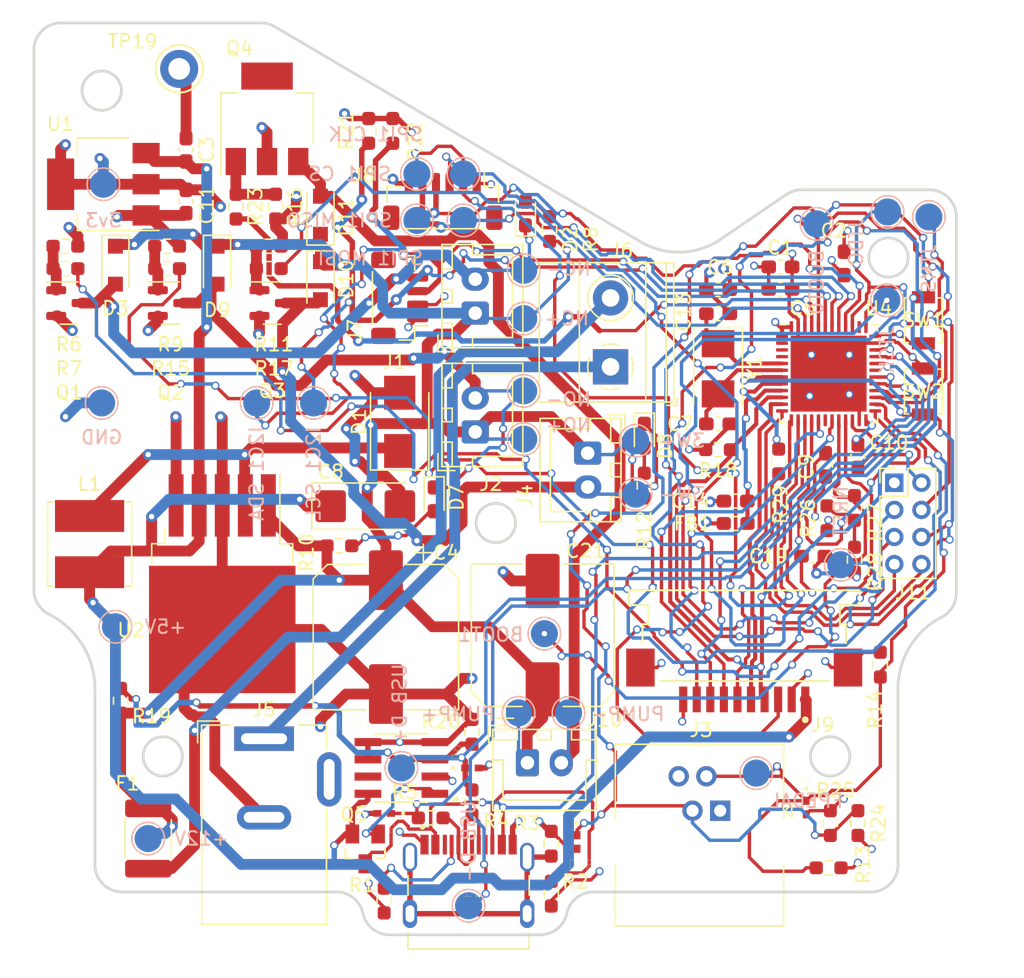
<source format=kicad_pcb>
(kicad_pcb (version 20210126) (generator pcbnew)
  (layers (0 "F.Cu" signal) (1 "In1.Cu" power "PWR") (2 "In2.Cu" power "GND") (31 "B.Cu" signal) (34 "B.Paste" user) (35 "F.Paste" user) (36 "B.SilkS" user "B.Silkscreen") (37 "F.SilkS" user "F.Silkscreen") (38 "B.Mask" user) (39 "F.Mask" user) (44 "Edge.Cuts" user))
  (net 0 "")
  (net 1 "GND")
  (net 2 "+3V3")
  (net 3 "+5V")
  (net 4 "+12V")
  (net 5 "OSC_IN")
  (net 6 "OSC_OUT")
  (net 7 "Net-(C9-Pad1)")
  (net 8 "VDDA")
  (net 9 "NRST")
  (net 10 "Net-(D1-Pad1)")
  (net 11 "Net-(D2-Pad2)")
  (net 12 "Net-(D2-Pad1)")
  (net 13 "FOOTPEDAL")
  (net 14 "D-")
  (net 15 "D+")
  (net 16 "Net-(D7-Pad2)")
  (net 17 "Net-(D7-Pad1)")
  (net 18 "Net-(D8-Pad2)")
  (net 19 "Net-(D10-Pad2)")
  (net 20 "Net-(D11-Pad2)")
  (net 21 "FOOTPEDAL_AUX")
  (net 22 "Net-(F1-Pad2)")
  (net 23 "Net-(J5-Pad1)")
  (net 24 "I2C1_SCL")
  (net 25 "I2C1_SDA")
  (net 26 "SPI1_MOSI")
  (net 27 "SPI1_MISO")
  (net 28 "SPI1_CLK")
  (net 29 "SPI1_CS")
  (net 30 "Lift Btn")
  (net 31 "BOOT0")
  (net 32 "Low Btn")
  (net 33 "High Btn")
  (net 34 "Reverse Btn")
  (net 35 "Trigger Btn")
  (net 36 "UI LED Data")
  (net 37 "UART2_TX")
  (net 38 "UART2_RX")
  (net 39 "JTDO")
  (net 40 "JTMS")
  (net 41 "JTCK")
  (net 42 "Net-(Q1-Pad1)")
  (net 43 "Net-(Q2-Pad1)")
  (net 44 "Net-(Q3-Pad1)")
  (net 45 "Net-(Q4-Pad1)")
  (net 46 "VUSB")
  (net 47 "Net-(Q5-Pad1)")
  (net 48 "Net-(R20-Pad1)")
  (net 49 "NC_VALVE")
  (net 50 "NO_VALVE")
  (net 51 "3_WAY_VALVE")
  (net 52 "MOTOR_PWM")
  (net 53 "Net-(R26-Pad1)")
  (net 54 "BOOT1")
  (net 55 "GNDA")
  (net 63 "Net-(J12-PadS1)")
  (net 64 "Net-(J12-PadB5)")
  (net 66 "DP")
  (net 67 "DN")
  (net 69 "Net-(J12-PadA5)")
  (footprint "Molex 52271-1079:Molex-52271-1079-Manufacturer_Recommended" (layer "F.Cu") (at 118.364003 139.057999 180)
    (fp_text reference "J9")
    (fp_text value "52271-1079" hide)
  )
  (footprint "Resistor_SMD:R_0603_1608Metric_Pad0.98x0.95mm_HandSolder" (layer "F.Cu") (at 124.46 126.873 -90)
    (fp_text reference "R26")
    (fp_text value "0")
  )
  (footprint "Capacitor_SMD:C_0603_1608Metric_Pad1.08x0.95mm_HandSolder" (layer "F.Cu") (at 117.729 125.603 180)
    (fp_text reference "C14")
    (fp_text value "100n")
  )
  (footprint "Package_TO_SOT_SMD:SOT-23" (layer "F.Cu") (at 76.073 110.998)
    (fp_text reference "Q2")
    (fp_text value "BSS138")
  )
  (footprint "Connector_PinHeader_2.00mm:PinHeader_2x04_P2.00mm_Vertical" (layer "F.Cu") (at 129.429 124.254)
    (fp_text reference "J11")
    (fp_text value "Conn_02x04_Odd_Even")
  )
  (footprint "Capacitor_SMD:C_0603_1608Metric_Pad1.08x0.95mm_HandSolder" (layer "F.Cu") (at 123.444 129.667)
    (fp_text reference "C19")
    (fp_text value "100n")
  )
  (footprint "Crystal:Crystal_SMD_5032-2Pin_5.0x3.2mm" (layer "F.Cu") (at 116.4355 115.8475 -90)
    (fp_text reference "Y1")
    (fp_text value "8MHz(16pf)")
  )
  (footprint "Button_Switch_SMD:SW_SPST_B3U-1000P" (layer "F.Cu") (at 131.572 117.524 -90)
    (fp_text reference "SW2")
    (fp_text value "RST")
  )
  (footprint "Resistor_SMD:R_0603_1608Metric_Pad0.98x0.95mm_HandSolder" (layer "F.Cu") (at 80.899 103.886 -90)
    (fp_text reference "R23")
    (fp_text value "160")
  )
  (footprint "Capacitor_SMD:C_0603_1608Metric_Pad1.08x0.95mm_HandSolder" (layer "F.Cu") (at 116.4355 111.7835)
    (fp_text reference "C6")
    (fp_text value "20p")
  )
  (footprint "Connector_JST:JST_XH_B2B-XH-A_1x02_P2.50mm_Vertical" (layer "F.Cu") (at 98.535 111.74 90)
    (fp_text reference "J1")
    (fp_text value "JST NC Valve")
  )
  (footprint "Package_TO_SOT_SMD:SOT-23" (layer "F.Cu") (at 83.566 110.998)
    (fp_text reference "Q3")
    (fp_text value "BSS138")
  )
  (footprint "LED_SMD:LED_0603_1608Metric_Pad1.05x0.95mm_HandSolder" (layer "F.Cu") (at 102.235 104.394 90)
    (fp_text reference "D2")
    (fp_text value "LED")
  )
  (footprint "Resistor_SMD:R_0603_1608Metric_Pad0.98x0.95mm_HandSolder" (layer "F.Cu") (at 128.397 137.668 90)
    (fp_text reference "R14")
    (fp_text value "100k (OPTIONAL)")
  )
  (footprint "Resistor_SMD:R_0603_1608Metric_Pad0.98x0.95mm_HandSolder" (layer "F.Cu") (at 83.312 106.807)
    (fp_text reference "R11")
    (fp_text value "100k")
  )
  (footprint "Connector_RJ:RJ14_Connfly_DS1133-S4_Horizontal" (layer "F.Cu") (at 116.592 148.441 180)
    (fp_text reference "J3")
    (fp_text value "6P4C")
  )
  (footprint "FDN304PZ:ON_Semi-FDN304PZ-0" (layer "F.Cu") (at 90.424 151.257 -90)
    (fp_text reference "Q5")
    (fp_text value "FDN304PZ" hide)
  )
  (footprint "Capacitor_SMD:C_0603_1608Metric_Pad1.08x0.95mm_HandSolder" (layer "F.Cu") (at 125.73 108.077 90)
    (fp_text reference "C2")
    (fp_text value "100n")
  )
  (footprint "Connector_JST:JST_SH_BM06B-SRSS-TB_1x06-1MP_P1.00mm_Vertical" (layer "F.Cu") (at 96.139 103.505 180)
    (fp_text reference "J8")
    (fp_text value "SPI")
  )
  (footprint "TPD1E05U06DPYR:DIO_TPD1E05U06DPYR" (layer "F.Cu") (at 122.936 148.209 -90)
    (fp_text reference "D4")
    (fp_text value "TPD1E05U06DPYR")
  )
  (footprint "Resistor_SMD:R_0603_1608Metric_Pad0.98x0.95mm_HandSolder" (layer "F.Cu") (at 126.492 129.921 -90)
    (fp_text reference "R28")
    (fp_text value "0")
  )
  (footprint "Resistor_SMD:R_0603_1608Metric_Pad0.98x0.95mm_HandSolder" (layer "F.Cu") (at 75.819 106.807)
    (fp_text reference "R9")
    (fp_text value "100k")
  )
  (footprint "TPD1E05U06DPYR:DIO_TPD1E05U06DPYR" (layer "F.Cu") (at 91.821 148.6408 180)
    (fp_text reference "D5")
    (fp_text value "TPD1E05U06DPYR")
  )
  (footprint "Package_TO_SOT_SMD:SOT-223-3_TabPin2" (layer "F.Cu") (at 71.12 102.235 180)
    (fp_text reference "U1")
    (fp_text value "LD1117S33TR")
  )
  (footprint "Resistor_SMD:R_0603_1608Metric_Pad0.98x0.95mm_HandSolder" (layer "F.Cu") (at 90.678 98.298 -90)
    (fp_text reference "R21")
    (fp_text value "2.2k")
  )
  (footprint "Resistor_SMD:R_0603_1608Metric_Pad0.98x0.95mm_HandSolder" (layer "F.Cu") (at 72.39 140.335 90)
    (fp_text reference "R19")
    (fp_text value "10k")
  )
  (footprint "Diode_SMD:D_SOD-123F" (layer "F.Cu") (at 79.502 108.204 -90)
    (fp_text reference "D9")
    (fp_text value "SOD4007")
  )
  (footprint "Resistor_SMD:R_0603_1608Metric_Pad0.98x0.95mm_HandSolder" (layer "F.Cu") (at 95.25 148.971)
    (fp_text reference "R5")
    (fp_text value "22")
  )
  (footprint "Diode_SMD:D_SOD-123F" (layer "F.Cu") (at 87.122 109.347 -90)
    (fp_text reference "D10")
    (fp_text value "SOD4007")
  )
  (footprint "Resistor_SMD:R_0603_1608Metric_Pad0.98x0.95mm_HandSolder" (layer "F.Cu") (at 98.298 142.621 90)
    (fp_text reference "R20")
    (fp_text value "10k")
  )
  (footprint "Diode_SMD:D_SOD-123F" (layer "F.Cu") (at 72.009 108.204 -90)
    (fp_text reference "D3")
    (fp_text value "SOD4007")
  )
  (footprint "TYPE-C-31-M-12:HRO_TYPE-C-31-M-12" (layer "F.Cu") (at 98.044 156.0405)
    (fp_text reference "J12")
    (fp_text value "TYPE-C-31-M-12")
  )
  (footprint "Capacitor_SMD:C_0603_1608Metric_Pad1.08x0.95mm_HandSolder" (layer "F.Cu") (at 124.3584 122.936 -90)
    (fp_text reference "C9")
    (fp_text value "2.2n")
  )
  (footprint "Capacitor_SMD:C_0603_1608Metric_Pad1.08x0.95mm_HandSolder" (layer "F.Cu") (at 121.031 109.982)
    (fp_text reference "C5")
    (fp_text value "100n")
  )
  (footprint "Package_DFN_QFN:QFN-48-1EP_7x7mm_P0.5mm_EP5.6x5.6mm" (layer "F.Cu") (at 124.587 116.205)
    (fp_text reference "U4")
    (fp_text value "STM32F401CDUx")
  )
  (footprint "Resistor_SMD:R_0603_1608Metric_Pad0.98x0.95mm_HandSolder" (layer "F.Cu") (at 83.82 103.886 -90)
    (fp_text reference "R16")
    (fp_text value "100k")
  )
  (footprint "Resistor_SMD:R_0603_1608Metric_Pad0.98x0.95mm_HandSolder" (layer "F.Cu") (at 83.312 108.458)
    (fp_text reference "R17")
    (fp_text value "160")
  )
  (footprint "Resistor_SMD:R_0603_1608Metric_Pad0.98x0.95mm_HandSolder" (layer "F.Cu") (at 110.998 124.46 90)
    (fp_text reference "R12")
    (fp_text value "68k")
  )
  (footprint "TestPoint:TestPoint_Keystone_5010-5014_Multipurpose" (layer "F.Cu") (at 76.708 93.726)
    (fp_text reference "TP19")
    (fp_text value "Ground TP")
  )
  (footprint "Connector_JST:JST_XH_B2B-XH-A_1x02_P2.50mm_Vertical" (layer "F.Cu") (at 102.382 144.907)
    (fp_text reference "J10")
    (fp_text value "JST Motor")
  )
  (footprint "Package_TO_SOT_SMD:SOT-23" (layer "F.Cu") (at 68.58 110.998)
    (fp_text reference "Q1")
    (fp_text value "BSS138")
  )
  (footprint "Inductor_SMD:L_0603_1608Metric_Pad1.05x0.95mm_HandSolder" (layer "F.Cu") (at 117.729 127.254)
    (fp_text reference "FB1")
    (fp_text value "Ferrite_Bead")
  )
  (footprint "Capacitor_SMD:C_0603_1608Metric_Pad1.08x0.95mm_HandSolder" (layer "F.Cu") (at 77.216 103.505 -90)
    (fp_text reference "C11")
    (fp_text value "10u")
  )
  (footprint "Resistor_SMD:R_0603_1608Metric_Pad0.98x0.95mm_HandSolder" (layer "F.Cu") (at 120.904 122.682 -90)
    (fp_text reference "R29")
    (fp_text value "0")
  )
  (footprint "Resistor_SMD:R_0603_1608Metric_Pad0.98x0.95mm_HandSolder" (layer "F.Cu") (at 126.746 149.352 90)
    (fp_text reference "R24")
    (fp_text value "100k (OPTIONAL)")
  )
  (footprint "Connector_JST:JST_SH_BM04B-SRSS-TB_1x04-1MP_P1.00mm_Vertical" (layer "F.Cu") (at 92.964 110.617 90)
    (fp_text reference "J7")
    (fp_text value "QWIIC I2C")
  )
  (footprint "Resistor_SMD:R_0603_1608Metric_Pad0.98x0.95mm_HandSolder" (layer "F.Cu") (at 124.587 152.654 180)
    (fp_text reference "R13")
    (fp_text value "100k (OPTIONAL)")
  )
  (footprint "Resistor_SMD:R_0603_1608Metric_Pad0.98x0.95mm_HandSolder" (layer "F.Cu") (at 88.519 128.905)
    (fp_text reference "R10")
    (fp_text value "68k")
  )
  (footprint "Resistor_SMD:R_0603_1608Metric_Pad0.98x0.95mm_HandSolder" (layer "F.Cu") (at 104.013 105.537 90)
    (fp_text reference "R8")
    (fp_text value "68k")
  )
  (footprint "LED_SMD:LED_0603_1608Metric_Pad1.05x0.95mm_HandSolder" (layer "F.Cu") (at 110.998 120.777 -90)
    (fp_text reference "D8")
    (fp_text value "LED")
  )
  (footprint "Resistor_SMD:R_0603_1608Metric_Pad0.98x0.95mm_HandSolder" (layer "F.Cu") (at 92.456 98.298 -90)
    (fp_text reference "R22")
    (fp_text value "2.2k")
  )
  (footprint "Connector_BarrelJack:BarrelJack_Wuerth_6941xx301002" (layer "F.Cu") (at 82.966 143.129)
    (fp_text reference "J5")
    (fp_text value "Jack-DC")
  )
  (footprint "Capacitor_SMD:CP_Elec_10x10.5" (layer "F.Cu") (at 91.948 135.636 -90)
    (fp_text reference "C4")
    (fp_text value "680uF")
  )
  (footprint "TPD1E05U06DPYR:DIO_TPD1E05U06DPYR" (layer "F.Cu") (at 98.298 145.288)
    (fp_text reference "D6")
    (fp_text value "TPD1E05U06DPYR")
  )
  (footprint "Connector_JST:JST_XH_B2B-XH-A_1x02_P2.50mm_Vertical" (layer "F.Cu") (at 98.535 120.503 90)
    (fp_text reference "J2")
    (fp_text value "JST NO Valve")
  )
  (footprint "Capacitor_Tantalum_SMD:CP_EIA-6032-28_Kemet-C_Pad2.25x2.35mm_HandSolder" (layer "F.Cu") (at 90.424 125.984)
    (fp_text reference "C8")
    (fp_text value "220uF")
  )
  (footprint "Resistor_SMD:R_0603_1608Metric_Pad0.98x0.95mm_HandSolder" (layer "F.Cu") (at 104.14 150.876 90)
    (fp_text reference "R3")
    (fp_text value "1M")
  )
  (footprint "Capacitor_SMD:C_0603_1608Metric_Pad1.08x0.95mm_HandSolder" (layer "F.Cu") (at 77.216 99.695 90)
    (fp_text reference "C3")
    (fp_text value "100n")
  )
  (footprint "Capacitor_SMD:C_0603_1608Metric_Pad1.08x0.95mm_HandSolder" (layer "F.Cu") (at 116.4355 110.0055 180)
    (fp_text reference "C13")
    (fp_text value "100n")
  )
  (footprint "Inductor_SMD:L_Bourns_SRN6045TA" (layer "F.Cu") (at 70.104 128.778 -90)
    (fp_text reference "L1")
    (fp_text value "33uH")
  )
  (footprint "Capacitor_SMD:CP_Elec_10x10" (layer "F.Cu") (at 103.505 135.4955 90)
    (fp_text reference "C21")
    (fp_text value "330u 35v")
  )
  (footprint "Resistor_SMD:R_0603_1608Metric_Pad0.98x0.95mm_HandSolder" (layer "F.Cu") (at 68.326 108.458)
    (fp_text reference "R7")
    (fp_text value "160")
  )
  (footprint "Fuse:Fuse_1812_4532Metric_Pad1.30x3.40mm_HandSolder" (layer "F.Cu") (at 74.422 150.495 -90)
    (fp_text reference "F1")
    (fp_text value "1812L075PR")
  )
  (footprint "Connector_JST:JST_XH_B2B-XH-A_1x02_P2.50mm_Vertical" (layer "F.Cu") (at 106.824 122.067 -90)
    (fp_text reference "J4")
    (fp_text value "JST 3 Way Valve")
  )
  (footprint "Capacitor_SMD:C_0603_1608Metric_Pad1.08x0.95mm_HandSolder" (layer "F.Cu") (at 116.4355 119.9115)
    (fp_text reference "C7")
    (fp_text value "20p")
  )
  (footprint "Resistor_SMD:R_0603_1608Metric_Pad0.98x0.95mm_HandSolder" (layer "F.Cu") (at 91.821 155.067 90)
    (fp_text reference "R1")
    (fp_text value "5.1k")
  )
  (footprint "Resistor_SMD:R_0603_1608Metric_Pad0.98x0.95mm_HandSolder" (layer "F.Cu") (at 116.4355 121.8165 180)
    (fp_text reference "R18")
    (fp_text value "100k")
  )
  (footprint "Resistor_SMD:R_0603_1608Metric_Pad0.98x0.95mm_HandSolder" (layer "F.Cu") (at 104.14 154.559 90)
    (fp_text reference "R2")
    (fp_text value "5.1k")
  )
  (footprint "Package_TO_SOT_SMD:TO-263-5_TabPin3" (layer "F.Cu") (at 79.883 131.699 -90)
    (fp_text reference "U2")
    (fp_text value "LM2596SX-5.0/NOPB")
  )
  (footprint "Resistor_SMD:R_0603_1608Metric_Pad0.98x0.95mm_HandSolder" (layer "F.Cu") (at 126.492 126.111 -90)
    (fp_text reference "R27")
    (fp_text value "10k")
  )
  (footprint "TPD1E05U06DPYR:DIO_TPD1E05U06DPYR" (layer "F.Cu") (at 106.045 150.749 -90)
    (fp_text reference "D12")
    (fp_text value "TPD1E05U06DPYR")
  )
  (footprint "TerminalBlock_Phoenix:TerminalBlock_Phoenix_MKDS-1,5-2-5.08_1x02_P5.08mm_Horizontal" (layer "F.Cu") (at 108.509 115.702 90)
    (fp_text reference "J6")
    (fp_text value "Phoenix Contact 1733570")
  )
  (footprint "Resistor_SMD:R_0603_1608Metric_Pad0.98x0.95mm_HandSolder" (layer "F.Cu") (at 68.326 106.807)
    (fp_text reference "R6")
    (fp_text value "100k")
  )
  (footprint "LM358D:SOIC127P599X175-8N" (layer "F.Cu") (at 93.091 145.288 180)
    (fp_text reference "U3")
    (fp_text value "LM358D")
  )
  (footprint "Package_TO_SOT_SMD:SOT-223" (layer "F.Cu") (at 83.185 97.409 90)
    (fp_text reference "Q4")
    (fp_text value "STN4NF20L")
  )
  (footprint "Button_Switch_SMD:SW_SPST_B3U-1000P" (layer "F.Cu") (at 131.572 112.268 90)
    (fp_text reference "SW1")
    (fp_text value "BOOT0")
  )
  (footprint "Capacitor_SMD:C_0603_1608Metric_Pad1.08x0.95mm_HandSolder" (layer "F.Cu") (at 121.031 108.331)
    (fp_text reference "C1")
    (fp_text value "1u")
  )
  (footprint "LED_SMD:LED_0603_1608Metric_Pad1.05x0.95mm_HandSolder" (layer "F.Cu") (at 95.504 125.476 -90)
    (fp_text reference "D7")
    (fp_text value "LED")
  )
  (footprint "Capacitor_SMD:C_0603_1608Metric_Pad1.08x0.95mm_HandSolder" (layer "F.Cu") (at 126.746 122.301 -90)
    (fp_text reference "C10")
    (fp_text value "100n")
  )
  (footprint "Diode_SMD:D_SOD-123F" (layer "F.Cu") (at 87.122 104.521 90)
    (fp_text reference "D11")
    (fp_text value "SOD4007")
  )
  (footprint "Resistor_SMD:R_0603_1608Metric_Pad0.98x0.95mm_HandSolder" (layer "F.Cu") (at 98.298 147.828 -90)
    (fp_text reference "R4")
    (fp_text value "22")
  )
  (footprint "Resistor_SMD:R_0603_1608Metric_Pad0.98x0.95mm_HandSolder" (layer "F.Cu") (at 124.714 149.352 90)
    (fp_text reference "R25")
    (fp_text value "100k (OPTIONAL)")
  )
  (footprint "Diode_SMD:D_SMB" (layer "F.Cu") (at 92.964 119.761 90)
    (fp_text reference "D1")
    (fp_text value "SS52B")
  )
  (footprint "Resistor_SMD:R_0603_1608Metric_Pad0.98x0.95mm_HandSolder" (layer "F.Cu") (at 75.819 108.458)
    (fp_text reference "R15")
    (fp_text value "160")
  )
  (footprint "TestPoint:TestPoint_Pad_D2.0mm" (layer "B.Cu") (at 70.993 118.364 180)
    (fp_text reference "TP13" hide)
    (fp_text value "GND")
  )
  (footprint "TestPoint:TestPoint_Pad_D2.0mm" (layer "B.Cu") (at 93.091 145.288 180)
    (fp_text reference "TP1" hide)
    (fp_text value "USB D+")
  )
  (footprint "TestPoint:TestPoint_Pad_D2.0mm" (layer "B.Cu") (at 82.423 118.364 180)
    (fp_text reference "TP15" hide)
    (fp_text value "I2C1 SDA")
  )
  (footprint "TestPoint:TestPoint_Pad_D2.0mm" (layer "B.Cu") (at 98.044 155.448 180)
    (fp_text reference "TP2" hide)
    (fp_text value "USB D-")
  )
  (footprint "TestPoint:TestPoint_Pad_D2.0mm" (layer "B.Cu") (at 102.108 117.475 180)
    (fp_text reference "TP7" hide)
    (fp_text value "NO-")
  )
  (footprint "TestPoint:TestPoint_Pad_D2.0mm" (layer "B.Cu") (at 110.363 121.158 180)
    (fp_text reference "TP8" hide)
    (fp_text value "3W+")
  )
  (footprint "TestPoint:TestPoint_Pad_D2.0mm" (layer "B.Cu") (at 74.422 150.495 180)
    (fp_text reference "TP10" hide)
    (fp_text value "+12V")
  )
  (footprint "TestPoint:TestPoint_Pad_D2.0mm" (layer "B.Cu") (at 86.614 118.364 180)
    (fp_text reference "TP14" hide)
    (fp_text value "I2C1 SCL")
  )
  (footprint "TestPoint:TestPoint_Pad_D2.0mm" (layer "B.Cu") (at 101.727 141.224 180)
    (fp_text reference "TP17" hide)
    (fp_text value "PUMP+")
  )
  (footprint "TestPoint:TestPoint_Pad_D2.0mm" (layer "B.Cu") (at 105.41 141.224 180)
    (fp_text reference "TP18" hide)
    (fp_text value "PUMP-")
  )
  (footprint "TestPoint:TestPoint_Pad_D2.0mm" (layer "B.Cu") (at 72.009 134.874 180)
    (fp_text reference "TP16" hide)
    (fp_text value "+5V")
  )
  (footprint "TestPoint:TestPoint_Pad_D2.0mm" (layer "B.Cu") (at 128.8796 110.7948 180)
    (fp_text reference "TP22" hide)
    (fp_text value "JTCK")
  )
  (footprint "TestPoint:TestPoint_Pad_D2.0mm" (layer "B.Cu") (at 123.698 105.156 180)
    (fp_text reference "TP30" hide)
    (fp_text value "BOOT0")
  )
  (footprint "TestPoint:TestPoint_Pad_D2.0mm" (layer "B.Cu") (at 119.253 145.669 180)
    (fp_text reference "TP31" hide)
    (fp_text value "FPEDAL")
  )
  (footprint "TestPoint:TestPoint_Pad_D2.0mm" (layer "B.Cu") (at 131.9784 104.648 180)
    (fp_text reference "TP23" hide)
    (fp_text value "JTMS")
  )
  (footprint "TestPoint:TestPoint_Pad_D2.0mm" (layer "B.Cu") (at 71.12 102.235 180)
    (fp_text reference "TP11" hide)
    (fp_text value "3v3")
  )
  (footprint "TestPoint:TestPoint_Pad_D2.0mm" (layer "B.Cu") (at 97.663 101.473 180)
    (fp_text reference "TP26" hide)
    (fp_text value "SPI1 CLK")
  )
  (footprint "TestPoint:TestPoint_Pad_D2.0mm" (layer "B.Cu") (at 102.108 121.031 180)
    (fp_text reference "TP6" hide)
    (fp_text value "NO+")
  )
  (footprint "TestPoint:TestPoint_Pad_D2.0mm" (layer "B.Cu") (at 103.632 135.382 180)
    (fp_text reference "TP20" hide)
    (fp_text value "BOOT1")
  )
  (footprint "TestPoint:TestPoint_Pad_D2.0mm" (layer "B.Cu") (at 102.108 112.141 180)
    (fp_text reference "TP3" hide)
    (fp_text value "NC+")
  )
  (footprint "TestPoint:TestPoint_Pad_D2.0mm" (layer "B.Cu") (at 94.234 101.473 180)
    (fp_text reference "TP25" hide)
    (fp_text value "SPI1 CS")
  )
  (footprint "TestPoint:TestPoint_Pad_D2.0mm" (layer "B.Cu") (at 97.663 104.902 180)
    (fp_text reference "TP28" hide)
    (fp_text value "SPI1 MOSI")
  )
  (footprint "TestPoint:TestPoint_Pad_D2.0mm" (layer "B.Cu") (at 125.476 130.302 180)
    (fp_text reference "TP5" hide)
    (fp_text value "NRST")
  )
  (footprint "TestPoint:TestPoint_Pad_D2.0mm" (layer "B.Cu") (at 102.108 108.585 180)
    (fp_text reference "TP4" hide)
    (fp_text value "NC-")
  )
  (footprint "TestPoint:TestPoint_Pad_D2.0mm" (layer "B.Cu") (at 110.363 125.095 180)
    (fp_text reference "TP9" hide)
    (fp_text value "3W-")
  )
  (footprint "TestPoint:TestPoint_Pad_D2.0mm" (layer "B.Cu") (at 94.234 104.902 180)
    (fp_text reference "TP27" hide)
    (fp_text value "SPI1 MISO")
  )
  (footprint "TestPoint:TestPoint_Pad_D2.0mm" (layer "B.Cu") (at 128.93 104.28 180)
    (fp_text reference "TP24" hide)
    (fp_text value "JTDO")
  )
  (gr_arc (start 122.602363 104.640167) (end 122.602363 102.640167) (angle -34.27639049) (layer "Edge.Cuts") (width 0.2))
  (gr_line (start 110.739573 106.48831) (end 83.753702 90.609855) (layer "Edge.Cuts") (width 0.2))
  (gr_circle (center 71 95.333601) (end 72.45 95.333601) (layer "Edge.Cuts") (width 0.2) (fill none))
  (gr_circle (center 75.5 144.434856) (end 76.95 144.434856) (layer "Edge.Cuts") (width 0.2) (fill none))
  (gr_arc (start 135.649999 139.450136) (end 132.918238 134.164307) (angle -62.66969517) (layer "Edge.Cuts") (width 0.2))
  (gr_line (start 107.24011 154.434856) (end 127.7 154.434856) (layer "Edge.Cuts") (width 0.2))
  (gr_arc (start 113.528759 101.748011) (end 110.739573 106.48831) (angle -64.74889607) (layer "Edge.Cuts") (width 0.2))
  (gr_arc (start 132 132.387558) (end 132.918238 134.164307) (angle -62.66969517) (layer "Edge.Cuts") (width 0.2))
  (gr_arc (start 127.699999 152.434856) (end 127.7 154.434856) (angle -90) (layer "Edge.Cuts") (width 0.2))
  (gr_line (start 82.739452 90.333601) (end 68 90.333601) (layer "Edge.Cuts") (width 0.2))
  (gr_arc (start 64.349999 139.450136) (end 70.5 139.450136) (angle -63.39399745) (layer "Edge.Cuts") (width 0.2))
  (gr_line (start 121.475992 102.987507) (end 116.62628 106.292828) (layer "Edge.Cuts") (width 0.2))
  (gr_arc (start 132 104.640167) (end 134 104.640167) (angle -90) (layer "Edge.Cuts") (width 0.2))
  (gr_arc (start 92.210564 155.59322) (end 90.255337 156.014038) (angle -77.85367498) (layer "Edge.Cuts") (width 0.2))
  (gr_line (start 134 132.387558) (end 134 104.640167) (layer "Edge.Cuts") (width 0.2))
  (gr_arc (start 88.30011 156.434856) (end 90.255337 156.014038) (angle -77.85367498) (layer "Edge.Cuts") (width 0.2))
  (gr_line (start 70.5 139.450136) (end 70.5 152.434856) (layer "Edge.Cuts") (width 0.2))
  (gr_arc (start 107.24011 156.434856) (end 107.24011 154.434856) (angle -77.85367498) (layer "Edge.Cuts") (width 0.2))
  (gr_arc (start 72.5 152.434856) (end 70.5 152.434856) (angle -90) (layer "Edge.Cuts") (width 0.2))
  (gr_arc (start 68 92.333601) (end 68 90.333601) (angle -90) (layer "Edge.Cuts") (width 0.2))
  (gr_arc (start 68 132.163161) (end 66 132.163161) (angle -63.39399745) (layer "Edge.Cuts") (width 0.2))
  (gr_circle (center 100.05 127.217428) (end 101.5 127.217428) (layer "Edge.Cuts") (width 0.2) (fill none))
  (gr_circle (center 124.7 144.434856) (end 126.15 144.434856) (layer "Edge.Cuts") (width 0.2) (fill none))
  (gr_line (start 132 102.640167) (end 122.602363 102.640167) (layer "Edge.Cuts") (width 0.2))
  (gr_line (start 92.210564 157.59322) (end 103.329656 157.59322) (layer "Edge.Cuts") (width 0.2))
  (gr_line (start 129.7 152.434856) (end 129.699999 139.450136) (layer "Edge.Cuts") (width 0.2))
  (gr_circle (center 129 107.640167) (end 130.449999 107.640167) (layer "Edge.Cuts") (width 0.2) (fill none))
  (gr_line (start 66 92.333601) (end 66 132.163161) (layer "Edge.Cuts") (width 0.2))
  (gr_arc (start 82.739452 92.333601) (end 83.753702 90.609855) (angle -30.47250558) (layer "Edge.Cuts") (width 0.2))
  (gr_arc (start 103.329656 155.59322) (end 103.329656 157.59322) (angle -77.85367498) (layer "Edge.Cuts") (width 0.2))
  (gr_line (start 72.5 154.434856) (end 88.30011 154.434856) (layer "Edge.Cuts") (width 0.2))
  (segment (start 90.678 154.432) (end 90.678 153.797) (width 0.25) (layer "F.Cu") (net 1))
  (segment (start 77.545999 141.362001) (end 77.746615 141.362001) (width 0.8) (layer "F.Cu") (net 1))
  (segment (start 96.4255 139.836) (end 98.298 141.7085) (width 0.8) (layer "F.Cu") (net 1))
  (segment (start 119.875086 128.659678) (end 119.875086 130.347796) (width 0.25) (layer "F.Cu") (net 1))
  (segment (start 105.41 153.797) (end 105.664 153.543) (width 0.25) (layer "F.Cu") (net 1))
  (segment (start 79.883 135.074) (end 77.077999 137.879001) (width 0.8) (layer "F.Cu") (net 1))
  (segment (start 120.419409 128.115355) (end 119.875086 128.659678) (width 0.25) (layer "F.Cu") (net 1))
  (segment (start 84.4315 104.7985) (end 85.344 103.886) (width 0.8) (layer "F.Cu") (net 1))
  (segment (start 92.974 124.809) (end 91.926011 123.761011) (width 0.8) (layer "F.Cu") (net 1))
  (segment (start 128.0245 113.955) (end 126.964 113.955) (width 0.25) (layer "F.Cu") (net 1))
  (segment (start 126.837 118.455) (end 126.111 117.729) (width 0.25) (layer "F.Cu") (net 1))
  (segment (start 89.777989 119.518011) (end 89.840006 119.518011) (width 0.8) (layer "F.Cu") (net 1))
  (segment (start 115.919847 125.603) (end 115.85706 125.665787) (width 0.3) (layer "F.Cu") (net 1))
  (segment (start 91.948 139.836) (end 89.018 139.836) (width 0.8) (layer "F.Cu") (net 1))
  (segment (start 122.337 112.7675) (end 122.337 113.828) (width 0.25) (layer "F.Cu") (net 1))
  (segment (start 125.73 107.2145) (end 125.73 105.918) (width 0.25) (layer "F.Cu") (net 1))
  (segment (start 131.572 115.771253) (end 130.780543 114.979796) (width 0.25) (layer "F.Cu") (net 1))
  (segment (start 124.587 116.205) (end 124.587 116.078) (width 0.25) (layer "F.Cu") (net 1))
  (segment (start 92.974 125.984) (end 92.974 124.809) (width 0.8) (layer "F.Cu") (net 1))
  (segment (start 67.752 111.948) (end 68.834 113.03) (width 0.8) (layer "F.Cu") (net 1))
  (segment (start 111.926 137.883) (end 112.268 137.541) (width 0.25) (layer "F.Cu") (net 1))
  (segment (start 123.5964 125.476) (end 123.5964 126.746) (width 0.25) (layer "F.Cu") (net 1))
  (segment (start 121.8935 109.982) (end 121.8935 108.331) (width 0.25) (layer "F.Cu") (net 1))
  (segment (start 84.328 106.7035) (end 84.2245 106.807) (width 0.8) (layer "F.Cu") (net 1))
  (segment (start 127.1415 136.7555) (end 126.014 137.883) (width 0.25) (layer "F.Cu") (net 1))
  (segment (start 94.258 112.117) (end 93.599 112.776) (width 0.25) (layer "F.Cu") (net 1))
  (segment (start 115.523 121.8165) (end 114.3235 121.8165) (width 0.3) (layer "F.Cu") (net 1))
  (segment (start 83.82 104.7985) (end 84.4315 104.7985) (width 0.8) (layer "F.Cu") (net 1))
  (segment (start 126.492 131.067809) (end 126.655846 131.231655) (width 0.25) (layer "F.Cu") (net 1))
  (segment (start 106.807 153.543) (end 107.061 153.543) (width 0.25) (layer "F.Cu") (net 1))
  (segment (start 115.573 110.0055) (end 115.573 108.963) (width 0.3) (layer "F.Cu") (net 1))
  (segment (start 124.587 116.205) (end 126.111 117.729) (width 0.25) (layer "F.Cu") (net 1))
  (segment (start 122.337 112.7675) (end 122.337 112.213002) (width 0.25) (layer "F.Cu") (net 1))
  (segment (start 122.5815 131.567682) (end 123.37779 132.363972) (width 0.25) (layer "F.Cu") (net 1))
  (segment (start 90.621 143.383) (end 95.561 143.383) (width 0.4) (layer "F.Cu") (net 1))
  (segment (start 91.821 155.575) (end 91.059 154.813) (width 0.25) (layer "F.Cu") (net 1))
  (segment (start 88.646 140.208) (end 87.122 141.732) (width 0.8) (layer "F.Cu") (net 1))
  (segment (start 125.58949 147.56401) (end 125.704677 147.56401) (width 0.25) (layer "F.Cu") (net 1))
  (segment (start 92.964 117.611) (end 90.941 117.611) (width 0.8) (layer "F.Cu") (net 1))
  (segment (start 77.900625 141.516011) (end 78.789625 141.516011) (width 0.8) (layer "F.Cu") (net 1))
  (segment (start 126.492 123.1635) (end 126.492 123.267612) (width 0.25) (layer "F.Cu") (net 1))
  (segment (start 77.746615 141.362001) (end 77.900625 141.516011) (width 0.8) (layer "F.Cu") (net 1))
  (segment (start 104.14 155.4715) (end 104.14 155.067) (width 0.25) (layer "F.Cu") (net 1))
  (segment (start 75.1355 112.3165) (end 74.422 113.03) (width 0.8) (layer "F.Cu") (net 1))
  (segment (start 89.840006 119.518011) (end 90.941 118.417017) (width 0.8) (layer "F.Cu") (net 1))
  (segment (start 116.8665 125.603) (end 115.919847 125.603) (width 0.3) (layer "F.Cu") (net 1))
  (segment (start 67.6425 111.948) (end 67.752 111.948) (width 0.8) (layer "F.Cu") (net 1))
  (segment (start 128.820132 113.769221) (end 129.414376 113.769221) (width 0.25) (layer "F.Cu") (net 1))
  (segment (start 77.077999 140.894001) (end 77.545999 141.362001) (width 0.8) (layer "F.Cu") (net 1))
  (segment (start 113.863999 141.787001) (end 113.792 141.859) (width 0.25) (layer "F.Cu") (net 1))
  (segment (start 90.941 117.611) (end 89.662 116.332) (width 0.8) (layer "F.Cu") (net 1))
  (segment (start 117.298 120.0415) (end 115.523 121.8165) (width 0.3) (layer "F.Cu") (net 1))
  (segment (start 91.926011 123.761011) (end 91.122011 123.761011) (width 0.8) (layer "F.Cu") (net 1))
  (segment (start 122.127999 112.004001) (end 122.000999 112.004001) (width 0.25) (layer "F.Cu") (net 1))
  (segment (start 77.077999 137.879001) (end 77.077999 140.894001) (width 0.8) (layer "F.Cu") (net 1))
  (segment (start 126.014 137.883) (end 124.802 137.883) (width 0.25) (layer "F.Cu") (net 1))
  (segment (start 91.059 154.813) (end 90.678 154.432) (width 0.25) (layer "F.Cu") (net 1))
  (segment (start 128.035289 113.944211) (end 128.645142 113.944211) (width 0.25) (layer "F.Cu") (net 1))
  (segment (start 104.14 155.067) (end 105.41 153.797) (width 0.25) (layer "F.Cu") (net 1))
  (segment (start 74.4595 104.535) (end 74.27 104.535) (width 0.8) (layer "F.Cu") (net 1))
  (segment (start 90.621 144.653) (end 90.621 143.383) (width 0.4) (layer "F.Cu") (net 1))
  (segment (start 93.639 102.18) (end 92.782 102.18) (width 0.4) (layer "F.Cu") (net 1))
  (segment (start 121.158 123.5945) (end 120.419409 124.333091) (width 0.25) (layer "F.Cu") (net 1))
  (segment (start 124.714 148.4395) (end 125.58949 147.56401) (width 0.25) (layer "F.Cu") (net 1))
  (segment (start 77.0485 104.535) (end 77.216 104.3675) (width 0.8) (layer "F.Cu") (net 1))
  (segment (start 121.8935 108.331) (end 121.8935 107.368534) (width 0.25) (layer "F.Cu") (net 1))
  (segment (start 82.6285 113.2055) (end 82.55 113.284) (width 0.8) (layer "F.Cu") (net 1))
  (segment (start 76.7315 106.807) (end 74.4595 104.535) (width 0.8) (layer "F.Cu") (net 1))
  (segment (start 121.675999 110.199501) (end 121.8935 109.982) (width 0.25) (layer "F.Cu") (net 1))
  (segment (start 120.419409 124.333091) (end 120.419409 128.115355) (width 0.25) (layer "F.Cu") (net 1))
  (segment (start 124.714 148.4395) (end 123.2055 148.4395) (width 0.25) (layer "F.Cu") (net 1))
  (segment (start 91.821 155.9795) (end 91.821 155.575) (width 0.25) (layer "F.Cu") (net 1))
  (segment (start 76.483 125.924) (end 76.483 119.409) (width 0.8) (layer "F.Cu") (net 1))
  (segment (start 124.714 116.205) (end 126.111 114.808) (width 0.25) (layer "F.Cu") (net 1))
  (segment (start 126.837 119.6425) (end 126.837 118.455) (width 0.25) (layer "F.Cu") (net 1))
  (segment (start 79.883 125.924) (end 79.883 119.507) (width 0.8) (layer "F.Cu") (net 1))
  (segment (start 87.122 141.732) (end 87.122 142.24) (width 0.8) (layer "F.Cu") (net 1))
  (segment (start 124.3584 123.7985) (end 124.213189 123.943711) (width 0.25) (layer "F.Cu") (net 1))
  (segment (start 79.336989 142.063375) (end 79.336989 145.299989) (width 0.8) (layer "F.Cu") (net 1))
  (segment (start 121.8935 107.368534) (end 121.906224 107.35581) (width 0.25) (layer "F.Cu") (net 1))
  (segment (start 90.043 122.682) (end 89.662 122.682) (width 0.8) (layer "F.Cu") (net 1))
  (segment (start 122.337 113.828) (end 123.317 114.808) (width 0.25) (layer "F.Cu") (net 1))
  (segment (start 79.336989 145.299989) (end 82.966 148.929) (width 0.8) (layer "F.Cu") (net 1))
  (segment (start 76.483 119.409) (end 76.454 119.38) (width 0.8) (layer "F.Cu") (net 1))
  (segment (start 115.573 108.963) (end 115.8005 108.7355) (width 0.3) (layer "F.Cu") (net 1))
  (segment (start 95.561 143.383) (end 96.52 143.383) (width 0.4) (layer "F.Cu") (net 1))
  (segment (start 124.587 116.078) (end 123.317 114.808) (width 0.25) (layer "F.Cu") (net 1))
  (segment (start 83.82 104.7985) (end 83.82 105.41) (width 0.8) (layer "F.Cu") (net 1))
  (segment (start 89.027 120.269) (end 89.777989 119.518011) (width 0.8) (layer "F.Cu") (net 1))
  (segment (start 124.213189 124.859211) (end 123.5964 125.476) (width 0.25) (layer "F.Cu") (net 1))
  (segment (start 104.14 149.9635) (end 103.9895 149.9635) (width 0.4) (layer "F.Cu") (net 1))
  (segment (start 124.587 116.205) (end 124.714 116.205) (width 0.25) (layer "F.Cu") (net 1))
  (segment (start 106.045 151.249) (end 105.4255 151.249) (width 0.25) (layer "F.Cu") (net 1))
  (segment (start 97.5775 138.684) (end 98.298 138.684) (width 0.8) (layer "F.Cu") (net 1))
  (segment (start 83.185 98.425) (end 82.804 98.044) (width 0.8) (layer "F.Cu") (net 1))
  (segment (start 124.587 116.459) (end 123.19 117.856) (width 0.25) (layer "F.Cu") (net 1))
  (segment (start 72.249 104.535) (end 72.136 104.648) (width 0.8) (layer "F.Cu") (net 1))
  (segment (start 83.82 105.41) (end 84.328 105.918) (width 0.8) (layer "F.Cu") (net 1))
  (segment (start 74.27 104.535) (end 72.249 104.535) (width 0.8) (layer "F.Cu") (net 1))
  (segment (start 129.708623 113.907876) (end 130.780543 114.979796) (width 0.25) (layer "F.Cu") (net 1))
  (segment (start 113.863999 140.233) (end 113.863999 141.787001) (width 0.25) (layer "F.Cu") (net 1))
  (segment (start 124.213189 123.943711) (end 124.213189 124.859211) (width 0.25) (layer "F.Cu") (net 1))
  (segment (start 110.714001 137.883) (end 111.926 137.883) (width 0.25) (layer "F.Cu") (net 1))
  (segment (start 92.782 102.18) (end 92.456 101.854) (width 0.4) (layer "F.Cu") (net 1))
  (segment (start 99.314 145.288) (end 99.568 145.034) (width 0.4) (layer "F.Cu") (net 1))
  (segment (start 124.802 137.883) (end 124.333 137.414) (width 0.25) (layer "F.Cu") (net 1))
  (segment (start 122.000999 112.004001) (end 121.675999 111.679001) (width 0.25) (layer "F.Cu") (net 1))
  (segment (start 79.883 135.074) (end 87.186 135.074) (width 0.8) (layer "F.Cu") (net 1))
  (segment (start 74.27 104.535) (end 77.0485 104.535) (width 0.8) (layer "F.Cu") (net 1))
  (segment (start 101.294 149.658) (end 101.727 149.225) (width 0.4) (layer "F.Cu") (net 1))
  (segment (start 75.1355 111.948) (end 75.1355 112.3165) (width 0.8) (layer "F.Cu") (net 1))
  (segment (start 83.185 100.559) (end 83.185 98.425) (width 0.8) (layer "F.Cu") (net 1))
  (segment (start 79.883 135.074) (end 79.883 125.924) (width 0.8) (layer "F.Cu") (net 1))
  (segment (start 124.587 116.205) (end 124.587 116.459) (width 0.25) (layer "F.Cu") (net 1))
  (segment (start 69.2385 106.0685) (end 68.58 105.41) (width 0.8) (layer "F.Cu") (net 1))
  (segment (start 103.505 131.4955) (end 101.2695 131.4955) (width 0.8) (layer "F.Cu") (net 1))
  (segment (start 84.328 105.918) (end 84.328 106.7035) (width 0.8) (layer "F.Cu") (net 1))
  (segment (start 96.4255 139.836) (end 97.5775 138.684) (width 0.8) (layer "F.Cu") (net 1))
  (segment (start 89.018 139.836) (end 88.646 140.208) (width 0.8) (layer "F.Cu") (net 1))
  (segment (start 90.5002 148.6408) (end 90.424 148.717) (width 0.4) (layer "F.Cu") (net 1))
  (segment (start 69.2385 106.807) (end 69.2385 106.0685) (width 0.8) (layer "F.Cu") (net 1))
  (segment (start 87.186 135.074) (end 91.948 139.836) (width 0.8) (layer "F.Cu") (net 1))
  (segment (start 131.572 115.824) (end 131.572 115.771253) (width 0.25) (layer "F.Cu") (net 1))
  (segment (start 128.0245 113.955) (end 128.035289 113.944211) (width 0.25) (layer "F.Cu") (net 1))
  (segment (start 101.294 150.9455) (end 101.294 149.658) (width 0.4) (layer "F.Cu") (net 1))
  (segment (start 77.216 94.234) (end 76.708 93.726) (width 0.8) (layer "F.Cu") (net 1))
  (segment (start 126.746 123.1635) (end 127.731211 122.178289) (width 0.25) (layer "F.Cu") (net 1))
  (segment (start 85.344 103.886) (end 85.344 103.124) (width 0.8) (layer "F.Cu") (net 1))
  (segment (start 126.492 130.8335) (end 126.492 131.067809) (width 0.25) (layer "F.Cu") (net 1))
  (segment (start 78.789625 141.516011) (end 79.336989 142.063375) (width 0.8) (layer "F.Cu") (net 1))
  (segment (start 103.9895 149.9635) (end 103.251 149.225) (width 0.4) (layer "F.Cu") (net 1))
  (segment (start 107.061 153.543) (end 107.696 152.908) (width 0.25) (layer "F.Cu") (net 1))
  (segment (start 126.964 113.955) (end 126.111 114.808) (width 0.25) (layer "F.Cu") (net 1))
  (segment (start 105.664 153.543) (end 106.807 153.543) (width 0.25) (layer "F.Cu") (net 1))
  (segment (start 117.298 111.7835) (end 117.298 111.7305) (width 0.3) (layer "F.Cu") (net 1))
  (segment (start 117.298 111.7305) (end 115.573 110.0055) (width 0.3) (layer "F.Cu") (net 1))
  (segment (start 94.289 112.117) (end 94.258 112.117) (width 0.25) (layer "F.Cu") (net 1))
  (segment (start 82.6285 111.948) (end 82.6285 113.2055) (width 0.8) (layer "F.Cu") (net 1))
  (segment (start 114.3235 121.8165) (end 114.3 121.793) (width 0.3) (layer "F.Cu") (net 1))
  (segment (start 96.52 143.383) (end 98.1945 141.7085) (width 0.4) (layer "F.Cu") (net 1))
  (segment (start 125.73 105.918) (end 125.984 105.664) (width 0.25) (layer "F.Cu") (net 1))
  (segment (start 128.645142 113.944211) (end 128.820132 113.769221) (width 0.25) (layer "F.Cu") (net 1))
  (segment (start 128.397 136.7555) (end 127.1415 136.7555) (width 0.25) (layer "F.Cu") (net 1))
  (segment (start 90.551 123.19) (end 90.043 122.682) (width 0.8) (layer "F.Cu") (net 1))
  (segment (start 79.883 119.507) (end 79.756 119.38) (width 0.8) (layer "F.Cu") (net 1))
  (segment (start 77.216 98.8325) (end 77.216 94.234) (width 0.8) (layer "F.Cu") (net 1))
  (segment (start 129.414376 113.769221) (end 129.553031 113.907876) (width 0.25) (layer "F.Cu") (net 1))
  (segment (start 122.5815 129.667) (end 122.5815 131.567682) (width 0.25) (layer "F.Cu") (net 1))
  (segment (start 122.337 112.213002) (end 122.127999 112.004001) (width 0.25) (layer "F.Cu") (net 1))
  (segment (start 94.095011 150.246511) (end 93.223511 150.246511) (width 0.25) (layer "F.Cu") (net 1))
  (segment (start 91.122011 123.761011) (end 90.551 123.19) (width 0.8) (layer "F.Cu") (net 1))
  (segment (start 98.1945 141.7085) (end 98.298 141.7085) (width 0.4) (layer "F.Cu") (net 1))
  (segment (start 127.731211 122.178289) (end 130.51519 122.178289) (width 0.25) (layer "F.Cu") (net 1))
  (segment (start 90.941 118.417017) (end 90.941 117.611) (width 0.8) (layer "F.Cu") (net 1))
  (segment (start 98.798 145.288) (end 99.314 145.288) (width 0.4) (layer "F.Cu") (net 1))
  (segment (start 117.298 119.9115) (end 117.298 120.0415) (width 0.3) (layer "F.Cu") (net 1))
  (segment (start 91.948 139.836) (end 96.4255 139.836) (width 0.8) (layer "F.Cu") (net 1))
  (segment (start 91.321 148.6408) (end 90.5002 148.6408) (width 0.4) (layer "F.Cu") (net 1))
  (segment (start 129.553031 113.907876) (end 129.708623 113.907876) (width 0.25) (layer "F.Cu") (net 1))
  (segment (start 121.675999 111.679001) (end 121.675999 110.199501) (width 0.25) (layer "F.Cu") (net 1))
  (segment (start 94.794 150.9455) (end 94.095011 150.246511) (width 0.25) (layer "F.Cu") (net 1))
  (segment (start 123.2055 148.4395) (end 122.936 148.709) (width 0.25) (layer "F.Cu") (net 1))
  (segment (start 105.4255 151.249) (end 104.14 149.9635) (width 0.25) (layer "F.Cu") (net 1))
  (segment (start 93.223511 150.246511) (end 92.964 149.987) (width 0.25) (layer "F.Cu") (net 1))
  (segment (start 101.2695 131.4955) (end 100.584 130.81) (width 0.8) (layer "F.Cu") (net 1))
  (via (at 82.55 113.284) (size 0.8) (drill 0.4) (layers "F.Cu" "B.Cu") (net 1))
  (via (at 98.298 138.684) (size 0.8) (drill 0.4) (layers "F.Cu" "B.Cu") (net 1))
  (via (at 123.37779 132.363972) (size 0.6) (drill 0.4) (layers "F.Cu" "B.Cu") (net 1))
  (via (at 125.984 105.664) (size 0.6) (drill 0.4) (layers "F.Cu" "B.Cu") (net 1))
  (via (at 126.655846 131.231655) (size 0.6) (drill 0.4) (layers "F.Cu" "B.Cu") (net 1))
  (via (at 101.727 149.225) (size 0.6) (drill 0.4) (layers "F.Cu" "B.Cu") (net 1))
  (via (at 121.906224 107.35581) (size 0.6) (drill 0.4) (layers "F.Cu" "B.Cu") (net 1))
  (via (at 123.317 114.808) (size 0.6) (drill 0.4) (layers "F.Cu" "B.Cu") (net 1))
  (via (at 130.780543 114.979796) (size 0.6) (drill 0.4) (layers "F.Cu" "B.Cu") (net 1))
  (via (at 90.678 153.797) (size 0.6) (drill 0.4) (layers "F.Cu" "B.Cu") (net 1))
  (via (at 130.51519 122.178289) (size 0.6) (drill 0.4) (layers "F.Cu" "B.Cu") (net 1))
  (via (at 114.3 121.793) (size 0.6) (drill 0.4) (layers "F.Cu" "B.Cu") (net 1))
  (via (at 119.875086 130.347796) (size 0.6) (drill 0.4) (layers "F.Cu" "B.Cu") (net 1))
  (via (at 72.136 104.648) (size 0.8) (drill 0.4) (layers "F.Cu" "B.Cu") (net 1))
  (via (at 90.424 148.717) (size 0.6) (drill 0.4) (layers "F.Cu" "B.Cu") (net 1))
  (via (at 92.964 143.383) (size 0.6) (drill 0.4) (layers "F.Cu" "B.Cu") (net 1))
  (via (at 89.027 120.269) (size 0.6) (drill 0.4) (layers "F.Cu" "B.Cu") (net 1))
  (via (at 126.111 114.808) (size 0.6) (drill 0.4) (layers "F.Cu" "B.Cu") (net 1))
  (via (at 93.599 112.776) (size 0.6) (drill 0.4) (layers "F.Cu" "B.Cu") (net 1))
  (via (at 85.344 103.124) (size 0.8) (drill 0.4) (layers "F.Cu" "B.Cu") (net 1))
  (via (at 99.568 145.034) (size 0.6) (drill 0.4) (layers "F.Cu" "B.Cu") (net 1))
  (via (at 107.696 152.908) (size 0.6) (drill 0.4) (layers "F.Cu" "B.Cu") (net 1))
  (via (at 103.251 149.225) (size 0.6) (drill 0.4) (layers "F.Cu" "B.Cu") (net 1))
  (via (at 123.19 117.856) (size 0.6) (drill 0.4) (layers "F.Cu" "B.Cu") (net 1))
  (via (at 112.268 137.541) (size 0.6) (drill 0.4) (layers "F.Cu" "B.Cu") (net 1))
  (via (at 125.704677 147.56401) (size 0.6) (drill 0.4) (layers "F.Cu" "B.Cu") (net 1))
  (via (at 126.111 117.729) (size 0.6) (drill 0.4) (layers "F.Cu" "B.Cu") (net 1))
  (via (at 68.326 119.38) (size 0.8) (drill 0.4) (layers "F.Cu" "B.Cu") (net 1))
  (via (at 89.662 116.332) (size 0.8) (drill 0.4) (layers "F.Cu" "B.Cu") (net 1))
  (via (at 87.122 142.24) (size 0.8) (drill 0.4) (layers "F.Cu" "B.Cu") (net 1))
  (via (at 92.456 101.854) (size 0.8) (drill 0.4) (layers "F.Cu" "B.Cu") (net 1))
  (via (at 124.333 137.414) (size 0.6) (drill 0.4) (layers "F.Cu" "B.Cu") (net 1))
  (via (at 115.85706 125.665787) (size 0.8) (drill 0.4) (layers "F.Cu" "B.Cu") (net 1))
  (via (at 68.834 113.03) (size 0.8) (drill 0.4) (layers "F.Cu" "B.Cu") (net 1))
  (via (at 123.5964 126.746) (size 0.6) (drill 0.4) (layers "F.Cu" "B.Cu") (net 1))
  (via (at 115.8005 108.7355) (size 0.8) (drill 0.4) (layers "F.Cu" "B.Cu") (net 1))
  (via (at 82.804 98.044) (size 0.8) (drill 0.4) (layers "F.Cu" "B.Cu") (net 1))
  (via (at 89.662 122.682) (size 0.6) (drill 0.4) (layers "F.Cu" "B.Cu") (net 1))
  (via (at 74.422 113.03) (size 0.8) (drill 0.4) (layers "F.Cu" "B.Cu") (net 1))
  (via (at 113.792 141.859) (size 0.6) (drill 0.4) (layers "F.Cu" "B.Cu") (net 1))
  (via (at 79.756 119.38) (size 0.8) (drill 0.4) (layers "F.Cu" "B.Cu") (net 1))
  (via (at 92.964 149.987) (size 0.6) (drill 0.4) (layers "F.Cu" "B.Cu") (net 1))
  (via (at 76.454 119.38) (size 0.8) (drill 0.4) (layers "F.Cu" "B.Cu") (net 1))
  (via (at 100.584 130.81) (size 0.8) (drill 0.4) (layers "F.Cu" "B.Cu") (net 1))
  (via (at 68.58 105.41) (size 0.8) (drill 0.4) (layers "F.Cu" "B.Cu") (net 1))
  (segment (start 89.662 122.682) (end 89.662 120.904) (width 0.8) (layer "B.Cu") (net 1))
  (segment (start 130.436189 123.261189) (end 130.436189 122.25729) (width 0.25) (layer "B.Cu") (net 1))
  (segment (start 130.436189 122.25729) (end 130.51519 122.178289) (width 0.25) (layer "B.Cu") (net 1))
  (segment (start 70.993 118.364) (end 69.342 118.364) (width 0.8) (layer "B.Cu") (net 1))
  (segment (start 131.429 124.254) (end 130.436189 123.261189) (width 0.25) (layer "B.Cu") (net 1))
  (segment (start 69.342 118.364) (end 68.326 119.38) (width 0.8) (layer "B.Cu") (net 1))
  (segment (start 89.662 120.904) (end 89.027 120.269) (width 0.8) (layer "B.Cu") (net 1))
  (segment (start 126.746 150.368) (end 127.635 151.257) (width 0.25) (layer "F.Cu") (net 2))
  (segment (start 125.4995 152.654) (end 126.365 152.654) (width 0.25) (layer "F.Cu") (net 2))
  (segment (start 124.46 127.1016) (end 124.5616 127) (width 0.25) (layer "F.Cu") (net 2))
  (segment (start 67.97 102.235) (end 67.97 99.67) (width 0.8) (layer "F.Cu") (net 2))
  (segment (start 99.64 102.18) (end 99.695 102.235) (width 0.25) (layer "F.Cu") (net 2))
  (segment (start 77.216 102.6425) (end 78.5125 102.6425) (width 0.8) (layer "F.Cu") (net 2))
  (segment (start 124.46 127.7855) (end 124.46 127.1016) (width 0.25) (layer "F.Cu") (net 2))
  (segment (start 126.492 121.158) (end 126.619 121.031) (width 0.25) (layer "F.Cu") (net 2))
  (segment (start 96.52 145.923) (end 96.8502 146.2532) (width 0.25) (layer "F.Cu") (net 2))
  (segment (start 94.289 111.117) (end 95.639 111.117) (width 0.25) (layer "F.Cu") (net 2))
  (segment (start 121.1665 112.7675) (end 121.0225 112.7675) (width 0.3) (layer "F.Cu") (net 2))
  (segment (start 121.863999 140.233) (end 121.863999 139.502001) (width 0.25) (layer "F.Cu") (net 2))
  (segment (start 129.877 113.344869) (end 129.810748 113.278617) (width 0.25) (layer "F.Cu") (net 2))
  (segment (start 120.1685 108.331) (end 119.180056 108.331) (width 0.25) (layer "F.Cu") (net 2))
  (segment (start 129.877 113.455) (end 129.877 113.344869) (width 0.25) (layer "F.Cu") (net 2))
  (segment (start 130.605 113.968) (end 130.092 113.455) (width 0.25) (layer "F.Cu") (net 2))
  (segment (start 95.639 111.117) (end 96.266 110.49) (width 0.25) (layer "F.Cu") (net 2))
  (segment (start 116.854 127.254) (end 115.697 127.254) (width 0.3) (layer "F.Cu") (net 2))
  (segment (start 92.456 97.3855) (end 92.8135 97.3855) (width 0.4) (layer "F.Cu") (net 2))
  (segment (start 128.16029 113.31921) (end 128.0245 113.455) (width 0.25) (layer "F.Cu") (net 2))
  (segment (start 121.0225 112.7675) (end 120.65 112.395) (width 0.3) (layer "F.Cu") (net 2))
  (segment (start 129.74121 113.31921) (end 128.16029 113.31921) (width 0.25) (layer "F.Cu") (net 2))
  (segment (start 119.180056 108.331) (end 119.094087 108.245031) (width 0.25) (layer "F.Cu") (net 2))
  (segment (start 130.092 113.455) (end 129.877 113.455) (width 0.25) (layer "F.Cu") (net 2))
  (segment (start 127.635 151.257) (end 127.762 151.257) (width 0.25) (layer "F.Cu") (net 2))
  (segment (start 92.456 97.3855) (end 90.678 97.3855) (width 0.4) (layer "F.Cu") (net 2))
  (segment (start 67.97 99.67) (end 68.326 99.314) (width 0.8) (layer "F.Cu") (net 2))
  (segment (start 126.365 152.654) (end 126.746 152.273) (width 0.25) (layer "F.Cu") (net 2))
  (segment (start 121.1495 113.455) (end 121.1495 112.7845) (width 0.3) (layer "F.Cu") (net 2))
  (segment (start 117.298 108.883733) (end 117.298 110.0055) (width 0.3) (layer "F.Cu") (net 2))
  (segment (start 116.84 108.458) (end 117.298 108.883733) (width 0.3) (layer "F.Cu") (net 2))
  (segment (start 120.1685 109.982) (end 120.1685 108.331) (width 0.25) (layer "F.Cu") (net 2))
  (segment (start 95.561 145.923) (end 96.52 145.923) (width 0.25) (layer "F.Cu") (net 2))
  (segment (start 115.697 127.254) (end 115.57 127.127) (width 0.3) (layer "F.Cu") (net 2))
  (segment (start 127.727568 120.033068) (end 127.774967 120.033068) (width 0.25) (layer "F.Cu") (net 2))
  (segment (start 98.639 102.18) (end 99.64 102.18) (width 0.25) (layer "F.Cu") (net 2))
  (segment (start 129.877 113.455) (end 129.74121 113.31921) (width 0.25) (layer "F.Cu") (net 2))
  (segment (start 125.73 108.9395) (end 124.809607 108.019107) (width 0.25) (layer "F.Cu") (net 2))
  (segment (start 127.337 119.6425) (end 127.727568 120.033068) (width 0.25) (layer "F.Cu") (net 2))
  (segment (start 74.27 102.235) (end 76.8085 102.235) (width 0.8) (layer "F.Cu") (net 2))
  (segment (start 90.678 97.3855) (end 89.2575 97.3855) (width 0.4) (layer "F.Cu") (net 2))
  (segment (start 121.1495 112.7845) (end 121.1665 112.7675) (width 0.3) (layer "F.Cu") (net 2))
  (segment (start 126.492 121.4385) (end 126.492 121.158) (width 0.25) (layer "F.Cu") (net 2))
  (segment (start 78.5125 102.6425) (end 79.756 103.886) (width 0.8) (layer "F.Cu") (net 2))
  (segment (start 121.1665 112.7675) (end 121.837 112.7675) (width 0.3) (layer "F.Cu") (net 2))
  (segment (start 76.8085 102.235) (end 77.216 102.6425) (width 0.8) (layer "F.Cu") (net 2))
  (segment (start 131.572 113.968) (end 130.605 113.968) (width 0.25) (layer "F.Cu") (net 2))
  (segment (start 124.809607 108.019107) (end 124.809607 107.83299) (width 0.25) (layer "F.Cu") (net 2))
  (segment (start 92.8135 97.3855) (end 93.853 98.425) (width 0.4) (layer "F.Cu") (net 2))
  (segment (start 89.2575 97.3855) (end 88.9 97.028) (width 0.4) (layer "F.Cu") (net 2))
  (segment (start 126.746 150.2645) (end 126.746 150.368) (width 0.25) (layer "F.Cu") (net 2))
  (segment (start 121.863999 139.502001) (end 123.063 138.303) (width 0.25) (layer "F.Cu") (net 2))
  (segment (start 67.97 102.235) (end 74.27 102.235) (width 0.8) (layer "F.Cu") (net 2))
  (via (at 124.809607 107.83299) (size 0.6) (drill 0.4) (layers "F.Cu" "B.Cu") (net 2))
  (via (at 127.774967 120.033068) (size 0.6) (drill 0.4) (layers "F.Cu" "B.Cu") (net 2))
  (via (at 120.65 112.395) (size 0.6) (drill 0.4) (layers "F.Cu" "B.Cu") (net 2))
  (via (at 124.5616 127) (size 0.6) (drill 0.4) (layers "F.Cu" "B.Cu") (net 2))
  (via (at 79.756 103.886) (size 0.8) (drill 0.4) (layers "F.Cu" "B.Cu") (net 2))
  (via (at 96.266 110.49) (size 0.6) (drill 0.4) (layers "F.Cu" "B.Cu") (net 2))
  (via (at 93.853 98.425) (size 0.6) (drill 0.4) (layers "F.Cu" "B.Cu") (net 2))
  (via (at 127.762 151.257) (size 0.6) (drill 0.4) (layers "F.Cu" "B.Cu") (net 2))
  (via (at 119.094087 108.245031) (size 0.6) (drill 0.4) (layers "F.Cu" "B.Cu") (net 2))
  (via (at 96.8502 146.2532) (size 0.6) (drill 0.4) (layers "F.Cu" "B.Cu") (net 2))
  (via (at 68.326 99.314) (size 0.8) (drill 0.4) (layers "F.Cu" "B.Cu") (net 2))
  (via (at 123.063 138.303) (size 0.6) (drill 0.4) (layers "F.Cu" "B.Cu") (net 2))
  (via (at 126.746 152.273) (size 0.6) (drill 0.4) (layers "F.Cu" "B.Cu") (net 2))
  (via (at 99.695 102.235) (size 0.6) (drill 0.4) (layers "F.Cu" "B.Cu") (net 2))
  (via (at 126.619 121.031) (size 0.6) (drill 0.4) (layers "F.Cu" "B.Cu") (net 2))
  (via (at 70.866 100.33) (size 0.8) (drill 0.4) (layers "F.Cu" "B.Cu") (net 2))
  (via (at 129.810748 113.278617) (size 0.6) (drill 0.4) (layers "F.Cu" "B.Cu") (net 2))
  (via (at 116.84 108.458) (size 0.8) (drill 0.4) (layers "F.Cu" "B.Cu") (net 2))
  (via (at 115.57 127.127) (size 0.8) (drill 0.4) (layers "F.Cu" "B.Cu") (net 2))
  (via (at 88.9 97.028) (size 0.8) (drill 0.4) (layers "F.Cu" "B.Cu") (net 2))
  (segment (start 71.12 100.584) (end 70.866 100.33) (width 0.8) (layer "B.Cu") (net 2))
  (segment (start 126.619 121.031) (end 126.777035 121.031) (width 0.25) (layer "B.Cu") (net 2))
  (segment (start 71.12 102.235) (end 71.12 100.584) (width 0.8) (layer "B.Cu") (net 2))
  (segment (start 126.777035 121.031) (end 127.774967 120.033068) (width 0.25) (layer "B.Cu") (net 2))
  (segment (start 89.474 150.157) (end 88.984 150.157) (width 0.4) (layer "F.Cu") (net 3))
  (segment (start 78.183 125.924) (end 78.183 113.333) (width 0.8) (layer "F.Cu") (net 3))
  (segment (start 90.043 147.828) (end 90.424 147.828) (width 0.4) (layer "F.Cu") (net 3))
  (segment (start 78.183 125.924) (end 78.183 128.573) (width 0.8) (layer "F.Cu") (net 3))
  (segment (start 77.47 129.286) (end 74.676 129.286) (width 0.8) (layer "F.Cu") (net 3))
  (segment (start 89.474 148.397) (end 90.043 147.828) (width 0.4) (layer "F.Cu") (net 3))
  (segment (start 87.874 125.984) (end 86.106 125.984) (width 0.8) (layer "F.Cu") (net 3))
  (segment (start 71.671 129.286) (end 70.104 130.853) (width 0.8) (layer "F.Cu") (net 3))
  (segment (start 70.104 130.853) (end 70.104 132.842) (width 0.8) (layer "F.Cu") (net 3))
  (segment (start 122.936 140.305001) (end 122.863999 140.233) (width 0.8) (layer "F.Cu") (net 3))
  (segment (start 78.74 101.092) (end 77.7505 101.092) (width 0.8) (layer "F.Cu") (net 3))
  (segment (start 88.984 150.157) (end 88.138 151.003) (width 0.4) (layer "F.Cu") (net 3))
  (segment (start 90.621 147.631) (end 90.621 147.193) (width 0.4) (layer "F.Cu") (net 3))
  (segment (start 86.106 125.984) (end 85.598 125.476) (width 0.8) (layer "F.Cu") (net 3))
  (segment (start 89.474 150.157) (end 89.474 148.397) (width 0.4) (layer "F.Cu") (net 3))
  (segment (start 78.183 113.333) (end 78.74 112.776) (width 0.8) (layer "F.Cu") (net 3))
  (segment (start 90.424 147.828) (end 90.621 147.631) (width 0.4) (layer "F.Cu") (net 3))
  (segment (start 74.676 129.286) (end 71.671 129.286) (width 0.8) (layer "F.Cu") (net 3))
  (segment (start 77.216 100.5575) (end 74.8925 100.5575) (width 0.8) (layer "F.Cu") (net 3))
  (segment (start 77.7505 101.092) (end 77.216 100.5575) (width 0.8) (layer "F.Cu") (net 3))
  (segment (start 78.183 128.573) (end 77.47 129.286) (width 0.8) (layer "F.Cu") (net 3))
  (segment (start 121.666 143.002) (end 122.936 141.732) (width 0.8) (layer "F.Cu") (net 3))
  (segment (start 74.676 126.746) (end 74.676 129.286) (width 0.8) (layer "F.Cu") (net 3))
  (segment (start 122.936 141.732) (end 122.936 140.305001) (width 0.8) (layer "F.Cu") (net 3))
  (segment (start 74.8925 100.5575) (end 74.27 99.935) (width 0.8) (layer "F.Cu") (net 3))
  (segment (start 70.104 132.842) (end 70.358 133.096) (width 0.8) (layer "F.Cu") (net 3))
  (via (at 78.74 112.776) (size 0.8) (drill 0.4) (layers "F.Cu" "B.Cu") (net 3))
  (via (at 78.74 101.092) (size 0.8) (drill 0.4) (layers "F.Cu" "B.Cu") (net 3))
  (via (at 88.138 151.003) (size 0.6) (drill 0.4) (layers "F.Cu" "B.Cu") (net 3))
  (via (at 70.358 133.096) (size 0.8) (drill 0.4) (layers "F.Cu" "B.Cu") (net 3))
  (via (at 121.666 143.002) (size 0.8) (drill 0.4) (layers "F.Cu" "B.Cu") (net 3))
  (via (at 74.676 126.746) (size 0.8) (drill 0.4) (layers "F.Cu" "B.Cu") (net 3))
  (via (at 85.598 125.476) (size 0.8) (drill 0.4) (layers "F.Cu" "B.Cu") (net 3))
  (segment (start 72.009 145.669) (end 73.914 147.574) (width 0.8) (layer "B.Cu") (net 3))
  (segment (start 88.138 151.003) (end 88.138 152.146) (width 0.4) (layer "B.Cu") (net 3))
  (segment (start 96.058309 154.268011) (end 96.91032 153.416) (width 0.8) (layer "B.Cu") (net 3))
  (segment (start 92.546011 154.268011) (end 96.058309 154.268011) (width 0.8) (layer "B.Cu") (net 3))
  (segment (start 76.454 147.574) (end 81.28 152.4) (width 0.8) (layer "B.Cu") (net 3))
  (segment (start 78.74 112.776) (end 78.74 101.092) (width 0.8) (layer "B.Cu") (net 3))
  (segment (start 111.252 143.002) (end 121.666 143.002) (width 0.8) (layer "B.Cu") (net 3))
  (segment (start 100.33 153.924) (end 103.886 153.924) (width 0.8) (layer "B.Cu") (net 3))
  (segment (start 103.886 153.924) (end 105.41 152.4) (width 0.8) (layer "B.Cu") (net 3))
  (segment (start 99.822 153.416) (end 100.33 153.924) (width 0.8) (layer "B.Cu") (net 3))
  (segment (start 81.28 152.4) (end 87.884 152.4) (width 0.8) (layer "B.Cu") (net 3))
  (segment (start 105.41 148.844) (end 111.252 143.002) (width 0.8) (layer "B.Cu") (net 3))
  (segment (start 70.358 133.096) (end 70.358 133.223) (width 0.8) (layer "B.Cu") (net 3))
  (segment (start 105.41 152.4) (end 105.41 148.844) (width 0.8) (layer "B.Cu") (net 3))
  (segment (start 87.884 152.4) (end 90.678 152.4) (width 0.8) (layer "B.Cu") (net 3))
  (segment (start 90.678 152.4) (end 92.546011 154.268011) (width 0.8) (layer "B.Cu") (net 3))
  (segment (start 72.009 134.874) (end 72.009 145.669) (width 0.8) (layer "B.Cu") (net 3))
  (segment (start 88.138 152.146) (end 87.884 152.4) (width 0.4) (layer "B.Cu") (net 3))
  (segment (start 70.358 133.223) (end 72.009 134.874) (width 0.8) (layer "B.Cu") (net 3))
  (segment (start 73.914 147.574) (end 76.454 147.574) (width 0.8) (layer "B.Cu") (net 3))
  (segment (start 85.598 125.476) (end 75.946 125.476) (width 0.8) (layer "B.Cu") (net 3))
  (segment (start 75.946 125.476) (end 74.676 126.746) (width 0.8) (layer "B.Cu") (net 3))
  (segment (start 96.91032 153.416) (end 99.822 153.416) (width 0.8) (layer "B.Cu") (net 3))
  (segment (start 75.438 148.336) (end 76.2 149.098) (width 0.8) (layer "F.Cu") (net 4))
  (segment (start 78.61 106.804) (end 77.724 105.918) (width 0.8) (layer "F.Cu") (net 4))
  (segment (start 95.758 113.284) (end 94.996 114.046) (width 0.8) (layer "F.Cu") (net 4))
  (segment (start 88.646 108.204) (end 87.379 108.204) (width 0.8) (layer "F.Cu") (net 4))
  (segment (start 95.386 134.874) (end 99.568 134.874) (width 0.8) (layer "F.Cu") (net 4))
  (segment (start 103.505 138.811) (end 103.505 139.4955) (width 0.8) (layer "F.Cu") (net 4))
  (segment (start 102.362 142.748) (end 102.362 144.887) (width 0.8) (layer "F.Cu") (net 4))
  (segment (start 103.505 139.4955) (end 103.505 141.605) (width 0.8) (layer "F.Cu") (net 4))
  (segment (start 74.422 148.27) (end 72.39 146.238) (width 0.8) (layer "F.Cu") (net 4))
  (segment (start 74.3985 141.2475) (end 74.422 141.224) (width 0.8) (layer "F.Cu") (net 4))
  (segment (start 96.627 120.503) (end 98.535 120.503) (width 0.8) (layer "F.Cu") (net 4))
  (segment (start 91.948 131.436) (end 91.948 128.778) (width 0.8) (layer "F.Cu") (net 4))
  (segment (start 99.568 134.874) (end 103.505 138.811) (width 0.8) (layer "F.Cu") (net 4))
  (segment (start 90.932 127.254) (end 90.574496 126.896496) (width 0.8) (layer "F.Cu") (net 4))
  (segment (start 91.948 131.436) (end 88.51 131.436) (width 0.8) (layer "F.Cu") (net 4))
  (segment (start 87.122 107.947) (end 87.122 105.921) (width 0.8) (layer "F.Cu") (net 4))
  (segment (start 94.996 114.046) (end 94.996 119.634) (width 0.8) (layer "F.Cu") (net 4))
  (segment (start 90.574496 126.896496) (end 90.574496 124.59782) (width 0.8) (layer "F.Cu") (net 4))
  (segment (start 72.39 146.238) (end 72.39 141.2475) (width 0.8) (layer "F.Cu") (net 4))
  (segment (start 94.742 119.888) (end 96.012 119.888) (width 0.8) (layer "F.Cu") (net 4))
  (segment (start 90.938054 119.888) (end 90.833242 119.992812) (width 0.8) (layer "F.Cu") (net 4))
  (segment (start 73.406 106.68) (end 72.133 106.68) (width 0.8) (layer "F.Cu") (net 4))
  (segment (start 104.637671 106.4495) (end 105.29816 107.109989) (width 0.25) (layer "F.Cu") (net 4))
  (segment (start 87.6065 130.5325) (end 87.6065 128.905) (width 0.8) (layer "F.Cu") (net 4))
  (segment (start 74.488 148.336) (end 75.438 148.336) (width 0.8) (layer "F.Cu") (net 4))
  (segment (start 72.39 144.272) (end 72.39 141.2475) (width 0.8) (layer "F.Cu") (net 4))
  (segment (start 74.422 148.27) (end 74.488 148.336) (width 0.8) (layer "F.Cu") (net 4))
  (segment (start 96.991 113.284) (end 95.758 113.284) (width 0.8) (layer "F.Cu") (net 4))
  (segment (start 110.998 125.3725) (end 110.109 124.4835) (width 0.25) (layer "F.Cu") (net 4))
  (segment (start 102.362 144.887) (end 102.382 144.907) (width 0.8) (layer "F.Cu") (net 4))
  (segment (start 110.109 124.4835) (end 110.109 123.825) (width 0.25) (layer "F.Cu") (net 4))
  (segment (start 104.125999 119.368999) (end 106.824 122.067) (width 0.8) (layer "F.Cu") (net 4))
  (segment (start 96.012 119.888) (end 96.627 120.503) (width 0.8) (layer "F.Cu") (net 4))
  (segment (start 83.283 125.924) (end 83.283 126.717) (width 0.8) (layer "F.Cu") (net 4))
  (segment (start 72.133 106.68) (end 72.009 106.804) (width 0.8) (layer "F.Cu") (net 4))
  (segment (start 98.535 111.74) (end 96.991 113.284) (width 0.8) (layer "F.Cu") (net 4))
  (segment (start 88.51 131.436) (end 87.6065 130.5325) (width 0.8) (layer "F.Cu") (net 4))
  (segment (start 85.471 128.905) (end 87.6065 128.905) (width 0.8) (layer "F.Cu") (net 4))
  (segment (start 94.742 119.888) (end 90.938054 119.888) (width 0.8) (layer "F.Cu") (net 4))
  (segment (start 94.996 119.634) (end 94.742 119.888) (width 0.8) (layer "F.Cu") (net 4))
  (segment (start 79.626 106.68) (end 79.502 106.804) (width 0.8) (layer "F.Cu") (net 4))
  (segment (start 91.948 128.778) (end 90.932 127.254) (width 0.8) (layer "F.Cu") (net 4))
  (segment (start 91.948 131.436) (end 95.386 134.874) (width 0.8) (layer "F.Cu") (net 4))
  (segment (start 79.502 106.804) (end 78.61 106.804) (width 0.8) (layer "F.Cu") (net 4))
  (segment (start 76.2 149.098) (end 76.2 149.606) (width 0.8) (layer "F.Cu") (net 4))
  (segment (start 87.379 108.204) (end 87.122 107.947) (width 0.8) (layer "F.Cu") (net 4))
  (segment (start 83.283 126.717) (end 85.471 128.905) (width 0.8) (layer "F.Cu") (net 4))
  (segment (start 104.013 106.4495) (end 104.637671 106.4495) (width 0.25) (layer "F.Cu") (net 4))
  (segment (start 110.109 123.825) (end 110.109 122.555) (width 0.25) (layer "F.Cu") (net 4))
  (segment (start 72.39 141.2475) (end 74.3985 141.2475) (width 0.8) (layer "F.Cu") (net 4))
  (segment (start 98.535 120.503) (end 99.669001 119.368999) (width 0.8) (layer "F.Cu") (net 4))
  (segment (start 81.026 106.68) (end 79.626 106.68) (width 0.8) (layer "F.Cu") (net 4))
  (segment (start 99.669001 119.368999) (end 104.125999 119.368999) (width 0.8) (layer "F.Cu") (net 4))
  (segment (start 103.505 141.605) (end 102.362 142.748) (width 0.8) (layer "F.Cu") (net 4))
  (via (at 76.2 149.606) (size 0.8) (drill 0.4) (layers "F.Cu" "B.Cu") (net 4))
  (via (at 90.833242 119.992812) (size 0.8) (drill 0.4) (layers "F.Cu" "B.Cu") (net 4))
  (via (at 77.724 105.918) (size 0.8) (drill 0.4) (layers "F.Cu" "B.Cu") (net 4))
  (via (at 81.026 106.68) (size 0.8) (drill 0.4) (layers "F.Cu" "B.Cu") (net 4))
  (via (at 105.29816 107.109989) (size 0.6) (drill 0.4) (layers "F.Cu" "B.Cu") (net 4))
  (via (at 90.574496 124.59782) (size 0.8) (drill 0.4) (layers "F.Cu" "B.Cu") (net 4))
  (via (at 110.109 122.555) (size 0.6) (drill 0.4) (layers "F.Cu" "B.Cu") (net 4))
  (via (at 73.406 106.68) (size 0.8) (drill 0.4) (layers "F.Cu" "B.Cu") (net 4))
  (via (at 88.51 131.436) (size 0.8) (drill 0.4) (layers "F.Cu" "B.Cu") (net 4))
  (via (at 88.646 108.204) (size 0.8) (drill 0.4) (layers "F.Cu" "B.Cu") (net 4))
  (via (at 74.422 141.224) (size 0.8) (drill 0.4) (layers "F.Cu" "B.Cu") (net 4))
  (segment (start 102.108 112.141) (end 102.525002 112.141) (width 0.25) (layer "B.Cu") (net 4))
  (segment (start 74.422 141.224) (end 84.21 131.436) (width 0.8) (layer "B.Cu") (net 4))
  (segment (start 87.122 106.68) (end 81.026 106.68) (width 0.8) (layer "B.Cu") (net 4))
  (segment (start 84.21 131.436) (end 88.51 131.436) (width 0.8) (layer "B.Cu") (net 4))
  (segment (start 105.400001 109.266001) (end 105.400001 107.21183) (width 0.25) (layer "B.Cu") (net 4))
  (segment (start 101.727 144.252) (end 102.382 144.907) (width 0.25) (layer "B.Cu") (net 4))
  (segment (start 91.709999 109.681997) (end 90.232002 108.204) (width 0.8) (layer "B.Cu") (net 4))
  (segment (start 77.724 105.918) (end 74.168 105.918) (width 0.8) (layer "B.Cu") (net 4))
  (segment (start 110.109 121.412) (end 110.363 121.158) (width 0.25) (layer "B.Cu") (net 4))
  (segment (start 98.936 112.141) (end 98.535 111.74) (width 0.25) (layer "B.Cu") (net 4))
  (segment (start 102.108 121.031) (end 99.063 121.031) (width 0.25) (layer "B.Cu") (net 4))
  (segment (start 101.727 141.224) (end 101.727 144.252) (width 0.25) (layer "B.Cu") (net 4))
  (segment (start 74.803 150.114) (end 74.422 150.495) (width 0.8) (layer "B.Cu") (net 4))
  (segment (start 109.728 121.158) (end 108.712 122.174) (width 0.25) (layer "B.Cu") (net 4))
  (segment (start 90.574496 124.59782) (end 90.932 124.240316) (width 0.8) (layer "B.Cu") (net 4))
  (segment (start 90.932 124.240316) (end 90.932 120.09157) (width 0.8) (layer "B.Cu") (net 4))
  (segment (start 102.525002 112.141) (end 105.400001 109.266001) (width 0.25) (layer "B.Cu") (net 4))
  (segment (start 98.530999 111.744001) (end 92.229999 111.744001) (width 0.8) (layer "B.Cu") (net 4))
  (segment (start 90.932 120.09157) (end 90.833242 119.992812) (width 0.8) (layer "B.Cu") (net 4))
  (segment (start 110.363 121.158) (end 109.728 121.158) (width 0.25) (layer "B.Cu") (net 4))
  (segment (start 90.232002 108.204) (end 88.646 108.204) (width 0.8) (layer "B.Cu") (net 4))
  (segment (start 75.692 150.114) (end 74.803 150.114) (width 0.8) (layer "B.Cu") (net 4))
  (segment (start 108.712 122.174) (end 106.931 122.174) (width 0.25) (layer "B.Cu") (net 4))
  (segment (start 92.229999 111.744001) (end 91.709999 111.224001) (width 0.8) (layer "B.Cu") (net 4))
  (segment (start 74.168 105.918) (end 73.406 106.68) (width 0.8) (layer "B.Cu") (net 4))
  (segment (start 105.400001 107.21183) (end 105.29816 107.109989) (width 0.25) (layer "B.Cu") (net 4))
  (segment (start 106.931 122.174) (end 106.824 122.067) (width 0.25) (layer "B.Cu") (net 4))
  (segment (start 76.2 149.606) (end 75.692 150.114) (width 0.8) (layer "B.Cu") (net 4))
  (segment (start 110.109 122.555) (end 110.109 121.412) (width 0.25) (layer "B.Cu") (net 4))
  (segment (start 88.646 108.204) (end 87.122 106.68) (width 0.8) (layer "B.Cu") (net 4))
  (segment (start 99.063 121.031) (end 98.535 120.503) (width 0.25) (layer "B.Cu") (net 4))
  (segment (start 102.108 112.141) (end 98.936 112.141) (width 0.25) (layer "B.Cu") (net 4))
  (segment (start 91.709999 111.224001) (end 91.709999 109.681997) (width 0.8) (layer "B.Cu") (net 4))
  (segment (start 98.535 111.74) (end 98.530999 111.744001) (width 0.8) (layer "B.Cu") (net 4))
  (segment (start 118.401 115.455) (end 117.893 115.455) (width 0.3) (layer "F.Cu") (net 5))
  (segment (start 121.1495 115.455) (end 117.893 115.455) (width 0.3) (layer "F.Cu") (net 5))
  (segment (start 117.893 115.455) (end 116.4355 113.9975) (width 0.3) (layer "F.Cu") (net 5))
  (segment (start 115.573 113.135) (end 116.4355 113.9975) (width 0.3) (layer "F.Cu") (net 5))
  (segment (start 115.573 111.7835) (end 115.573 113.135) (width 0.3) (layer "F.Cu") (net 5))
  (segment (start 116.4355 113.9975) (end 116.4355 114.4505) (width 0.3) (layer "F.Cu") (net 5))
  (segment (start 115.573 118.996) (end 115.573 119.9115) (width 0.3) (layer "F.Cu") (net 6))
  (segment (start 116.4355 118.1335) (end 115.573 118.996) (width 0.3) (layer "F.Cu") (net 6))
  (segment (start 117.852 115.955) (end 117.8285 115.9785) (width 0.3) (layer "F.Cu") (net 6))
  (segment (start 117.852 115.955) (end 116.4355 117.3715) (width 0.3) (layer "F.Cu") (net 6))
  (segment (start 116.4355 117.6975) (end 116.4355 118.1335) (width 0.3) (layer "F.Cu") (net 6))
  (segment (start 121.1495 115.955) (end 118.36 115.955) (width 0.3) (layer "F.Cu") (net 6))
  (segment (start 118.36 115.955) (end 117.852 115.955) (width 0.3) (layer "F.Cu") (net 6))
  (segment (start 116.4355 117.3715) (end 116.4355 117.6975) (width 0.3) (layer "F.Cu") (net 6))
  (segment (start 123.55838 124.877608) (end 122.920599 125.515389) (width 0.25) (layer "F.Cu") (net 7))
  (segment (start 122.993989 128.327989) (end 123.444 128.778) (width 0.25) (layer "F.Cu") (net 7))
  (segment (start 123.444 128.778) (end 125.1712 128.778) (width 0.25) (layer "F.Cu") (net 7))
  (segment (start 123.55838 122.87352) (end 123.55838 124.877608) (width 0.25) (layer "F.Cu") (net 7))
  (segment (start 122.993989 127.017791) (end 122.993989 128.327989) (width 0.25) (layer "F.Cu") (net 7))
  (segment (start 125.51699 128.43221) (end 125.51699 127.211421) (width 0.25) (layer "F.Cu") (net 7))
  (segment (start 130.815191 122.80329) (end 131.24161 122.376871) (width 0.25) (layer "F.Cu") (net 7))
  (segment (start 124.3584 122.0735) (end 123.55838 122.87352) (width 0.25) (layer "F.Cu") (net 7))
  (segment (start 125.1712 128.778) (end 125.51699 128.43221) (width 0.25) (layer "F.Cu") (net 7))
  (segment (start 128.3716 121.5136) (end 127.263999 120.405999) (width 0.25) (layer "F.Cu") (net 7))
  (segment (start 122.920599 126.944401) (end 122.993989 127.017791) (width 0.25) (layer "F.Cu") (net 7))
  (segment (start 131.24161 121.897234) (end 130.857976 121.5136) (width 0.25) (layer "F.Cu") (net 7))
  (segment (start 128.96151 122.80329) (end 130.815191 122.80329) (width 0.25) (layer "F.Cu") (net 7))
  (segment (start 126.337 120.128036) (end 126.337 119.6425) (width 0.25) (layer "F.Cu") (net 7))
  (segment (start 126.614963 120.405999) (end 126.337 120.128036) (width 0.25) (layer "F.Cu") (net 7))
  (segment (start 127.263999 120.405999) (end 126.614963 120.405999) (width 0.25) (layer "F.Cu") (net 7))
  (segment (start 130.857976 121.5136) (end 128.3716 121.5136) (width 0.25) (layer "F.Cu") (net 7))
  (segment (start 131.24161 122.376871) (end 131.24161 121.897234) (width 0.25) (layer "F.Cu") (net 7))
  (segment (start 122.920599 125.515389) (end 122.920599 126.944401) (width 0.25) (layer "F.Cu") (net 7))
  (segment (start 127.7112 124.24) (end 128.96151 122.80329) (width 0.25) (layer "F.Cu") (net 7))
  (via (at 125.51699 127.211421) (size 0.6) (drill 0.4) (layers "F.Cu" "B.Cu") (net 7))
  (via (at 127.7112 124.24) (size 0.6) (drill 0.4) (layers "F.Cu" "B.Cu") (net 7))
  (segment (start 127.7112 124.24) (end 127.7112 124.867608) (width 0.25) (layer "B.Cu") (net 7))
  (segment (start 127.7112 124.867608) (end 127.71402 124.870428) (width 0.25) (layer "B.Cu") (net 7))
  (segment (start 125.51699 127.067458) (end 125.51699 127.211421) (width 0.25) (layer "B.Cu") (net 7))
  (segment (start 127.71402 124.870428) (end 125.51699 127.067458) (width 0.25) (layer "B.Cu") (net 7))
  (segment (start 118.618 125.5765) (end 118.5915 125.603) (width 0.3) (layer "F.Cu") (net 8))
  (segment (start 118.491 119.507) (end 118.491 118.237) (width 0.3) (layer "F.Cu") (net 8))
  (segment (start 118.618 124.46) (end 118.618 125.5765) (width 0.3) (layer "F.Cu") (net 8))
  (segment (start 118.491 119.38) (end 118.491 119.507) (width 0.3) (layer "F.Cu") (net 8))
  (segment (start 118.491 118.237) (end 118.618 118.11) (width 0.3) (layer "F.Cu") (net 8))
  (segment (start 118.604 127.254) (end 118.604 125.6155) (width 0.3) (layer "F.Cu") (net 8))
  (segment (start 118.604 125.6155) (end 118.5915 125.603) (width 0.3) (layer "F.Cu") (net 8))
  (segment (start 118.618 118.11) (end 119.253 118.11) (width 0.3) (layer "F.Cu") (net 8))
  (segment (start 119.908 117.455) (end 121.1495 117.455) (width 0.3) (layer "F.Cu") (net 8))
  (segment (start 119.253 118.11) (end 119.908 117.455) (width 0.3) (layer "F.Cu") (net 8))
  (via (at 118.618 124.46) (size 0.6) (drill 0.4) (layers "F.Cu" "B.Cu") (net 8))
  (via (at 118.491 119.507) (size 0.6) (drill 0.4) (layers "F.Cu" "B.Cu") (net 8))
  (segment (start 118.475999 121.851001) (end 118.475999 124.317999) (width 0.3) (layer "B.Cu") (net 8))
  (segment (start 118.475999 124.317999) (end 118.618 124.46) (width 0.3) (layer "B.Cu") (net 8))
  (segment (start 118.348999 119.649001) (end 118.348999 121.724001) (width 0.3) (layer "B.Cu") (net 8))
  (segment (start 118.348999 121.724001) (end 118.475999 121.851001) (width 0.3) (layer "B.Cu") (net 8))
  (segment (start 118.491 119.507) (end 118.348999 119.649001) (width 0.3) (layer "B.Cu") (net 8))
  (segment (start 126.8984 132.715) (end 127.9652 131.6482) (width 0.25) (layer "F.Cu") (net 9))
  (segment (start 123.571 130.429) (end 123.571 130.81) (width 0.3) (layer "F.Cu") (net 9))
  (segment (start 132.3304 119.224) (end 131.572 119.224) (width 0.3) (layer "F.Cu") (net 9))
  (segment (start 124.3065 129.6935) (end 123.571 130.429) (width 0.3) (layer "F.Cu") (net 9))
  (segment (start 123.571 130.81) (end 123.698 130.937) (width 0.3) (layer "F.Cu") (net 9))
  (segment (start 133.4516 127.3048) (end 131.900704 128.254) (width 0.25) (layer "F.Cu") (net 9))
  (segment (start 126.8984 132.7658) (end 126.8984 132.715) (width 0.25) (layer "F.Cu") (net 9))
  (segment (start 119.384 116.455) (end 119.38 116.459) (width 0.3) (layer "F.Cu") (net 9))
  (segment (start 133.504032 128.4478) (end 132.8674 128.4478) (width 0.25) (layer "F.Cu") (net 9))
  (segment (start 119.126 116.713) (end 118.364 116.713) (width 0.3) (layer "F.Cu") (net 9))
  (segment (start 131.900704 128.254) (end 131.429 128.254) (width 0.25) (layer "F.Cu") (net 9))
  (segment (start 132.8674 128.4478) (end 132.4356 128.8796) (width 0.25) (layer "F.Cu") (net 9))
  (segment (start 132.4356 128.8796) (end 132.4356 130.7592) (width 0.25) (layer "F.Cu") (net 9))
  (segment (start 131.0386 131.8768) (end 128.223596 134.691804) (width 0.25) (layer "F.Cu") (net 9))
  (segment (start 132.7912 120.5484) (end 132.799959 119.693559) (width 0.25) (layer "F.Cu") (net 9))
  (segment (start 119.38 116.459) (end 119.126 116.713) (width 0.3) (layer "F.Cu") (net 9))
  (segment (start 132.4356 130.7592) (end 131.318 131.8768) (width 0.25) (layer "F.Cu") (net 9))
  (segment (start 130.086852 119.224) (end 129.869125 119.006273) (width 0.3) (layer "F.Cu") (net 9))
  (segment (start 131.318 131.8768) (end 131.0386 131.8768) (width 0.25) (layer "F.Cu") (net 9))
  (segment (start 131.572 119.224) (end 130.086852 119.224) (width 0.3) (layer "F.Cu") (net 9))
  (segment (start 132.799959 119.693559) (end 132.3304 119.224) (width 0.25) (layer "F.Cu") (net 9))
  (segment (start 128.223596 134.691804) (end 126.173107 134.691804) (width 0.25) (layer "F.Cu") (net 9))
  (segment (start 124.3065 129.667) (end 124.3065 129.6935) (width 0.3) (layer "F.Cu") (net 9))
  (segment (start 121.1495 116.455) (end 119.384 116.455) (width 0.3) (layer "F.Cu") (net 9))
  (segment (start 132.7912 120.5484) (end 132.7912 120.692041) (width 0.3) (layer "F.Cu") (net 9))
  (via (at 129.869125 119.006273) (size 0.6) (drill 0.4) (layers "F.Cu" "B.Cu") (net 9))
  (via (at 132.7912 120.5484) (size 0.6) (drill 0.4) (layers "F.Cu" "B.Cu") (net 9))
  (via (at 123.698 130.937) (size 0.8) (drill 0.4) (layers "F.Cu" "B.Cu") (net 9))
  (via (at 118.364 116.713) (size 0.6) (drill 0.4) (layers "F.Cu" "B.Cu") (net 9))
  (via (at 133.4516 127.3048) (size 0.6) (drill 0.4) (layers "F.Cu" "B.Cu") (net 9))
  (via (at 133.504032 128.4478) (size 0.6) (drill 0.4) (layers "F.Cu" "B.Cu") (net 9))
  (via (at 126.173107 134.691804) (size 0.6) (drill 0.4) (layers "F.Cu" "B.Cu") (net 9))
  (via (at 127.9652 131.6482) (size 0.6) (drill 0.4) (layers "F.Cu" "B.Cu") (net 9))
  (via (at 126.8984 132.7658) (size 0.6) (drill 0.4) (layers "F.Cu" "B.Cu") (net 9))
  (segment (start 127.9652 130.7338) (end 127.4064 130.175) (width 0.25) (layer "B.Cu") (net 9))
  (segment (start 133.709433 127.046967) (end 133.4516 127.3048) (width 0.25) (layer "B.Cu") (net 9))
  (segment (start 125.603 130.175) (end 125.476 130.302) (width 0.25) (layer "B.Cu") (net 9))
  (segment (start 126.8984 132.7658) (end 126.173107 133.491093) (width 0.25) (layer "B.Cu") (net 9))
  (segment (start 126.173107 133.491093) (end 126.173107 134.691804) (width 0.25) (layer "B.Cu") (net 9))
  (segment (start 127.705184 116.713) (end 129.869125 118.876941) (width 0.3) (layer "B.Cu") (net 9))
  (segment (start 133.4516 128.395368) (end 133.504032 128.4478) (width 0.25) (layer "B.Cu") (net 9))
  (segment (start 127.9652 131.6482) (end 127.9652 130.7338) (width 0.25) (layer "B.Cu") (net 9))
  (segment (start 133.4516 127.8382) (end 133.4516 128.395368) (width 0.25) (layer "B.Cu") (net 9))
  (segment (start 132.7912 120.5484) (end 132.940402 120.5484) (width 0.3) (layer "B.Cu") (net 9))
  (segment (start 123.698 130.937) (end 124.841 130.937) (width 0.3) (layer "B.Cu") (net 9))
  (segment (start 133.096 120.5484) (end 133.709433 121.161833) (width 0.25) (layer "B.Cu") (net 9))
  (segment (start 133.4516 127.3048) (end 133.4516 127.8382) (width 0.25) (layer "B.Cu") (net 9))
  (segment (start 133.709433 121.161833) (end 133.709433 127.046967) (width 0.25) (layer "B.Cu") (net 9))
  (segment (start 132.7912 120.5484) (end 133.096 120.5484) (width 0.25) (layer "B.Cu") (net 9))
  (segment (start 124.841 130.937) (end 125.476 130.302) (width 0.3) (layer "B.Cu") (net 9))
  (segment (start 127.4064 130.175) (end 125.603 130.175) (width 0.25) (layer "B.Cu") (net 9))
  (segment (start 118.364 116.713) (end 127.705184 116.713) (width 0.3) (layer "B.Cu") (net 9))
  (segment (start 129.869125 118.876941) (end 129.869125 119.006273) (width 0.3) (layer "B.Cu") (net 9))
  (segment (start 70.104 126.492) (end 74.422 122.174) (width 0.8) (layer "F.Cu") (net 10))
  (segment (start 81.534 122.174) (end 82.026011 121.681989) (width 0.8) (layer "F.Cu") (net 10))
  (segment (start 81.534 125.875) (end 81.583 125.924) (width 0.8) (layer "F.Cu") (net 10))
  (segment (start 70.104 126.703) (end 70.104 126.492) (width 0.8) (layer "F.Cu") (net 10))
  (segment (start 92.734989 121.681989) (end 92.964 121.911) (width 0.8) (layer "F.Cu") (net 10))
  (segment (start 82.026011 121.681989) (end 92.734989 121.681989) (width 0.8) (layer "F.Cu") (net 10))
  (segment (start 81.534 122.174) (end 81.534 125.875) (width 0.8) (layer "F.Cu") (net 10))
  (via (at 81.534 122.174) (size 0.8) (drill 0.4) (layers "F.Cu" "B.Cu") (net 10))
  (via (at 74.422 122.174) (size 0.8) (drill 0.4) (layers "F.Cu" "B.Cu") (net 10))
  (segment (start 74.422 122.174) (end 81.534 122.174) (width 0.8) (layer "B.Cu") (net 10))
  (segment (start 102.9075 103.519) (end 102.235 103.519) (width 0.25) (layer "F.Cu") (net 11))
  (segment (start 104.013 104.6245) (end 102.9075 103.519) (width 0.25) (layer "F.Cu") (net 11))
  (segment (start 102.235 106.058002) (end 102.528006 106.351008) (width 0.25) (layer "F.Cu") (net 12))
  (segment (start 92.71 109.22) (end 92.495956 109.22) (width 0.8) (layer "F.Cu") (net 12))
  (segment (start 102.235 105.269) (end 102.235 106.058002) (width 0.25) (layer "F.Cu") (net 12))
  (segment (start 70.615 110.998) (end 71.1215 110.4915) (width 0.8) (layer "F.Cu") (net 12))
  (segment (start 92.495956 109.22) (end 90.709989 111.005967) (width 0.8) (layer "F.Cu") (net 12))
  (segment (start 71.1215 110.4915) (end 71.882 111.252) (width 0.8) (layer "F.Cu") (net 12))
  (segment (start 71.1215 110.4915) (end 72.009 109.604) (width 0.8) (layer "F.Cu") (net 12))
  (segment (start 69.5175 110.998) (end 70.615 110.998) (width 0.8) (layer "F.Cu") (net 12))
  (via (at 92.71 109.22) (size 0.8) (drill 0.4) (layers "F.Cu" "B.Cu") (net 12))
  (via (at 71.882 111.252) (size 0.8) (drill 0.4) (layers "F.Cu" "B.Cu") (net 12))
  (via (at 102.528006 106.351008) (size 0.6) (drill 0.4) (layers "F.Cu" "B.Cu") (net 12))
  (via (at 90.709989 111.005967) (size 0.8) (drill 0.4) (layers "F.Cu" "B.Cu") (net 12))
  (segment (start 92.963345 109.22) (end 94.263392 107.919953) (width 0.8) (layer "B.Cu") (net 12))
  (segment (start 94.263392 107.919953) (end 94.263392 107.666608) (width 0.8) (layer "B.Cu") (net 12))
  (segment (start 71.882 111.252) (end 71.882 113.284) (width 0.8) (layer "B.Cu") (net 12))
  (segment (start 92.71 109.22) (end 92.963345 109.22) (width 0.8) (layer "B.Cu") (net 12))
  (segment (start 94.263392 107.666608) (end 94.472001 107.457999) (width 0.8) (layer "B.Cu") (net 12))
  (segment (start 71.882 113.284) (end 73.267999 114.669999) (width 0.8) (layer "B.Cu") (net 12))
  (segment (start 102.108 108.585) (end 102.528006 108.164994) (width 0.25) (layer "B.Cu") (net 12))
  (segment (start 96.473997 107.457999) (end 98.255998 109.24) (width 0.8) (layer "B.Cu") (net 12))
  (segment (start 102.528006 108.164994) (end 102.528006 106.351008) (width 0.25) (layer "B.Cu") (net 12))
  (segment (start 86.943999 114.669999) (end 90.608031 111.005967) (width 0.8) (layer "B.Cu") (net 12))
  (segment (start 99.19 108.585) (end 98.535 109.24) (width 0.25) (layer "B.Cu") (net 12))
  (segment (start 94.472001 107.457999) (end 96.473997 107.457999) (width 0.8) (layer "B.Cu") (net 12))
  (segment (start 102.108 108.585) (end 99.19 108.585) (width 0.25) (layer "B.Cu") (net 12))
  (segment (start 73.267999 114.669999) (end 86.943999 114.669999) (width 0.8) (layer "B.Cu") (net 12))
  (segment (start 98.255998 109.24) (end 98.535 109.24) (width 0.8) (layer "B.Cu") (net 12))
  (segment (start 90.608031 111.005967) (end 90.709989 111.005967) (width 0.8) (layer "B.Cu") (net 12))
  (segment (start 120.896 147.709) (end 122.936 147.709) (width 0.25) (layer "F.Cu") (net 13))
  (segment (start 130.2512 134.8232) (end 130.2512 133.4008) (width 0.25) (layer "F.Cu") (net 13))
  (segment (start 129.892974 120.61356) (end 131.230772 120.61356) (width 0.25) (layer "F.Cu") (net 13))
  (segment (start 118.745 149.86) (end 120.896 147.709) (width 0.25) (layer "F.Cu") (net 13))
  (segment (start 128.0245 118.455) (end 128.07448 118.50498) (width 0.25) (layer "F.Cu") (net 13))
  (segment (start 115.572 145.901) (end 121.128 145.901) (width 0.25) (layer "F.Cu") (net 13))
  (segment (start 129.2352 137.3632) (end 129.2352 135.8392) (width 0.25) (layer "F.Cu") (net 13))
  (segment (start 128.07448 118.50498) (end 128.560016 118.50498) (width 0.25) (layer "F.Cu") (net 13))
  (segment (start 121.128 145.512) (end 121.128 145.901) (width 0.25) (layer "F.Cu") (net 13))
  (segment (start 124.841 146.939) (end 124.46 147.32) (width 0.25) (layer "F.Cu") (net 13))
  (segment (start 129.2352 135.8392) (end 130.2512 134.8232) (width 0.25) (layer "F.Cu") (net 13))
  (segment (start 132.6388 122.021588) (end 132.6388 122.2248) (width 0.25) (layer "F.Cu") (net 13))
  (segment (start 128.78702 119.507606) (end 129.892974 120.61356) (width 0.25) (layer "F.Cu") (net 13))
  (segment (start 124.46 147.32) (end 123.325 147.32) (width 0.25) (layer "F.Cu") (net 13))
  (segment (start 123.6745 152.654) (end 122.936 152.654) (width 0.25) (layer "F.Cu") (net 13))
  (segment (start 128.397 138.2014) (end 129.2352 137.3632) (width 0.25) (layer "F.Cu") (net 13))
  (segment (start 118.745 151.892) (end 118.745 149.86) (width 0.25) (layer "F.Cu") (net 13))
  (segment (start 131.230772 120.61356) (end 132.6388 122.021588) (width 0.25) (layer "F.Cu") (net 13))
  (segment (start 123.325 147.32) (end 122.936 147.709) (width 0.25) (layer "F.Cu") (net 13))
  (segment (start 122.682 152.908) (end 119.761 152.908) (width 0.25) (layer "F.Cu") (net 13))
  (segment (start 128.78702 118.731984) (end 128.78702 119.507606) (width 0.25) (layer "F.Cu") (net 13))
  (segment (start 128.397 138.5805) (end 128.397 138.2014) (width 0.25) (layer "F.Cu") (net 13))
  (segment (start 121.128 145.901) (end 122.936 147.709) (width 0.25) (layer "F.Cu") (net 13))
  (segment (start 128.397 145.161) (end 126.619 146.939) (width 0.25) (layer "F.Cu") (net 13))
  (segment (start 120.777 145.161) (end 121.128 145.512) (width 0.25) (layer "F.Cu") (net 13))
  (segment (start 126.619 146.939) (end 124.841 146.939) (width 0.25) (layer "F.Cu") (net 13))
  (segment (start 131.2164 132.6388) (end 133.0706 130.7846) (width 0.25) (layer "F.Cu") (net 13))
  (segment (start 122.936 152.654) (end 122.682 152.908) (width 0.25) (layer "F.Cu") (net 13))
  (segment (start 130.2512 133.4008) (end 131.0132 132.6388) (width 0.25) (layer "F.Cu") (net 13))
  (segment (start 131.0132 132.6388) (end 131.2164 132.6388) (width 0.25) (layer "F.Cu") (net 13))
  (segment (start 133.0706 130.7846) (end 133.0706 129.413) (width 0.25) (layer "F.Cu") (net 13))
  (segment (start 128.397 138.5805) (end 128.397 145.161) (width 0.25) (layer "F.Cu") (net 13))
  (segment (start 128.560016 118.50498) (end 128.78702 118.731984) (width 0.25) (layer "F.Cu") (net 13))
  (segment (start 119.761 152.908) (end 118.745 151.892) (width 0.25) (layer "F.Cu") (net 13))
  (via (at 133.0706 129.413) (size 0.6) (drill 0.4) (layers "F.Cu" "B.Cu") (net 13))
  (via (at 120.777 145.161) (size 0.6) (drill 0.4) (layers "F.Cu" "B.Cu") (net 13))
  (via (at 132.6388 122.2248) (size 0.6) (drill 0.4) (layers "F.Cu" "B.Cu") (net 13))
  (segment (start 133.259422 126.404778) (end 132.7912 126.873) (width 0.25) (layer "B.Cu") (net 13))
  (segment (start 120.269 145.669) (end 120.777 145.161) (width 0.25) (layer "B.Cu") (net 13))
  (segment (start 133.259422 122.845422) (end 133.259422 126.404778) (width 0.25) (layer "B.Cu") (net 13))
  (segment (start 132.879022 129.221422) (end 133.0706 129.413) (width 0.25) (layer "B.Cu") (net 13))
  (segment (start 119.253 145.669) (end 120.269 145.669) (width 0.25) (layer "B.Cu") (net 13))
  (segment (start 132.7912 127.499771) (end 132.879022 127.587593) (width 0.25) (layer "B.Cu") (net 13))
  (segment (start 132.879022 127.587593) (end 132.879022 129.221422) (width 0.25) (layer "B.Cu") (net 13))
  (segment (start 132.7912 126.873) (end 132.7912 127.499771) (width 0.25) (layer "B.Cu") (net 13))
  (segment (start 132.6388 122.2248) (end 133.259422 122.845422) (width 0.25) (layer "B.Cu") (net 13))
  (segment (start 109.728 131.318) (end 110.363 130.683) (width 0.25) (layer "F.Cu") (net 14))
  (segment (start 128.0245 115.455) (end 128.689923 115.455) (width 0.25) (layer "F.Cu") (net 14))
  (segment (start 94.234 148.8675) (end 94.3375 148.971) (width 0.25) (layer "F.Cu") (net 14))
  (segment (start 99.314 152.527) (end 99.187 152.4) (width 0.25) (layer "F.Cu") (net 14))
  (segment (start 109.728 132.08) (end 109.728 131.318) (width 0.25) (layer "F.Cu") (net 14))
  (segment (start 92.321 148.6408) (end 94.0073 148.6408) (width 0.25) (layer "F.Cu") (net 14))
  (segment (start 94.0073 148.6408) (end 94.3375 148.971) (width 0.25) (layer "F.Cu") (net 14))
  (segment (start 94.234 147.955) (end 94.234 148.8675) (width 0.25) (layer "F.Cu") (net 14))
  (segment (start 128.689923 115.455) (end 128.923852 115.688929) (width 0.25) (layer "F.Cu") (net 14))
  (segment (start 99.314 154.559) (end 99.314 152.527) (width 0.25) (layer "F.Cu") (net 14))
  (via (at 110.363 130.683) (size 0.6) (drill 0.4) (layers "F.Cu" "B.Cu") (net 14))
  (via (at 94.234 147.955) (size 0.6) (drill 0.4) (layers "F.Cu" "B.Cu") (net 14))
  (via (at 128.923852 115.688929) (size 0.6) (drill 0.4) (layers "F.Cu" "B.Cu") (net 14))
  (via (at 109.728 132.08) (size 0.6) (drill 0.4) (layers "F.Cu" "B.Cu") (net 14))
  (via (at 99.187 152.4) (size 0.6) (drill 0.4) (layers "F.Cu" "B.Cu") (net 14))
  (via (at 99.314 154.559) (size 0.6) (drill 0.4) (layers "F.Cu" "B.Cu") (net 14))
  (segment (start 98.425 155.448) (end 99.314 154.559) (width 0.25) (layer "B.Cu") (net 14))
  (segment (start 117.984412 130.683) (end 125.408402 123.259011) (width 0.25) (layer "B.Cu") (net 14))
  (segment (start 110.363 130.683) (end 117.984412 130.683) (width 0.25) (layer "B.Cu") (net 14))
  (segment (start 99.822 143.002) (end 98.171 144.653) (width 0.25) (layer "B.Cu") (net 14))
  (segment (start 99.822 134.748424) (end 99.822 143.002) (width 0.25) (layer "B.Cu") (net 14))
  (segment (start 125.408402 123.259011) (end 127.186401 123.259011) (width 0.25) (layer "B.Cu") (net 14))
  (segment (start 131.51401 117.635008) (end 129.567931 115.688929) (width 0.25) (layer "B.Cu") (net 14))
  (segment (start 109.728 132.08) (end 108.1024 132.08) (width 0.25) (layer "B.Cu") (net 14))
  (segment (start 96.139 147.955) (end 98.171 145.923) (width 0.25) (layer "B.Cu") (net 14))
  (segment (start 97.536 146.558) (end 98.171 145.923) (width 0.25) (layer "B.Cu") (net 14))
  (segment (start 129.567931 115.688929) (end 128.923852 115.688929) (width 0.25) (layer "B.Cu") (net 14))
  (segment (start 98.171 144.653) (end 98.171 145.923) (width 0.25) (layer "B.Cu") (net 14))
  (segment (start 106.8324 133.35) (end 101.220424 133.35) (width 0.25) (layer "B.Cu") (net 14))
  (segment (start 131.514011 119.5664) (end 131.51401 117.635008) (width 0.25) (layer "B.Cu") (net 14))
  (segment (start 94.234 147.955) (end 96.139 147.955) (width 0.25) (layer "B.Cu") (net 14))
  (segment (start 98.044 155.448) (end 98.425 155.448) (width 0.25) (layer "B.Cu") (net 14))
  (segment (start 101.220424 133.35) (end 99.822 134.748424) (width 0.25) (layer "B.Cu") (net 14))
  (segment (start 108.1024 132.08) (end 106.8324 133.35) (width 0.25) (layer "B.Cu") (net 14))
  (segment (start 127.186401 123.259011) (end 129.843555 120.601857) (width 0.25) (layer "B.Cu") (net 14))
  (segment (start 129.843555 120.601857) (end 130.478555 120.601857) (width 0.25) (layer "B.Cu") (net 14))
  (segment (start 99.187 149.733) (end 98.171 148.717) (width 0.25) (layer "B.Cu") (net 14))
  (segment (start 130.478555 120.601857) (end 131.514011 119.5664) (width 0.25) (layer "B.Cu") (net 14))
  (segment (start 99.187 152.4) (end 99.187 149.733) (width 0.25) (layer "B.Cu") (net 14))
  (segment (start 98.171 148.717) (end 98.171 145.923) (width 0.25) (layer "B.Cu") (net 14))
  (segment (start 128.890558 115.019223) (end 128.826335 114.955) (width 0.25) (layer "F.Cu") (net 15))
  (segment (start 97.798 145.288) (end 97.798 146.4155) (width 0.4) (layer "F.Cu") (net 15))
  (segment (start 97.798 145.288) (end 97.798 144.788) (width 0.4) (layer "F.Cu") (net 15))
  (segment (start 129.709777 115.019223) (end 128.890558 115.019223) (width 0.25) (layer "F.Cu") (net 15))
  (segment (start 97.798 144.788) (end 97.536 144.526) (width 0.4) (layer "F.Cu") (net 15))
  (segment (start 97.798 146.4155) (end 98.298 146.9155) (width 0.4) (layer "F.Cu") (net 15))
  (segment (start 128.826335 114.955) (end 128.0245 114.955) (width 0.25) (layer "F.Cu") (net 15))
  (segment (start 129.794 114.935) (end 129.709777 115.019223) (width 0.25) (layer "F.Cu") (net 15))
  (via (at 129.794 114.935) (size 0.6) (drill 0.4) (layers "F.Cu" "B.Cu") (net 15))
  (via (at 97.536 144.526) (size 0.6) (drill 0.4) (layers "F.Cu" "B.Cu") (net 15))
  (segment (start 118.102825 131.200999) (end 117.047999 131.200999) (width 0.25) (layer "B.Cu") (net 15))
  (segment (start 131.964021 117.105021) (end 131.964022 119.752801) (width 0.25) (layer "B.Cu") (net 15))
  (segment (start 99.314 142.748) (end 97.536 144.526) (width 0.25) (layer "B.Cu") (net 15))
  (segment (start 129.794 114.935) (end 131.964021 117.105021) (width 0.25) (layer "B.Cu") (net 15))
  (segment (start 101.092 132.842) (end 99.314 134.62) (width 0.25) (layer "B.Cu") (net 15))
  (segment (start 127.372802 123.709022) (end 125.594802 123.709022) (width 0.25) (layer "B.Cu") (net 15))
  (segment (start 131.964022 119.752801) (end 130.664956 121.051868) (width 0.25) (layer "B.Cu") (net 15))
  (segment (start 125.594802 123.709022) (end 118.102825 131.200999) (width 0.25) (layer "B.Cu") (net 15))
  (segment (start 116.930998 131.318) (end 108.204 131.318) (width 0.25) (layer "B.Cu") (net 15))
  (segment (start 97.536 144.526) (end 93.853 144.526) (width 0.4) (layer "B.Cu") (net 15))
  (segment (start 130.664956 121.051868) (end 130.029956 121.051868) (width 0.25) (layer "B.Cu") (net 15))
  (segment (start 93.853 144.526) (end 93.091 145.288) (width 0.4) (layer "B.Cu") (net 15))
  (segment (start 117.047999 131.200999) (end 116.930998 131.318) (width 0.25) (layer "B.Cu") (net 15))
  (segment (start 93.345 145.034) (end 93.091 145.288) (width 0.4) (layer "B.Cu") (net 15))
  (segment (start 99.314 134.62) (end 99.314 142.748) (width 0.25) (layer "B.Cu") (net 15))
  (segment (start 108.204 131.318) (end 106.68 132.842) (width 0.25) (layer "B.Cu") (net 15))
  (segment (start 106.68 132.842) (end 101.092 132.842) (width 0.25) (layer "B.Cu") (net 15))
  (segment (start 130.029956 121.051868) (end 127.372802 123.709022) (width 0.25) (layer "B.Cu") (net 15))
  (segment (start 89.789 128.905) (end 90.424 128.27) (width 0.25) (layer "F.Cu") (net 16))
  (segment (start 89.4315 128.905) (end 89.789 128.905) (width 0.25) (layer "F.Cu") (net 16))
  (segment (start 92.837 128.143) (end 93.428202 128.143) (width 0.25) (layer "F.Cu") (net 16))
  (segment (start 93.428202 128.143) (end 95.220202 126.351) (width 0.25) (layer "F.Cu") (net 16))
  (segment (start 95.220202 126.351) (end 95.504 126.351) (width 0.25) (layer "F.Cu") (net 16))
  (via (at 92.837 128.143) (size 0.6) (drill 0.4) (layers "F.Cu" "B.Cu") (net 16))
  (via (at 90.424 128.27) (size 0.6) (drill 0.4) (layers "F.Cu" "B.Cu") (net 16))
  (segment (start 92.71 128.27) (end 92.837 128.143) (width 0.25) (layer "B.Cu") (net 16))
  (segment (start 90.424 128.27) (end 92.71 128.27) (width 0.25) (layer "B.Cu") (net 16))
  (segment (start 78.108 110.998) (end 79.059 110.047) (width 0.8) (layer "F.Cu") (net 17))
  (segment (start 87.554001 115.200001) (end 93.857989 115.200001) (width 0.8) (layer "F.Cu") (net 17))
  (segment (start 85.676001 117.078001) (end 87.554001 115.200001) (width 0.8) (layer "F.Cu") (net 17))
  (segment (start 98.535 116.823) (end 98.535 118.003) (width 0.8) (layer "F.Cu") (net 17))
  (segment (start 79.059 110.047) (end 79.059 111.648792) (width 0.8) (layer "F.Cu") (net 17))
  (segment (start 77.0105 110.998) (end 78.108 110.998) (width 0.8) (layer "F.Cu") (net 17))
  (segment (start 79.059 111.648792) (end 83.327999 115.917791) (width 0.8) (layer "F.Cu") (net 17))
  (segment (start 93.857989 115.200001) (end 93.99599 115.062) (width 0.8) (layer "F.Cu") (net 17))
  (segment (start 83.327999 116.558001) (end 83.847999 117.078001) (width 0.8) (layer "F.Cu") (net 17))
  (segment (start 96.633 124.601) (end 98.044 123.19) (width 0.25) (layer "F.Cu") (net 17))
  (segment (start 83.327999 115.917791) (end 83.327999 116.558001) (width 0.8) (layer "F.Cu") (net 17))
  (segment (start 79.059 110.047) (end 79.502 109.604) (width 0.8) (layer "F.Cu") (net 17))
  (segment (start 83.847999 117.078001) (end 85.676001 117.078001) (width 0.8) (layer "F.Cu") (net 17))
  (segment (start 95.504 124.601) (end 96.633 124.601) (width 0.25) (layer "F.Cu") (net 17))
  (segment (start 96.266 114.554) (end 98.535 116.823) (width 0.8) (layer "F.Cu") (net 17))
  (segment (start 100.584 121.666) (end 100.584 120.269) (width 0.25) (layer "F.Cu") (net 17))
  (via (at 98.044 123.19) (size 0.6) (drill 0.4) (layers "F.Cu" "B.Cu") (net 17))
  (via (at 93.99599 115.062) (size 0.8) (drill 0.4) (layers "F.Cu" "B.Cu") (net 17))
  (via (at 100.584 121.666) (size 0.6) (drill 0.4) (layers "F.Cu" "B.Cu") (net 17))
  (via (at 100.584 120.269) (size 0.6) (drill 0.4) (layers "F.Cu" "B.Cu") (net 17))
  (via (at 96.266 114.554) (size 0.8) (drill 0.4) (layers "F.Cu" "B.Cu") (net 17))
  (segment (start 98.044 123.19) (end 99.568 121.666) (width 0.25) (layer "B.Cu") (net 17))
  (segment (start 99.063 117.475) (end 98.535 118.003) (width 0.25) (layer "B.Cu") (net 17))
  (segment (start 100.584 118.999) (end 102.108 117.475) (width 0.25) (layer "B.Cu") (net 17))
  (segment (start 95.758 115.062) (end 96.266 114.554) (width 0.8) (layer "B.Cu") (net 17))
  (segment (start 99.568 121.666) (end 100.584 121.666) (width 0.25) (layer "B.Cu") (net 17))
  (segment (start 93.99599 115.062) (end 95.758 115.062) (width 0.8) (layer "B.Cu") (net 17))
  (segment (start 100.584 120.269) (end 100.584 118.999) (width 0.25) (layer "B.Cu") (net 17))
  (segment (start 102.108 117.475) (end 99.063 117.475) (width 0.25) (layer "B.Cu") (net 17))
  (segment (start 110.998 123.5475) (end 110.998 121.652) (width 0.25) (layer "F.Cu") (net 18))
  (segment (start 84.328 112.522) (end 84.328 116.078) (width 0.8) (layer "F.Cu") (net 19))
  (segment (start 111.887 120.791) (end 111.887 124.3588) (width 0.25) (layer "F.Cu") (net 19))
  (segment (start 86.871 110.998) (end 87.122 110.747) (width 0.8) (layer "F.Cu") (net 19))
  (segment (start 84.5035 110.998) (end 85.852 110.998) (width 0.8) (layer "F.Cu") (net 19))
  (segment (start 94.234 128.524) (end 96.266 128.524) (width 0.8) (layer "F.Cu") (net 19))
  (segment (start 111.887 124.3588) (end 111.74459 124.50121) (width 0.25) (layer "F.Cu") (net 19))
  (segment (start 96.266 128.524) (end 97.56532 127.22468) (width 0.8) (layer "F.Cu") (net 19))
  (segment (start 85.852 110.998) (end 84.328 112.522) (width 0.8) (layer "F.Cu") (net 19))
  (segment (start 97.94632 124.567) (end 106.824 124.567) (width 0.8) (layer "F.Cu") (net 19))
  (segment (start 97.56532 124.948) (end 97.94632 124.567) (width 0.8) (layer "F.Cu") (net 19))
  (segment (start 110.998 119.902) (end 111.887 120.791) (width 0.25) (layer "F.Cu") (net 19))
  (segment (start 85.852 110.998) (end 86.871 110.998) (width 0.8) (layer "F.Cu") (net 19))
  (segment (start 97.56532 127.22468) (end 97.56532 124.948) (width 0.8) (layer "F.Cu") (net 19))
  (via (at 94.234 128.524) (size 0.8) (drill 0.4) (layers "F.Cu" "B.Cu") (net 19))
  (via (at 84.328 116.078) (size 0.8) (drill 0.4) (layers "F.Cu" "B.Cu") (net 19))
  (via (at 111.74459 124.50121) (size 0.6) (drill 0.4) (layers "F.Cu" "B.Cu") (net 19))
  (segment (start 93.269001 127.242999) (end 94.234 128.207998) (width 0.8) (layer "B.Cu") (net 19))
  (segment (start 110.95679 124.50121) (end 111.74459 124.50121) (width 0.25) (layer "B.Cu") (net 19))
  (segment (start 107.352 125.095) (end 106.824 124.567) (width 0.25) (layer "B.Cu") (net 19))
  (segment (start 89.574495 125.077821) (end 91.739673 127.242999) (width 0.8) (layer "B.Cu") (net 19))
  (segment (start 89.574495 124.372495) (end 89.574495 125.077821) (width 0.8) (layer "B.Cu") (net 19))
  (segment (start 94.234 128.207998) (end 94.234 128.524) (width 0.8) (layer "B.Cu") (net 19))
  (segment (start 84.328 116.078) (end 84.926011 116.676011) (width 0.8) (layer "B.Cu") (net 19))
  (segment (start 84.926011 116.676011) (end 84.926011 119.724011) (width 0.8) (layer "B.Cu") (net 19))
  (segment (start 84.926011 119.724011) (end 89.574495 124.372495) (width 0.8) (layer "B.Cu") (net 19))
  (segment (start 91.739673 127.242999) (end 93.269001 127.242999) (width 0.8) (layer "B.Cu") (net 19))
  (segment (start 110.363 125.095) (end 107.352 125.095) (width 0.25) (layer "B.Cu") (net 19))
  (segment (start 110.363 125.095) (end 110.95679 124.50121) (width 0.25) (layer "B.Cu") (net 19))
  (segment (start 99.540202 107.984204) (end 99.540202 106.765989) (width 0.8) (layer "F.Cu") (net 20))
  (segment (start 91.174999 106.414999) (end 87.881 103.121) (width 0.8) (layer "F.Cu") (net 20))
  (segment (start 87.122 102.196) (end 85.485 100.559) (width 0.8) (layer "F.Cu") (net 20))
  (segment (start 105.827989 143.961011) (end 105.827989 129.630011) (width 0.8) (layer "F.Cu") (net 20))
  (segment (start 109.208999 126.249001) (end 109.208999 121.283319) (width 0.8) (layer "F.Cu") (net 20))
  (segment (start 105.827989 129.630011) (end 109.208999 126.249001) (width 0.8) (layer "F.Cu") (net 20))
  (segment (start 87.881 103.121) (end 87.122 103.121) (width 0.8) (layer "F.Cu") (net 20))
  (segment (start 98.739201 105.964988) (end 97.06269 105.964988) (width 0.8) (layer "F.Cu") (net 20))
  (segment (start 100.239989 108.683991) (end 99.540202 107.984204) (width 0.8) (layer "F.Cu") (net 20))
  (segment (start 104.882 144.907) (end 105.827989 143.961011) (width 0.8) (layer "F.Cu") (net 20))
  (segment (start 87.122 103.121) (end 87.122 102.196) (width 0.8) (layer "F.Cu") (net 20))
  (segment (start 96.612679 106.414999) (end 91.174999 106.414999) (width 0.8) (layer "F.Cu") (net 20))
  (segment (start 100.239989 112.314309) (end 100.239989 108.683991) (width 0.8) (layer "F.Cu") (net 20))
  (segment (start 109.208999 121.283319) (end 100.239989 112.314309) (width 0.8) (layer "F.Cu") (net 20))
  (segment (start 97.06269 105.964988) (end 96.612679 106.414999) (width 0.8) (layer "F.Cu") (net 20))
  (segment (start 99.540202 106.765989) (end 98.739201 105.964988) (width 0.8) (layer "F.Cu") (net 20))
  (segment (start 105.41 144.379) (end 104.882 144.907) (width 0.25) (layer "B.Cu") (net 20))
  (segment (start 105.41 141.224) (end 105.41 144.379) (width 0.25) (layer "B.Cu") (net 20))
  (segment (start 132.578412 112.288) (end 133.017021 111.849391) (width 0.25) (layer "F.Cu") (net 21))
  (segment (start 132.578412 112.503414) (end 132.578412 112.288) (width 0.25) (layer "F.Cu") (net 21))
  (segment (start 106.045 150.249) (end 106.045 149.86) (width 0.25) (layer "F.Cu") (net 21))
  (segment (start 114.193 148.082) (end 114.552 148.441) (width 0.25) (layer "F.Cu") (net 21))
  (segment (start 132.2578 108.3056) (end 131.4196 107.4674) (width 0.25) (layer "F.Cu") (net 21))
  (segment (start 127.4064 104.4956) (end 127.2794 104.3686) (width 0.25) (layer "F.Cu") (net 21))
  (segment (start 107.3912 126.492) (end 107.1372 126.492) (width 0.25) (layer "F.Cu") (net 21))
  (segment (start 132.578412 112.288) (end 133.372021 111.494391) (width 0.25) (layer "F.Cu") (net 21))
  (segment (start 107.95 136.3218) (end 108.1532 136.3218) (width 0.25) (layer "F.Cu") (net 21))
  (segment (start 124.6905 150.241) (end 124.714 150.2645) (width 0.25) (layer "F.Cu") (net 21))
  (segment (start 121.7676 104.2416) (end 119.2022 106.807) (width 0.25) (layer "F.Cu") (net 21))
  (segment (start 107.823 148.717) (end 108.458 148.082) (width 0.25) (layer "F.Cu") (net 21))
  (segment (start 128.462 117.955) (end 128.533611 118.026611) (width 0.25) (layer "F.Cu") (net 21))
  (segment (start 106.7816 131.826) (end 106.7816 133.5024) (width 0.25) (layer "F.Cu") (net 21))
  (segment (start 128.533611 118.026611) (end 128.745411 118.026611) (width 0.25) (layer "F.Cu") (net 21))
  (segment (start 107.1372 126.492) (end 105.5878 128.0414) (width 0.25) (layer "F.Cu") (net 21))
  (segment (start 125.2728 104.3686) (end 124.9172 104.7242) (width 0.25) (layer "F.Cu") (net 21))
  (segment (start 106.553 134.9248) (end 107.95 136.3218) (width 0.25) (layer "F.Cu") (net 21))
  (segment (start 128.397 105.4862) (end 127.4064 104.4956) (width 0.25) (layer "F.Cu") (net 21))
  (segment (start 123.5964 104.3432) (end 123.2408 103.9876) (width 0.25) (layer "F.Cu") (net 21))
  (segment (start 114.3254 113.1316) (end 113.9444 113.5126) (width 0.25) (layer "F.Cu") (net 21))
  (segment (start 123.2408 103.9876) (end 122.809 103.9876) (width 0.25) (layer "F.Cu") (net 21))
  (segment (start 108.8644 144.0942) (end 108.8644 147.6756) (width 0.25) (layer "F.Cu") (net 21))
  (segment (start 128.745411 118.026611) (end 129.0574 118.3386) (width 0.25) (layer "F.Cu") (net 21))
  (segment (start 128.7018 105.4862) (end 128.6002 105.4862) (width 0.25) (layer "F.Cu") (net 21))
  (segment (start 131.4196 107.4674) (end 131.3434 107.4674) (width 0.25) (layer "F.Cu") (net 21))
  (segment (start 123.571 150.241) (end 124.6905 150.241) (width 0.25) (layer "F.Cu") (net 21))
  (segment (start 130.937 107.061) (end 130.937 106.6546) (width 0.25) (layer "F.Cu") (net 21))
  (segment (start 130.5052 105.8672) (end 130.1242 105.4862) (width 0.25) (layer "F.Cu") (net 21))
  (segment (start 124.9172 104.7242) (end 123.9774 104.7242) (width 0.25) (layer "F.Cu") (net 21))
  (segment (start 125.9078 104.3686) (end 125.2728 104.3686) (width 0.25) (layer "F.Cu") (net 21))
  (segment (start 108.8644 147.6756) (end 108.458 148.082) (width 0.25) (layer "F.Cu") (net 21))
  (segment (start 133.222429 116.577584) (end 133.222429 113.147431) (width 0.25) (layer "F.Cu") (net 21))
  (segment (start 126.5155 148.4395) (end 126.746 148.4395) (width 0.25) (layer "F.Cu") (net 21))
  (segment (start 130.1242 105.4862) (end 128.7018 105.4862) (width 0.25) (layer "F.Cu") (net 21))
  (segment (start 129.0574 118.3386) (end 131.461413 118.3386) (width 0.25) (layer "F.Cu") (net 21))
  (segment (start 133.372021 111.494391) (end 133.372021 110.5) (width 0.25) (layer "F.Cu") (net 21))
  (segment (start 108.458 143.6878) (end 108.8644 144.0942) (width 0.25) (layer "F.Cu") (net 21))
  (segment (start 130.937 106.6546) (end 130.937 106.299) (width 0.25) (layer "F.Cu") (net 21))
  (segment (start 122.0216 103.9876) (end 121.7676 104.2416) (width 0.25) (layer "F.Cu") (net 21))
  (segment (start 131.461413 118.3386) (end 133.222429 116.577584) (width 0.25) (layer "F.Cu") (net 21))
  (segment (start 130.937 106.299) (end 130.5052 105.8672) (width 0.25) (layer "F.Cu") (net 21))
  (segment (start 119.2022 106.807) (end 118.2878 106.807) (width 0.25) (layer "F.Cu") (net 21))
  (segment (start 127.2794 104.3686) (end 125.9078 104.3686) (width 0.25) (layer "F.Cu") (net 21))
  (segment (start 122.809 103.9876) (end 122.0216 103.9876) (width 0.25) (layer "F.Cu") (net 21))
  (segment (start 106.7816 133.5024) (end 106.553 133.731) (width 0.25) (layer "F.Cu") (net 21))
  (segment (start 124.714 150.2645) (end 124.714 150.241) (width 0.25) (layer "F.Cu") (net 21))
  (segment (start 128.6002 105.4862) (end 128.397 105.4862) (width 0.25) (layer "F.Cu") (net 21))
  (segment (start 106.553 133.731) (end 106.553 134.9248) (width 0.25) (layer "F.Cu") (net 21))
  (segment (start 133.222429 113.147431) (end 132.578412 112.503414) (width 0.25) (layer "F.Cu") (net 21))
  (segment (start 114.3254 108.8898) (end 114.3254 113.1316) (width 0.25) (layer "F.Cu") (net 21))
  (segment (start 108.458 148.082) (end 114.193 148.082) (width 0.25) (layer "F.Cu") (net 21))
  (segment (start 128.0245 117.955) (end 128.462 117.955) (width 0.25) (layer "F.Cu") (net 21))
  (segment (start 131.3434 107.4674) (end 130.937 107.061) (width 0.25) (layer "F.Cu") (net 21))
  (segment (start 106.045 149.86) (end 106.553 149.352) (width 0.25) (layer "F.Cu") (net 21))
  (segment (start 124.714 150.241) (end 126.5155 148.4395) (width 0.25) (layer "F.Cu") (net 21))
  (segment (start 123.9774 104.7242) (end 123.5964 104.3432) (width 0.25) (layer "F.Cu") (net 21))
  (via (at 123.571 150.241) (size 0.6) (drill 0.4) (layers "F.Cu" "B.Cu") (net 21))
  (via (at 132.2578 108.3056) (size 0.6) (drill 0.4) (layers "F.Cu" "B.Cu") (net 21))
  (via (at 113.9444 113.5126) (size 0.6) (drill 0.4) (layers "F.Cu" "B.Cu") (net 21))
  (via (at 105.5878 128.0414) (size 0.6) (drill 0.4) (layers "F.Cu" "B.Cu") (net 21))
  (via (at 107.823 148.717) (size 0.6) (drill 0.4) (layers "F.Cu" "B.Cu") (net 21))
  (via (at 114.3254 108.8898) (size 0.6) (drill 0.4) (layers "F.Cu" "B.Cu") (net 21))
  (via (at 108.1532 136.3218) (size 0.6) (drill 0.4) (layers "F.Cu" "B.Cu") (net 21))
  (via (at 106.7816 131.826) (size 0.6) (drill 0.4) (layers "F.Cu" "B.Cu") (net 21))
  (via (at 108.458 143.6878) (size 0.6) (drill 0.4) (layers "F.Cu" "B.Cu") (net 21))
  (via (at 133.372021 110.5) (size 0.6) (drill 0.4) (layers "F.Cu" "B.Cu") (net 21))
  (via (at 118.2878 106.807) (size 0.6) (drill 0.4) (layers "F.Cu" "B.Cu") (net 21))
  (via (at 107.3912 126.492) (size 0.6) (drill 0.4) (layers "F.Cu" "B.Cu") (net 21))
  (via (at 106.553 149.352) (size 0.6) (drill 0.4) (layers "F.Cu" "B.Cu") (net 21))
  (segment (start 119.634 148.336) (end 121.666 148.336) (width 0.25) (layer "B.Cu") (net 21))
  (segment (start 107.6452 142.875) (end 108.458 143.6878) (width 0.25) (layer "B.Cu") (net 21))
  (segment (start 121.666 148.336) (end 122.555 148.336) (width 0.25) (layer "B.Cu") (net 21))
  (segment (start 115.0874 107.9754) (end 114.3254 108.7374) (width 0.25) (layer "B.Cu") (net 21))
  (segment (start 107.6452 138.7094) (end 107.6452 142.875) (width 0.25) (layer "B.Cu") (net 21))
  (segment (start 123.444 149.225) (end 123.571 149.352) (width 0.25) (layer "B.Cu") (net 21))
  (segment (start 111.7092 115.7478) (end 111.7092 123.4186) (width 0.25) (layer "B.Cu") (net 21))
  (segment (start 108.1532 136.3218) (end 108.1532 138.2014) (width 0.25) (layer "B.Cu") (net 21))
  (segment (start 119.507 149.098) (end 119.507 148.463) (width 0.25) (layer "B.Cu") (net 21))
  (segment (start 108.1532 138.2014) (end 107.6452 138.7094) (width 0.25) (layer "B.Cu") (net 21))
  (segment (start 111.633 126.4158) (end 111.5568 126.492) (width 0.25) (layer "B.Cu") (net 21))
  (segment (start 115.824 150.622) (end 117.983 150.622) (width 0.25) (layer "B.Cu") (net 21))
  (segment (start 119.507 148.463) (end 119.634 148.336) (width 0.25) (layer "B.Cu") (net 21))
  (segment (start 115.8748 107.9754) (end 115.0874 107.9754) (width 0.25) (layer "B.Cu") (net 21))
  (segment (start 114.552 149.35) (end 115.824 150.622) (width 0.25) (layer "B.Cu") (net 21))
  (segment (start 118.2116 106.807) (end 117.4242 107.5944) (width 0.25) (layer "B.Cu") (net 21))
  (segment (start 113.9444 113.5126) (end 111.7092 115.7478) (width 0.25) (layer "B.Cu") (net 21))
  (segment (start 107.188 149.352) (end 107.823 148.717) (width 0.25) (layer "B.Cu") (net 21))
  (segment (start 118.11 150.495) (end 119.507 149.098) (width 0.25) (layer "B.Cu") (net 21))
  (segment (start 112.3696 125.6792) (end 111.633 126.4158) (width 0.25) (layer "B.Cu") (net 21))
  (segment (start 111.5568 126.492) (end 107.3912 126.492) (width 0.25) (layer "B.Cu") (net 21))
  (segment (start 117.4242 107.5944) (end 117.3226 107.696) (width 0.25) (layer "B.Cu") (net 21))
  (segment (start 133.372021 109.115021) (end 133.372021 110.5) (width 0.25) (layer "B.Cu") (net 21))
  (segment (start 111.7092 123.4186) (end 112.141 123.8504) (width 0.25) (layer "B.Cu") (net 21))
  (segment (start 105.5878 130.6322) (end 106.7816 131.826) (width 0.25) (layer "B.Cu") (net 21))
  (segment (start 132.5626 108.3056) (end 133.372021 109.115021) (width 0.25) (layer "B.Cu") (net 21))
  (segment (start 105.5878 128.0414) (end 105.5878 130.6322) (width 0.25) (layer "B.Cu") (net 21))
  (segment (start 117.983 150.622) (end 118.11 150.495) (width 0.25) (layer "B.Cu") (net 21))
  (segment (start 116.1542 107.696) (end 115.951 107.8992) (width 0.25) (layer "B.Cu") (net 21))
  (segment (start 123.571 149.352) (end 123.571 150.241) (width 0.25) (layer "B.Cu") (net 21))
  (segment (start 122.555 148.336) (end 123.444 149.225) (width 0.25) (layer "B.Cu") (net 21))
  (segment (start 115.951 107.8992) (end 115.8748 107.9754) (width 0.25) (layer "B.Cu") (net 21))
  (segment (start 132.2578 108.3056) (end 132.5626 108.3056) (width 0.25) (layer "B.Cu") (net 21))
  (segment (start 116.459 107.696) (end 116.1542 107.696) (width 0.25) (layer "B.Cu") (net 21))
  (segment (start 106.553 149.352) (end 107.188 149.352) (width 0.25) (layer "B.Cu") (net 21))
  (segment (start 112.3696 124.968) (end 112.3696 125.6792) (width 0.25) (layer "B.Cu") (net 21))
  (segment (start 114.3254 108.7374) (end 114.3254 108.8898) (width 0.25) (layer "B.Cu") (net 21))
  (segment (start 112.268 123.8504) (end 112.3696 123.952) (width 0.25) (layer "B.Cu") (net 21))
  (segment (start 114.552 148.441) (end 114.552 149.35) (width 0.25) (layer "B.Cu") (net 21))
  (segment (start 112.141 123.8504) (end 112.268 123.8504) (width 0.25) (layer "B.Cu") (net 21))
  (segment (start 117.3226 107.696) (end 116.459 107.696) (width 0.25) (layer "B.Cu") (net 21))
  (segment (start 118.2878 106.807) (end 118.2116 106.807) (width 0.25) (layer "B.Cu") (net 21))
  (segment (start 112.3696 123.952) (end 112.3696 124.968) (width 0.25) (layer "B.Cu") (net 21))
  (segment (start 77.84502 151.00898) (end 77.84502 142.514475) (width 0.8) (layer "F.Cu") (net 22))
  (segment (start 76.134 152.72) (end 77.84502 151.00898) (width 0.8) (layer "F.Cu") (net 22))
  (segment (start 74.422 152.72) (end 76.134 152.72) (width 0.8) (layer "F.Cu") (net 22))
  (via (at 77.84502 142.514475) (size 0.8) (drill 0.4) (layers "F.Cu" "B.Cu") (net 22))
  (segment (start 108.509 110.622) (end 104.538989 114.592011) (width 0.8) (layer "B.Cu") (net 22))
  (segment (start 97.642219 114.592011) (end 95.848011 116.386219) (width 0.8) (layer "B.Cu") (net 22))
  (segment (start 88.602002 135.636) (end 84.723495 135.636) (width 0.8) (layer "B.Cu") (net 22))
  (segment (start 96.023001 128.215001) (end 88.602002 135.636) (width 0.8) (layer "B.Cu") (net 22))
  (segment (start 95.848011 116.386219) (end 95.848011 122.964009) (width 0.8) (layer "B.Cu") (net 22))
  (segment (start 84.723495 135.636) (end 77.84502 142.514475) (width 0.8) (layer "B.Cu") (net 22))
  (segment (start 95.848011 122.964009) (end 96.023001 123.138999) (width 0.8) (layer "B.Cu") (net 22))
  (segment (start 96.023001 123.138999) (end 96.023001 128.215001) (width 0.8) (layer "B.Cu") (net 22))
  (segment (start 104.538989 114.592011) (end 97.642219 114.592011) (width 0.8) (layer "B.Cu") (net 22))
  (segment (start 97.023012 122.72478) (end 97.023012 129.071988) (width 0.8) (layer "B.Cu") (net 23))
  (segment (start 97.023012 129.071988) (end 82.966 143.129) (width 0.8) (layer "B.Cu") (net 23))
  (segment (start 96.848022 122.54979) (end 97.023012 122.72478) (width 0.8) (layer "B.Cu") (net 23))
  (segment (start 108.509 115.702) (end 98.012232 115.702) (width 0.8) (layer "B.Cu") (net 23))
  (segment (start 96.848022 116.86621) (end 96.848022 122.54979) (width 0.8) (layer "B.Cu") (net 23))
  (segment (start 98.012232 115.702) (end 96.848022 116.86621) (width 0.8) (layer "B.Cu") (net 23))
  (segment (start 94.824277 108.581723) (end 95.013113 108.581723) (width 0.4) (layer "F.Cu") (net 24))
  (segment (start 89.469999 106.487999) (end 89.469999 110.932999) (width 0.4) (layer "F.Cu") (net 24))
  (segment (start 89.469999 110.932999) (end 89.469999 111.821999) (width 0.4) (layer "F.Cu") (net 24))
  (segment (start 89.469999 111.821999) (end 89.916 112.268) (width 0.4) (layer "F.Cu") (net 24))
  (segment (start 97.663 107.95) (end 96.647 108.966) (width 0.25) (layer "F.Cu") (net 24))
  (segment (start 124.837 111.002) (end 125.349 110.49) (width 0.25) (layer "F.Cu") (net 24))
  (segment (start 101.228999 108.340999) (end 108.928844 108.340999) (width 0.25) (layer "F.Cu") (net 24))
  (segment (start 90.17 99.7185) (end 90.17 103.378) (width 0.4) (layer "F.Cu") (net 24))
  (segment (start 94.289 109.117) (end 94.824277 108.581723) (width 0.4) (layer "F.Cu") (net 24))
  (segment (start 124.837 112.7675) (end 124.837 111.002) (width 0.25) (layer "F.Cu") (net 24))
  (segment (start 97.663 107.315) (end 97.663 107.95) (width 0.25) (layer "F.Cu") (net 24))
  (segment (start 85.725 114.427) (end 86.995 113.157) (width 0.25) (layer "F.Cu") (net 24))
  (segment (start 89.916 112.268) (end 91.186 112.268) (width 0.4) (layer "F.Cu") (net 24))
  (segment (start 91.186 112.268) (end 92.71 110.744) (width 0.4) (layer "F.Cu") (net 24))
  (segment (start 108.928844 108.340999) (end 109.152856 108.565011) (width 0.25) (layer "F.Cu") (net 24))
  (segment (start 85.725 115.697) (end 85.725 114.427) (width 0.25) (layer "F.Cu") (net 24))
  (segment (start 100.711 107.823) (end 101.228999 108.340999) (width 0.25) (layer "F.Cu") (net 24))
  (segment (start 90.678 99.2105) (end 90.17 99.7185) (width 0.4) (layer "F.Cu") (net 24))
  (segment (start 109.152856 108.565011) (end 110.760862 108.565011) (width 0.25) (layer "F.Cu") (net 24))
  (segment (start 110.760862 108.565011) (end 110.871987 108.453886) (width 0.25) (layer "F.Cu") (net 24))
  (segment (start 88.392 105.41) (end 89.469999 106.487999) (width 0.4) (layer "F.Cu") (net 24))
  (via (at 95.013113 108.581723) (size 0.8) (drill 0.4) (layers "F.Cu" "B.Cu") (net 24))
  (via (at 88.392 105.41) (size 0.8) (drill 0.4) (layers "F.Cu" "B.Cu") (net 24))
  (via (at 125.349 110.49) (size 0.6) (drill 0.4) (layers "F.Cu" "B.Cu") (net 24))
  (via (at 96.647 108.966) (size 0.6) (drill 0.4) (layers "F.Cu" "B.Cu") (net 24))
  (via (at 86.995 113.157) (size 0.6) (drill 0.4) (layers "F.Cu" "B.Cu") (net 24))
  (via (at 97.663 107.315) (size 0.6) (drill 0.4) (layers "F.Cu" "B.Cu") (net 24))
  (via (at 85.725 115.697) (size 0.6) (drill 0.4) (layers "F.Cu" "B.Cu") (net 24))
  (via (at 90.17 103.378) (size 0.8) (drill 0.4) (layers "F.Cu" "B.Cu") (net 24))
  (via (at 110.871987 108.453886) (size 0.6) (drill 0.4) (layers "F.Cu" "B.Cu") (net 24))
  (via (at 100.711 107.823) (size 0.6) (drill 0.4) (layers "F.Cu" "B.Cu") (net 24))
  (via (at 92.71 110.744) (size 0.8) (drill 0.4) (layers "F.Cu" "B.Cu") (net 24))
  (via (at 89.220425 110.932999) (size 0.6) (drill 0.4) (layers "F.Cu" "B.Cu") (net 24))
  (segment (start 86.995 113.157) (end 87.385989 112.766011) (width 0.25) (layer "B.Cu") (net 24))
  (segment (start 117.348 109.602412) (end 116.899401 110.051011) (width 0.25) (layer "B.Cu") (net 24))
  (segment (start 87.676006 112.766011) (end 88.001011 112.441006) (width 0.25) (layer "B.Cu") (net 24))
  (segment (start 100.711 107.823) (end 98.171 107.823) (width 0.25) (layer "B.Cu") (net 24))
  (segment (start 90.17 103.632) (end 88.392 105.41) (width 0.4) (layer "B.Cu") (net 24))
  (segment (start 95.39739 108.966) (end 95.013113 108.581723) (width 0.25) (layer "B.Cu") (net 24))
  (segment (start 96.647 108.966) (end 95.39739 108.966) (width 0.25) (layer "B.Cu") (net 24))
  (segment (start 124.461412 109.602412) (end 117.348 109.602412) (width 0.25) (layer "B.Cu") (net 24))
  (segment (start 92.71 110.744) (end 94.872277 108.581723) (width 0.4) (layer "B.Cu") (net 24))
  (segment (start 110.871987 108.587398) (end 110.871987 108.453886) (width 0.25) (layer "B.Cu") (net 24))
  (segment (start 88.001011 112.152413) (end 89.220425 110.932999) (width 0.25) (layer "B.Cu") (net 24))
  (segment (start 86.614 116.586) (end 85.725 115.697) (width 0.25) (layer "B.Cu") (net 24))
  (segment (start 116.899401 110.051011) (end 112.3356 110.051011) (width 0.25) (layer "B.Cu") (net 24))
  (segment (start 125.349 110.49) (end 124.461412 109.602412) (width 0.25) (layer "B.Cu") (net 24))
  (segment (start 88.001011 112.441006) (end 88.001011 112.152413) (width 0.25) (layer "B.Cu") (net 24))
  (segment (start 112.3356 110.051011) (end 110.871987 108.587398) (width 0.25) (layer "B.Cu") (net 24))
  (segment (start 94.872277 108.581723) (end 95.013113 108.581723) (width 0.4) (layer "B.Cu") (net 24))
  (segment (start 87.385989 112.766011) (end 87.676006 112.766011) (width 0.25) (layer "B.Cu") (net 24))
  (segment (start 90.17 103.378) (end 90.17 103.632) (width 0.4) (layer "B.Cu") (net 24))
  (segment (start 89.469999 110.932999) (end 89.220425 110.932999) (width 0.25) (layer "B.Cu") (net 24))
  (segment (start 86.614 118.364) (end 86.614 116.586) (width 0.25) (layer "B.Cu") (net 24))
  (segment (start 98.171 107.823) (end 97.663 107.315) (width 0.25) (layer "B.Cu") (net 24))
  (segment (start 109.335847 107.823) (end 109.452857 107.94001) (width 0.25) (layer "F.Cu") (net 25))
  (segment (start 88.011 119.126) (end 89.281 117.856) (width 0.25) (layer "F.Cu") (net 25))
  (segment (start 90.17 107.188) (end 90.297 107.061) (width 0.25) (layer "F.Cu") (net 25))
  (segment (start 96.070194 107.982804) (end 97.362999 106.689999) (width 0.25) (layer "F.Cu") (net 25))
  (segment (start 93.265439 107.442) (end 93.263391 107.439952) (width 0.4) (layer "F.Cu") (net 25))
  (segment (start 90.932 104.192732) (end 91.186 103.938732) (width 0.4) (layer "F.Cu") (net 25))
  (segment (start 98.13221 106.689999) (end 98.640201 107.19799) (width 0.25) (layer "F.Cu") (net 25))
  (segment (start 95.057392 107.442) (end 94.996 107.442) (width 0.4) (layer "F.Cu") (net 25))
  (segment (start 90.932 104.648) (end 90.932 104.192732) (width 0.4) (layer "F.Cu") (net 25))
  (segment (start 88.392 116.967) (end 88.138 116.713) (width 0.25) (layer "F.Cu") (net 25))
  (segment (start 91.186 103.938732) (end 91.186 100.4805) (width 0.4) (layer "F.Cu") (net 25))
  (segment (start 124.337 110.613) (end 124.46 110.49) (width 0.25) (layer "F.Cu") (net 25))
  (segment (start 95.598196 107.982804) (end 96.070194 107.982804) (width 0.25) (layer "F.Cu") (net 25))
  (segment (start 95.946999 109.234001) (end 95.946999 108.331607) (width 0.4) (layer "F.Cu") (net 25))
  (segment (start 88.646 113.411) (end 87.376 112.141) (width 0.25) (layer "F.Cu") (net 25))
  (segment (start 89.281 117.856) (end 89.281 117.729) (width 0.25) (layer "F.Cu") (net 25))
  (segment (start 95.946999 108.331607) (end 95.598196 107.982804) (width 0.4) (layer "F.Cu") (net 25))
  (segment (start 94.289 110.117) (end 95.064 110.117) (width 0.4) (layer "F.Cu") (net 25))
  (segment (start 95.598196 107.982804) (end 95.057392 107.442) (width 0.4) (layer "F.Cu") (net 25))
  (segment (start 83.947 119.126) (end 88.011 119.126) (width 0.25) (layer "F.Cu") (net 25))
  (segment (start 88.519 116.967) (end 88.392 116.967) (width 0.25) (layer "F.Cu") (net 25))
  (segment (start 124.337 112.7675) (end 124.337 110.613) (width 0.25) (layer "F.Cu") (net 25))
  (segment (start 94.996 107.442) (end 93.265439 107.442) (width 0.4) (layer "F.Cu") (net 25))
  (segment (start 83.058 120.015) (end 83.947 119.126) (width 0.25) (layer "F.Cu") (net 25))
  (segment (start 91.186 100.4805) (end 92.456 99.2105) (width 0.4) (layer "F.Cu") (net 25))
  (segment (start 88.138 116.713) (end 88.138 116.205) (width 0.25) (layer "F.Cu") (net 25))
  (segment (start 89.281 117.729) (end 88.519 116.967) (width 0.25) (layer "F.Cu") (net 25))
  (segment (start 90.17 109.601) (end 90.17 107.188) (width 0.25) (layer "F.Cu") (net 25))
  (segment (start 102.229898 107.823) (end 109.335847 107.823) (width 0.25) (layer "F.Cu") (net 25))
  (segment (start 101.533949 107.127051) (end 102.229898 107.823) (width 0.25) (layer "F.Cu") (net 25))
  (segment (start 95.064 110.117) (end 95.946999 109.234001) (width 0.4) (layer "F.Cu") (net 25))
  (segment (start 97.362999 106.689999) (end 98.13221 106.689999) (width 0.25) (layer "F.Cu") (net 25))
  (segment (start 88.646 114.3) (end 88.646 113.411) (width 0.25) (layer "F.Cu") (net 25))
  (via (at 93.263391 107.439952) (size 0.8) (drill 0.4) (layers "F.Cu" "B.Cu") (net 25))
  (via (at 88.138 116.205) (size 0.6) (drill 0.4) (layers "F.Cu" "B.Cu") (net 25))
  (via (at 87.376 112.141) (size 0.6) (drill 0.4) (layers "F.Cu" "B.Cu") (net 25))
  (via (at 101.533949 107.127051) (size 0.6) (drill 0.4) (layers "F.Cu" "B.Cu") (net 25))
  (via (at 124.46 110.49) (size 0.6) (drill 0.4) (layers "F.Cu" "B.Cu") (net 25))
  (via (at 90.17 109.601) (size 0.6) (drill 0.4) (layers "F.Cu" "B.Cu") (net 25))
  (via (at 98.640201 107.19799) (size 0.6) (drill 0.4) (layers "F.Cu" "B.Cu") (net 25))
  (via (at 109.452857 107.94001) (size 0.6) (drill 0.4) (layers "F.Cu" "B.Cu") (net 25))
  (via (at 88.646 114.3) (size 0.6) (drill 0.4) (layers "F.Cu" "B.Cu") (net 25))
  (via (at 83.058 120.015) (size 0.6) (drill 0.4) (layers "F.Cu" "B.Cu") (net 25))
  (via (at 90.932 104.648) (size 0.8) (drill 0.4) (layers "F.Cu" "B.Cu") (net 25))
  (via (at 90.297 107.061) (size 0.6) (drill 0.4) (layers "F.Cu" "B.Cu") (net 25))
  (segment (start 93.263391 106.979391) (end 90.932 104.648) (width 0.4) (layer "B.Cu") (net 25))
  (segment (start 117.085801 110.501022) (end 112.013869 110.501022) (width 0.25) (layer "B.Cu") (net 25))
  (segment (start 92.884439 107.061) (end 93.263391 107.439952) (width 0.25) (layer "B.Cu") (net 25))
  (segment (start 98.71114 107.127051) (end 98.640201 107.19799) (width 0.25) (layer "B.Cu") (net 25))
  (segment (start 117.477824 110.109) (end 117.085801 110.501022) (width 0.25) (layer "B.Cu") (net 25))
  (segment (start 82.423 118.364) (end 82.423 119.38) (width 0.25) (layer "B.Cu") (net 25))
  (segment (start 124.079 110.109) (end 117.477824 110.109) (width 0.25) (layer "B.Cu") (net 25))
  (segment (start 82.423 119.38) (end 83.058 120.015) (width 0.25) (layer "B.Cu") (net 25))
  (segment (start 88.138 116.205) (end 88.138 114.808) (width 0.25) (layer "B.Cu") (net 25))
  (segment (start 89.627422 109.601) (end 90.17 109.601) (width 0.25) (layer "B.Cu") (net 25))
  (segment (start 93.263391 107.439952) (end 93.263391 106.979391) (width 0.4) (layer "B.Cu") (net 25))
  (segment (start 87.376 112.141) (end 87.376 111.852422) (width 0.25) (layer "B.Cu") (net 25))
  (segment (start 87.376 111.852422) (end 89.627422 109.601) (width 0.25) (layer "B.Cu") (net 25))
  (segment (start 112.013869 110.501022) (end 109.452857 107.94001) (width 0.25) (layer "B.Cu") (net 25))
  (segment (start 101.533949 107.127051) (end 98.71114 107.127051) (width 0.25) (layer "B.Cu") (net 25))
  (segment (start 88.138 114.808) (end 88.646 114.3) (width 0.25) (layer "B.Cu") (net 25))
  (segment (start 124.46 110.49) (end 124.079 110.109) (width 0.25) (layer "B.Cu") (net 25))
  (segment (start 90.297 107.061) (end 92.884439 107.061) (width 0.25) (layer "B.Cu") (net 25))
  (segment (start 103.124 105.029) (end 103.124 104.648) (width 0.25) (layer "F.Cu") (net 26))
  (segment (start 125.337 112.7675) (end 125.337 111.391) (width 0.25) (layer "F.Cu") (net 26))
  (segment (start 105.791 105.41) (end 105.76398 105.43702) (width 0.25) (layer "F.Cu") (net 26))
  (segment (start 101.42 104.394) (end 101.039 104.775) (width 0.25) (layer "F.Cu") (net 26))
  (segment (start 125.337 111.391) (end 126.238 110.49) (width 0.25) (layer "F.Cu") (net 26))
  (segment (start 102.87 104.394) (end 102.489 104.394) (width 0.25) (layer "F.Cu") (net 26))
  (segment (start 103.53202 105.43702) (end 103.505 105.41) (width 0.25) (layer "F.Cu") (net 26))
  (segment (start 103.505 105.41) (end 103.124 105.029) (width 0.25) (layer "F.Cu") (net 26))
  (segment (start 103.124 104.648) (end 102.87 104.394) (width 0.25) (layer "F.Cu") (net 26))
  (segment (start 95.005039 105.165039) (end 95.758 105.165039) (width 0.4) (layer "F.Cu") (net 26))
  (segment (start 95.767039 105.165039) (end 96.012 105.41) (width 0.4) (layer "F.Cu") (net 26))
  (segment (start 105.76398 105.43702) (end 103.53202 105.43702) (width 0.25) (layer "F.Cu") (net 26))
  (segment (start 94.639 104.799) (end 94.742 104.902) (width 0.4) (layer "F.Cu") (net 26))
  (segment (start 102.489 104.394) (end 101.42 104.394) (width 0.25) (layer "F.Cu") (net 26))
  (segment (start 94.639 102.18) (end 94.639 104.799) (width 0.4) (layer "F.Cu") (net 26))
  (segment (start 94.742 104.902) (end 95.005039 105.165039) (width 0.4) (layer "F.Cu") (net 26))
  (segment (start 95.758 105.165039) (end 95.767039 105.165039) (width 0.4) (layer "F.Cu") (net 26))
  (via (at 105.791 105.41) (size 0.6) (drill 0.4) (layers "F.Cu" "B.Cu") (net 26))
  (via (at 96.012 105.41) (size 0.8) (drill 0.4) (layers "F.Cu" "B.Cu") (net 26))
  (via (at 101.039 104.775) (size 0.6) (drill 0.4) (layers "F.Cu" "B.Cu") (net 26))
  (via (at 126.238 110.49) (size 0.6) (drill 0.4) (layers "F.Cu" "B.Cu") (net 26))
  (segment (start 111.633 108.003) (end 111.41 107.78) (width 0.25) (layer "B.Cu") (net 26))
  (segment (start 108.331 107.315) (end 108.204 107.442) (width 0.25) (layer "B.Cu") (net 26))
  (segment (start 101.039 104.775) (end 100.912 104.902) (width 0.25) (layer "B.Cu") (net 26))
  (segment (start 97.155 105.41) (end 97.663 104.902) (width 0.4) (layer "B.Cu") (net 26))
  (segment (start 126.238 110.49) (end 124.841 109.093) (width 0.25) (layer "B.Cu") (net 26))
  (segment (start 111.633 108.712) (end 111.633 108.003) (width 0.25) (layer "B.Cu") (net 26))
  (segment (start 109.728 107.315) (end 108.331 107.315) (width 0.25) (layer "B.Cu") (net 26))
  (segment (start 108.204 107.442) (end 107.823 107.442) (width 0.25) (layer "B.Cu") (net 26))
  (segment (start 117.221 109.093) (end 116.713 109.601) (width 0.25) (layer "B.Cu") (net 26))
  (segment (start 112.522 109.601) (end 111.633 108.712) (width 0.25) (layer "B.Cu") (net 26))
  (segment (start 111.41 107.78) (end 110.533 107.78) (width 0.25) (layer "B.Cu") (net 26))
  (segment (start 100.912 104.902) (end 97.663 104.902) (width 0.25) (layer "B.Cu") (net 26))
  (segment (start 124.841 109.093) (end 117.221 109.093) (width 0.25) (layer "B.Cu") (net 26))
  (segment (start 110.363 107.95) (end 109.728 107.315) (width 0.25) (layer "B.Cu") (net 26))
  (segment (start 110.533 107.78) (end 110.363 107.95) (width 0.25) (layer "B.Cu") (net 26))
  (segment (start 116.713 109.601) (end 112.522 109.601) (width 0.25) (layer "B.Cu") (net 26))
  (segment (start 96.012 105.41) (end 97.155 105.41) (width 0.4) (layer "B.Cu") (net 26))
  (segment (start 107.823 107.442) (end 105.791 105.41) (width 0.25) (layer "B.Cu") (net 26))
  (segment (start 125.837 112.7675) (end 125.837 111.778588) (width 0.25) (layer "F.Cu") (net 27))
  (segment (start 101.346 102.489) (end 100.457 103.378) (width 0.25) (layer "F.Cu") (net 27))
  (segment (start 106.091006 104.784989) (end 106.807 105.500983) (width 0.25) (layer "F.Cu") (net 27))
  (segment (start 112.3696 108.9406) (end 113.2332 108.9406) (width 0.25) (layer "F.Cu") (net 27))
  (segment (start 118.0338 107.4928) (end 119.634 107.4928) (width 0.25) (layer "F.Cu") (net 27))
  (segment (start 119.634 107.4928) (end 119.8626 107.2642) (width 0.25) (layer "F.Cu") (net 27))
  (segment (start 100.457 103.378) (end 99.452798 103.378) (width 0.25) (layer "F.Cu") (net 27))
  (segment (start 99.01398 103.93202) (end 98.552 104.394) (width 0.25) (layer "F.Cu") (net 27))
  (segment (start 121.0056 107.2642) (end 121.4628 106.807) (width 0.25) (layer "F.Cu") (net 27))
  (segment (start 95.639 104.22099) (end 95.504 104.35599) (width 0.4) (layer "F.Cu") (net 27))
  (segment (start 105.5624 104.394) (end 105.953389 104.784989) (width 0.25) (layer "F.Cu") (net 27))
  (segment (start 121.4628 106.6546) (end 122.555 106.6546) (width 0.25) (layer "F.Cu") (net 27))
  (segment (start 109.8042 107.0864) (end 110.4138 107.696) (width 0.25) (layer "F.Cu") (net 27))
  (segment (start 116.2812 107.696) (end 117.8306 107.696) (width 0.25) (layer "F.Cu") (net 27))
  (segment (start 111.125 107.696) (end 112.3696 108.9406) (width 0.25) (layer "F.Cu") (net 27))
  (segment (start 107.823 107.0864) (end 109.8042 107.0864) (width 0.25) (layer "F.Cu") (net 27))
  (segment (start 106.807 106.0704) (end 107.823 107.0864) (width 0.25) (layer "F.Cu") (net 27))
  (segment (start 125.837 111.778588) (end 126.863011 110.752577) (width 0.25) (layer "F.Cu") (net 27))
  (segment (start 126.863011 109.737989) (end 126.873 109.728) (width 0.25) (layer "F.Cu") (net 27))
  (segment (start 104.988 104.394) (end 105.5624 104.394) (width 0.25) (layer "F.Cu") (net 27))
  (segment (start 121.4628 106.807) (end 121.4628 106.6546) (width 0.25) (layer "F.Cu") (net 27))
  (segment (start 117.8306 107.696) (end 118.0338 107.4928) (width 0.25) (layer "F.Cu") (net 27))
  (segment (start 126.863011 110.752577) (end 126.863011 110.49) (width 0.25) (layer "F.Cu") (net 27))
  (segment (start 95.54201 104.394) (end 95.504 104.35599) (width 0.25) (layer "F.Cu") (net 27))
  (segment (start 113.2332 108.9406) (end 113.919 108.2548) (width 0.25) (layer "F.Cu") (net 27))
  (segment (start 99.01398 103.816818) (end 99.01398 103.93202) (width 0.25) (layer "F.Cu") (net 27))
  (segment (start 114.9858 108.2548) (end 115.2906 107.95) (width 0.25) (layer "F.Cu") (net 27))
  (segment (start 98.552 104.394) (end 95.54201 104.394) (width 0.25) (layer "F.Cu") (net 27))
  (segment (start 126.863011 110.49) (end 126.863011 109.737989) (width 0.25) (layer "F.Cu") (net 27))
  (segment (start 110.4138 107.696) (end 111.125 107.696) (width 0.25) (layer "F.Cu") (net 27))
  (segment (start 99.452798 103.378) (end 99.01398 103.816818) (width 0.25) (layer "F.Cu") (net 27))
  (segment (start 122.555 106.6546) (end 123.19 107.2896) (width 0.25) (layer "F.Cu") (net 27))
  (segment (start 105.953389 104.784989) (end 106.091006 104.784989) (width 0.25) (layer "F.Cu") (net 27))
  (segment (start 123.19 107.2896) (end 123.19 108.458) (width 0.25) (layer "F.Cu") (net 27))
  (segment (start 95.639 102.18) (end 95.639 104.22099) (width 0.4) (layer "F.Cu") (net 27))
  (segment (start 119.8626 107.2642) (end 121.0056 107.2642) (width 0.25) (layer "F.Cu") (net 27))
  (segment (start 113.919 108.2548) (end 114.9858 108.2548) (width 0.25) (layer "F.Cu") (net 27))
  (segment (start 115.2906 107.95) (end 116.0272 107.95) (width 0.25) (layer "F.Cu") (net 27))
  (segment (start 116.0272 107.95) (end 116.2812 107.696) (width 0.25) (layer "F.Cu") (net 27))
  (segment (start 106.807 105.500983) (end 106.807 106.0704) (width 0.25) (layer "F.Cu") (net 27))
  (via (at 104.988 104.394) (size 0.6) (drill 0.4) (layers "F.Cu" "B.Cu") (net 27))
  (via (at 126.873 109.728) (size 0.6) (drill 0.4) (layers "F.Cu" "B.Cu") (net 27))
  (via (at 95.504 104.35599) (size 0.8) (drill 0.4) (layers "F.Cu" "B.Cu") (net 27))
  (via (at 101.346 102.489) (size 0.6) (drill 0.4) (layers "F.Cu" "B.Cu") (net 27))
  (via (at 123.19 108.458) (size 0.6) (drill 0.4) (layers "F.Cu" "B.Cu") (net 27))
  (segment (start 125.095712 108.711288) (end 124.842424 108.458) (width 0.25) (layer "B.Cu") (net 27))
  (segment (start 103.632 103.505) (end 103.124 102.997) (width 0.25) (layer "B.Cu") (net 27))
  (segment (start 102.108 102.997) (end 101.981 102.87) (width 0.25) (layer "B.Cu") (net 27))
  (segment (start 94.234 104.902) (end 94.78001 104.35599) (width 0.4) (layer "B.Cu") (net 27))
  (segment (start 125.984 108.966) (end 125.350424 108.966) (width 0.25) (layer "B.Cu") (net 27))
  (segment (start 94.78001 104.35599) (end 95.504 104.35599) (width 0.4) (layer "B.Cu") (net 27))
  (segment (start 124.842424 108.458) (end 123.19 108.458) (width 0.25) (layer "B.Cu") (net 27))
  (segment (start 101.981 102.87) (end 101.6 102.489) (width 0.25) (layer "B.Cu") (net 27))
  (segment (start 125.350424 108.966) (end 125.095712 108.711288) (width 0.25) (layer "B.Cu") (net 27))
  (segment (start 104.988 104.394) (end 104.521 104.394) (width 0.25) (layer "B.Cu") (net 27))
  (segment (start 95.504 104.35599) (end 95.66901 104.35599) (width 0.4) (layer "B.Cu") (net 27))
  (segment (start 102.87 102.997) (end 102.108 102.997) (width 0.25) (layer "B.Cu") (net 27))
  (segment (start 104.521 104.394) (end 103.632 103.505) (width 0.25) (layer "B.Cu") (net 27))
  (segment (start 126.111 108.966) (end 125.984 108.966) (width 0.25) (layer "B.Cu") (net 27))
  (segment (start 103.124 102.997) (end 102.87 102.997) (width 0.25) (layer "B.Cu") (net 27))
  (segment (start 126.873 109.728) (end 126.111 108.966) (width 0.25) (layer "B.Cu") (net 27))
  (segment (start 101.6 102.489) (end 101.346 102.489) (width 0.25) (layer "B.Cu") (net 27))
  (segment (start 121.539 131.445) (end 122.555 132.461) (width 0.25) (layer "F.Cu") (net 28))
  (segment (start 121.539 129.376476) (end 121.539 131.445) (width 0.25) (layer "F.Cu") (net 28))
  (segment (start 121.769442 125.393723) (end 121.769442 129.146034) (width 0.25) (layer "F.Cu") (net 28))
  (segment (start 115.382201 125.000731) (end 115.382201 125.090201) (width 0.25) (layer "F.Cu") (net 28))
  (segment (start 96.647 102.172) (end 96.639 102.18) (width 0.25) (layer "F.Cu") (net 28))
  (segment (start 115.382201 125.090201) (end 114.82051 125.651892) (width 0.25) (layer "F.Cu") (net 28))
  (segment (start 115.951 128.563499) (end 115.951 132.08) (width 0.25) (layer "F.Cu") (net 28))
  (segment (start 117.824923 122.77) (end 117.628372 122.75456) (width 0.25) (layer "F.Cu") (net 28))
  (segment (start 117.628372 122.75456) (end 115.382201 125.000731) (width 0.25) (layer "F.Cu") (net 28))
  (segment (start 112.268 112.014) (end 112.268 112.776) (width 0.25) (layer "F.Cu") (net 28))
  (segment (start 122.837 119.6425) (end 122.837 122.270176) (width 0.25) (layer "F.Cu") (net 28))
  (segment (start 122.645578 124.517587) (end 121.769442 125.393723) (width 0.25) (layer "F.Cu") (net 28))
  (segment (start 96.393 100.203) (end 96.647 100.457) (width 0.25) (layer "F.Cu") (net 28))
  (segment (start 112.268 112.776) (end 114.935 115.443) (width 0.25) (layer "F.Cu") (net 28))
  (segment (start 96.647 100.457) (end 96.647 102.172) (width 0.25) (layer "F.Cu") (net 28))
  (segment (start 122.837 122.270176) (end 122.645578 122.461599) (width 0.25) (layer "F.Cu") (net 28))
  (segment (start 114.82051 127.433009) (end 115.951 128.563499) (width 0.25) (layer "F.Cu") (net 28))
  (segment (start 121.769442 129.146034) (end 121.539 129.376476) (width 0.25) (layer "F.Cu") (net 28))
  (segment (start 122.645578 122.461599) (end 122.645578 124.517587) (width 0.25) (layer "F.Cu") (net 28))
  (segment (start 114.82051 125.651892) (end 114.82051 127.433009) (width 0.25) (layer "F.Cu") (net 28))
  (via (at 115.951 132.08) (size 0.6) (drill 0.4) (layers "F.Cu" "B.Cu") (net 28))
  (via (at 112.268 112.014) (size 0.6) (drill 0.4) (layers "F.Cu" "B.Cu") (net 28))
  (via (at 114.935 115.443) (size 0.6) (drill 0.4) (layers "F.Cu" "B.Cu") (net 28))
  (via (at 122.555 132.461) (size 0.6) (drill 0.4) (layers "F.Cu" "B.Cu") (net 28))
  (via (at 96.393 100.203) (size 0.6) (drill 0.4) (layers "F.Cu" "B.Cu") (net 28))
  (via (at 117.824923 122.77) (size 0.6) (drill 0.4) (layers "F.Cu" "B.Cu") (net 28))
  (segment (start 111.84298 111.58898) (end 112.268 112.014) (width 0.25) (layer "B.Cu") (net 28))
  (segment (start 117.383399 135.885201) (end 117.383399 133.512399) (width 0.25) (layer "B.Cu") (net 28))
  (segment (start 100.720999 102.789001) (end 101.045999 103.114001) (width 0.25) (layer "B.Cu") (net 28))
  (segment (start 122.555 132.461) (end 122.555 132.891388) (width 0.25) (layer "B.Cu") (net 28))
  (segment (start 121.288833 134.157555) (end 121.288833 135.908211) (width 0.25) (layer "B.Cu") (net 28))
  (segment (start 100.720999 102.37341) (end 100.720999 102.789001) (width 0.25) (layer "B.Cu") (net 28))
  (segment (start 109.430973 108.564654) (end 111.84298 110.976661) (width 0.25) (layer "B.Cu") (net 28))
  (segment (start 122.555 132.891388) (end 121.288833 134.157555) (width 0.25) (layer "B.Cu") (net 28))
  (segment (start 102.903009 103.447011) (end 105.490999 106.035001) (width 0.25) (layer "B.Cu") (net 28))
  (segment (start 109.13518 108.546978) (end 109.152856 108.564654) (width 0.25) (layer "B.Cu") (net 28))
  (segment (start 97.663 101.473) (end 96.393 100.203) (width 0.25) (layer "B.Cu") (net 28))
  (segment (start 105.779589 106.035001) (end 108.291566 108.546978) (width 0.25) (layer "B.Cu") (net 28))
  (segment (start 97.663 101.473) (end 99.820589 101.473) (width 0.25) (layer "B.Cu") (net 28))
  (segment (start 117.824923 118.332923) (end 114.935 115.443) (width 0.25) (layer "B.Cu") (net 28))
  (segment (start 99.820589 101.473) (end 100.720999 102.37341) (width 0.25) (layer "B.Cu") (net 28))
  (segment (start 101.588589 103.114001) (end 101.921599 103.447011) (width 0.25) (layer "B.Cu") (net 28))
  (segment (start 111.84298 110.976661) (end 111.84298 111.58898) (width 0.25) (layer "B.Cu") (net 28))
  (segment (start 101.045999 103.114001) (end 101.588589 103.114001) (width 0.25) (layer "B.Cu") (net 28))
  (segment (start 117.824923 122.77) (end 117.824923 118.332923) (width 0.25) (layer "B.Cu") (net 28))
  (segment (start 121.288833 135.908211) (end 120.986843 136.210201) (width 0.25) (layer "B.Cu") (net 28))
  (segment (start 108.291566 108.546978) (end 109.13518 108.546978) (width 0.25) (layer "B.Cu") (net 28))
  (segment (start 105.490999 106.035001) (end 105.779589 106.035001) (width 0.25) (layer "B.Cu") (net 28))
  (segment (start 120.986843 136.210201) (end 117.708399 136.210201) (width 0.25) (layer "B.Cu") (net 28))
  (segment (start 101.921599 103.447011) (end 102.903009 103.447011) (width 0.25) (layer "B.Cu") (net 28))
  (segment (start 117.708399 136.210201) (end 117.383399 135.885201) (width 0.25) (layer "B.Cu") (net 28))
  (segment (start 117.383399 133.512399) (end 115.951 132.08) (width 0.25) (layer "B.Cu") (net 28))
  (segment (start 109.152856 108.564654) (end 109.430973 108.564654) (width 0.25) (layer "B.Cu") (net 28))
  (segment (start 121.319431 128.615157) (end 121.088989 128.845599) (width 0.25) (layer "F.Cu") (net 29))
  (segment (start 104.775 108.966) (end 104.394 109.347) (width 0.25) (layer "F.Cu") (net 29))
  (segment (start 95.25 99.949) (end 95.758 99.441) (width 0.25) (layer "F.Cu") (net 29))
  (segment (start 122.337 122.133764) (end 122.195567 122.275199) (width 0.25) (layer "F.Cu") (net 29))
  (segment (start 117.348 131.191) (end 117.856 130.683) (width 0.25) (layer "F.Cu") (net 29))
  (segment (start 97.639 100.306) (end 97.639 102.18) (width 0.25) (layer "F.Cu") (net 29))
  (segment (start 121.319431 125.207324) (end 121.319431 128.615157) (width 0.25) (layer "F.Cu") (net 29))
  (segment (start 97.639 102.955) (end 98.151156 103.467156) (width 0.25) (layer "F.Cu") (net 29))
  (segment (start 94.107 99.949) (end 95.25 99.949) (width 0.25) (layer "F.Cu") (net 29))
  (segment (start 97.639 102.18) (end 97.639 102.955) (width 0.25) (layer "F.Cu") (net 29))
  (segment (start 98.151156 103.467156) (end 98.495931 103.467156) (width 0.25) (layer "F.Cu") (net 29))
  (segment (start 122.195567 124.331187) (end 121.319431 125.207324) (width 0.25) (layer "F.Cu") (net 29))
  (segment (start 121.088989 128.845599) (end 121.088989 131.927144) (width 0.25) (layer "F.Cu") (net 29))
  (segment (start 117.729 127.635) (end 117.729 123.571) (width 0.25) (layer "F.Cu") (net 29))
  (segment (start 117.729 130.556) (end 117.729 123.571) (width 0.25) (layer "F.Cu") (net 29))
  (segment (start 112.776 117.983) (end 112.776 121.188502) (width 0.25) (layer "F.Cu") (net 29))
  (segment (start 104.394 109.347) (end 104.394 115.443) (width 0.25) (layer "F.Cu") (net 29))
  (segment (start 122.337 119.6425) (end 122.337 122.133764) (width 0.25) (layer "F.Cu") (net 29))
  (segment (start 104.394 115.443) (end 106.934 117.983) (width 0.25) (layer "F.Cu") (net 29))
  (segment (start 95.758 99.441) (end 96.774 99.441) (width 0.25) (layer "F.Cu") (net 29))
  (segment (start 121.088989 131.927144) (end 121.666 132.504155) (width 0.25) (layer "F.Cu") (net 29))
  (segment (start 122.195567 122.275199) (end 122.195567 124.331187) (width 0.25) (layer "F.Cu") (net 29))
  (segment (start 121.666 132.504155) (end 121.666 132.588) (width 0.25) (layer "F.Cu") (net 29))
  (segment (start 96.774 99.441) (end 97.639 100.306) (width 0.25) (layer "F.Cu") (net 29))
  (segment (start 112.776 121.188502) (end 114.919196 123.331698) (width 0.25) (layer "F.Cu") (net 29))
  (segment (start 117.348 131.826) (end 117.348 131.191) (width 0.25) (layer "F.Cu") (net 29))
  (segment (start 106.934 117.983) (end 112.776 117.983) (width 0.25) (layer "F.Cu") (net 29))
  (segment (start 117.856 130.683) (end 117.729 130.556) (width 0.25) (layer "F.Cu") (net 29))
  (via (at 117.348 131.826) (size 0.6) (drill 0.4) (layers "F.Cu" "B.Cu") (net 29))
  (via (at 114.919196 123.331698) (size 0.6) (drill 0.4) (layers "F.Cu" "B.Cu") (net 29))
  (via (at 121.666 132.588) (size 0.6) (drill 0.4) (layers "F.Cu" "B.Cu") (net 29))
  (via (at 94.107 99.949) (size 0.6) (drill 0.4) (layers "F.Cu" "B.Cu") (net 29))
  (via (at 104.775 108.966) (size 0.6) (drill 0.4) (layers "F.Cu" "B.Cu") (net 29))
  (via (at 117.729 123.571) (size 0.6) (drill 0.4) (layers "F.Cu" "B.Cu") (net 29))
  (via (at 98.495931 103.467156) (size 0.6) (drill 0.4) (layers "F.Cu" "B.Cu") (net 29))
  (segment (start 104.775 107.573236) (end 101.215787 104.014023) (width 0.25) (layer "B.Cu") (net 29))
  (segment (start 104.775 108.966) (end 104.775 107.573236) (width 0.25) (layer "B.Cu") (net 29))
  (segment (start 117.489698 123.331698) (end 114.919196 123.331698) (width 0.25) (layer "B.Cu") (net 29))
  (segment (start 94.234 100.076) (end 94.107 99.949) (width 0.25) (layer "B.Cu") (net 29))
  (segment (start 121.666 132.588) (end 120.959011 133.294989) (width 0.25) (layer "B.Cu") (net 29))
  (segment (start 101.215787 104.014023) (end 99.042798 104.014023) (width 0.25) (layer "B.Cu") (net 29))
  (segment (start 117.729 123.571) (end 117.489698 123.331698) (width 0.25) (layer "B.Cu") (net 29))
  (segment (start 94.234 101.473) (end 94.234 100.076) (width 0.25) (layer "B.Cu") (net 29))
  (segment (start 120.959011 133.294989) (end 117.929401 133.294989) (width 0.25) (layer "B.Cu") (net 29))
  (segment (start 99.042798 104.014023) (end 98.495931 103.467156) (width 0.25) (layer "B.Cu") (net 29))
  (segment (start 117.348 132.713588) (end 117.348 131.826) (width 0.25) (layer "B.Cu") (net 29))
  (segment (start 117.929401 133.294989) (end 117.348 132.713588) (width 0.25) (layer "B.Cu") (net 29))
  (segment (start 112.371959 135.253938) (end 112.345497 135.2804) (width 0.25) (layer "F.Cu") (net 30))
  (segment (start 124.5108 105.894012) (end 124.5108 106.5276) (width 0.25) (layer "F.Cu") (net 30))
  (segment (start 118.0338 109.347) (end 118.6434 109.9566) (width 0.25) (layer "F.Cu") (net 30))
  (segment (start 120.863998 141.492602) (end 120.863998 140.233) (width 0.25) (layer "F.Cu") (net 30))
  (segment (start 118.8974 110.2106) (end 118.8974 114.3762) (width 0.25) (layer "F.Cu") (net 30))
  (segment (start 109.000168 140.826368) (end 111.3536 143.1798) (width 0.25) (layer "F.Cu") (net 30))
  (segment (start 127.4064 105.664) (end 126.764211 105.021811) (width 0.25) (layer "F.Cu") (net 30))
  (segment (start 128.0245 117.455) (end 128.598412 117.455) (width 0.25) (layer "F.Cu") (net 30))
  (segment (start 115.60018 115.7478) (end 113.792 117.55598) (width 0.25) (layer "F.Cu") (net 30))
  (segment (start 132.747589 115.055602) (end 132.597418 114.905431) (width 0.25) (layer "F.Cu") (net 30))
  (segment (start 113.792 117.55598) (end 113.792 119.8626) (width 0.25) (layer "F.Cu") (net 30))
  (segment (start 118.0338 108.3056) (end 118.0338 109.347) (width 0.25) (layer "F.Cu") (net 30))
  (segment (start 109.000168 136.541632) (end 109.000168 140.826368) (width 0.25) (layer "F.Cu") (net 30))
  (segment (start 129.243801 117.888589) (end 131.275 117.888589) (width 0.25) (layer "F.Cu") (net 30))
  (segment (start 126.764211 105.021811) (end 125.383001 105.021811) (width 0.25) (layer "F.Cu") (net 30))
  (segment (start 115.31648 129.031448) (end 115.088432 128.8034) (width 0.25) (layer "F.Cu") (net 30))
  (segment (start 128.598412 117.455) (end 128.669212 117.5258) (width 0.25) (layer "F.Cu") (net 30))
  (segment (start 128.669212 117.5258) (end 128.881012 117.5258) (width 0.25) (layer "F.Cu") (net 30))
  (segment (start 119.1768 143.1798) (end 120.863998 141.492602) (width 0.25) (layer "F.Cu") (net 30))
  (segment (start 115.697 133.3754) (end 115.31648 132.99488) (width 0.25) (layer "F.Cu") (net 30))
  (segment (start 110.4646 135.0772) (end 109.000168 136.541632) (width 0.25) (layer "F.Cu") (net 30))
  (segment (start 132.747589 116.416) (end 132.747589 115.055602) (width 0.25) (layer "F.Cu") (net 30))
  (segment (start 113.595508 135.253938) (end 112.371959 135.253938) (width 0.25) (layer "F.Cu") (net 30))
  (segment (start 125.383001 105.021811) (end 124.5108 105.894012) (width 0.25) (layer "F.Cu") (net 30))
  (segment (start 111.3536 143.1798) (end 119.1768 143.1798) (width 0.25) (layer "F.Cu") (net 30))
  (segment (start 131.275 117.888589) (end 132.747589 116.416) (width 0.25) (layer "F.Cu") (net 30))
  (segment (start 118.6434 109.9566) (end 118.8974 110.2106) (width 0.25) (layer "F.Cu") (net 30))
  (segment (start 128.881012 117.5258) (end 129.243801 117.888589) (width 0.25) (layer "F.Cu") (net 30))
  (segment (start 116.6114 115.7478) (end 115.60018 115.7478) (width 0.25) (layer "F.Cu") (net 30))
  (segment (start 115.31648 132.99488) (end 115.31648 129.031448) (width 0.25) (layer "F.Cu") (net 30))
  (via (at 116.6114 115.7478) (size 0.6) (drill 0.4) (layers "F.Cu" "B.Cu") (net 30))
  (via (at 124.5108 106.5276) (size 0.6) (drill 0.4) (layers "F.Cu" "B.Cu") (net 30))
  (via (at 127.4064 105.664) (size 0.6) (drill 0.4) (layers "F.Cu" "B.Cu") (net 30))
  (via (at 132.597418 114.905431) (size 0.6) (drill 0.4) (layers "F.Cu" "B.Cu") (net 30))
  (via (at 113.595508 135.253938) (size 0.6) (drill 0.4) (layers "F.Cu" "B.Cu") (net 30))
  (via (at 118.0338 108.3056) (size 0.6) (drill 0.4) (layers "F.Cu" "B.Cu") (net 30))
  (via (at 115.697 133.3754) (size 0.6) (drill 0.4) (layers "F.Cu" "B.Cu") (net 30))
  (via (at 118.8974 114.3762) (size 0.6) (drill 0.4) (layers "F.Cu" "B.Cu") (net 30))
  (via (at 115.088432 128.8034) (size 0.6) (drill 0.4) (layers "F.Cu" "B.Cu") (net 30))
  (via (at 112.345497 135.2804) (size 0.6) (drill 0.4) (layers "F.Cu" "B.Cu") (net 30))
  (via (at 110.4646 135.0772) (size 0.6) (drill 0.4) (layers "F.Cu" "B.Cu") (net 30))
  (via (at 113.792 119.8626) (size 0.6) (drill 0.4) (layers "F.Cu" "B.Cu") (net 30))
  (segment (start 113.045401 120.609199) (end 113.045401 122.441578) (width 0.25) (layer "B.Cu") (net 30))
  (segment (start 112.895811 126.301621) (end 111.635578 127.561854) (width 0.25) (layer "B.Cu") (net 30))
  (segment (start 110.4646 135.0772) (end 112.142297 135.0772) (width 0.25) (layer "B.Cu") (net 30))
  (segment (start 131.452979 113.760992) (end 131.452979 111.537979) (width 0.25) (layer "B.Cu") (net 30))
  (segment (start 131.12 109.997851) (end 131.12 106.65) (width 0.25) (layer "B.Cu") (net 30))
  (segment (start 111.635578 128.159287) (end 112.279691 128.8034) (width 0.25) (layer "B.Cu") (net 30))
  (segment (start 131.47 110.347851) (end 131.12 109.997851) (width 0.25) (layer "B.Cu") (net 30))
  (segment (start 131.452979 111.537979) (end 131.47 111.520958) (width 0.25) (layer "B.Cu") (net 30))
  (segment (start 122.428 106.7308) (end 121.3104 106.7308) (width 0.25) (layer "B.Cu") (net 30))
  (segment (start 113.818462 135.253938) (end 113.595508 135.253938) (width 0.25) (layer "B.Cu") (net 30))
  (segment (start 132.597418 114.905431) (end 131.452979 113.760992) (width 0.25) (layer "B.Cu") (net 30))
  (segment (start 113.21819 122.614367) (end 113.21819 123.214369) (width 0.25) (layer "B.Cu") (net 30))
  (segment (start 118.0338 108.3564) (end 118.0338 108.3056) (width 0.25) (layer "B.Cu") (net 30))
  (segment (start 113.045401 122.441578) (end 113.21819 122.614367) (width 0.25) (layer "B.Cu") (net 30))
  (segment (start 115.697 133.3754) (end 113.818462 135.253938) (width 0.25) (layer "B.Cu") (net 30))
  (segment (start 121.3104 106.7308) (end 120.6754 107.3658) (width 0.25) (layer "B.Cu") (net 30))
  (segment (start 124.5108 106.5276) (end 123.698 106.5276) (width 0.25) (layer "B.Cu") (net 30))
  (segment (start 130.134 105.664) (end 127.4064 105.664) (width 0.25) (layer "B.Cu") (net 30))
  (segment (start 112.279691 128.8034) (end 115.088432 128.8034) (width 0.25) (layer "B.Cu") (net 30))
  (segment (start 111.635578 127.561854) (end 111.635578 128.159287) (width 0.25) (layer "B.Cu") (net 30))
  (segment (start 123.4186 106.807) (end 122.5042 106.807) (width 0.25) (layer "B.Cu") (net 30))
  (segment (start 117.5258 115.7478) (end 116.6114 115.7478) (width 0.25) (layer "B.Cu") (net 30))
  (segment (start 131.47 111.520958) (end 131.47 110.347851) (width 0.25) (layer "B.Cu") (net 30))
  (segment (start 112.142297 135.0772) (end 112.345497 135.2804) (width 0.25) (layer "B.Cu") (net 30))
  (segment (start 113.21819 123.214369) (end 112.895811 123.536748) (width 0.25) (layer "B.Cu") (net 30))
  (segment (start 118.8974 114.3762) (end 117.5258 115.7478) (width 0.25) (layer "B.Cu") (net 30))
  (segment (start 112.895811 123.536748) (end 112.895811 126.301621) (width 0.25) (layer "B.Cu") (net 30))
  (segment (start 123.698 106.5276) (end 123.4186 106.807) (width 0.25) (layer "B.Cu") (net 30))
  (segment (start 131.12 106.65) (end 130.134 105.664) (width 0.25) (layer "B.Cu") (net 30))
  (segment (start 117.983 108.4072) (end 118.0338 108.3564) (width 0.25) (layer "B.Cu") (net 30))
  (segment (start 122.5042 106.807) (end 122.428 106.7308) (width 0.25) (layer "B.Cu") (net 30))
  (segment (start 113.792 119.8626) (end 113.045401 120.609199) (width 0.25) (layer "B.Cu") (net 30))
  (segment (start 118.7958 107.3658) (end 117.983 108.1786) (width 0.25) (layer "B.Cu") (net 30))
  (segment (start 120.6754 107.3658) (end 118.7958 107.3658) (width 0.25) (layer "B.Cu") (net 30))
  (segment (start 117.983 108.1786) (end 117.983 108.4072) (width 0.25) (layer "B.Cu") (net 30))
  (segment (start 123.834999 112.765499) (end 123.834999 110.226001) (width 0.25) (layer "F.Cu") (net 31))
  (segment (start 121.1495 117.955) (end 120.115122 117.955) (width 0.3) (layer "F.Cu") (net 31))
  (segment (start 119.253 119.9115) (end 117.348 121.8165) (width 0.3) (layer "F.Cu") (net 31))
  (segment (start 131.953 109.093) (end 131.953 110.187) (width 0.25) (layer "F.Cu") (net 31))
  (segment (start 119.669799 132.705778) (end 119.669799 137.760903) (width 0.3) (layer "F.Cu") (net 31))
  (segment (start 120.115122 117.955) (end 119.253 118.817122) (width 0.3) (layer "F.Cu") (net 31))
  (segment (start 129.115331 103.757971) (end 125.139492 103.757971) (width 0.25) (layer "F.Cu") (net 31))
  (segment (start 117.348 121.8165) (end 117.348 122.2915) (width 0.3) (layer "F.Cu") (net 31))
  (segment (start 119.669799 137.760903) (end 119.584086 137.846616) (width 0.3) (layer "F.Cu") (net 31))
  (segment (start 123.834999 106.308999) (end 122.301 104.775) (width 0.25) (layer "F.Cu") (net 31))
  (segment (start 119.253 118.817122) (end 119.253 119.9115) (width 0.3) (layer "F.Cu") (net 31))
  (segment (start 113.858087 124.420372) (end 113.413862 124.420372) (width 0.3) (layer "F.Cu") (net 31))
  (segment (start 119.634 132.669979) (end 119.669799 132.705778) (width 0.3) (layer "F.Cu") (net 31))
  (segment (start 131.517138 110.622862) (end 130.832954 110.622862) (width 0.3) (layer "F.Cu") (net 31))
  (segment (start 123.837 112.7675) (end 123.834999 112.765499) (width 0.25) (layer "F.Cu") (net 31))
  (segment (start 114.13826 124.140199) (end 113.858087 124.420372) (width 0.3) (layer "F.Cu") (net 31))
  (segment (start 131.503999 110.499999) (end 131.572 110.568) (width 0.25) (layer "F.Cu") (net 31))
  (segment (start 119.864 140.233) (end 119.584086 139.953086) (width 0.3) (layer "F.Cu") (net 31))
  (segment (start 113.413862 124.420372) (end 112.910589 124.923645) (width 0.3) (layer "F.Cu") (net 31))
  (segment (start 119.584086 139.953086) (end 119.584086 137.846616) (width 0.3) (layer "F.Cu") (net 31))
  (segment (start 115.499301 124.140199) (end 114.13826 124.140199) (width 0.3) (layer "F.Cu") (net 31))
  (segment (start 131.953 110.187) (end 131.572 110.568) (width 0.25) (layer "F.Cu") (net 31))
  (segment (start 131.572 110.568) (end 131.517138 110.622862) (width 0.3) (layer "F.Cu") (net 31))
  (segment (start 119.253 119.9115) (end 118.2135 120.951) (width 0.3) (layer "F.Cu") (net 31))
  (segment (start 131.553486 106.196126) (end 129.115331 103.757971) (width 0.25) (layer "F.Cu") (net 31))
  (segment (start 117.182456 137.285222) (end 117.837285 137.285222) (width 0.3) (layer "F.Cu") (net 31))
  (segment (start 112.910589 133.013355) (end 117.182456 137.285222) (width 0.3) (layer "F.Cu") (net 31))
  (segment (start 123.834999 110.226001) (end 123.834999 106.308999) (width 0.25) (layer "F.Cu") (net 31))
  (segment (start 117.348 122.2915) (end 115.499301 124.140199) (width 0.3) (layer "F.Cu") (net 31))
  (segment (start 112.910589 124.923645) (end 112.910589 133.013355) (width 0.3) (layer "F.Cu") (net 31))
  (via (at 119.634 132.669979) (size 0.6) (drill 0.4) (layers "F.Cu" "B.Cu") (net 31))
  (via (at 130.832954 110.622862) (size 0.6) (drill 0.4) (layers "F.Cu" "B.Cu") (net 31))
  (via (at 119.584086 137.846616) (size 0.6) (drill 0.4) (layers "F.Cu" "B.Cu") (net 31))
  (via (at 131.553486 106.196126) (size 0.6) (drill 0.4) (layers "F.Cu" "B.Cu") (net 31))
  (via (at 122.301 104.775) (size 0.6) (drill 0.4) (layers "F.Cu" "B.Cu") (net 31))
  (via (at 131.953 109.093) (size 0.6) (drill 0.4) (layers "F.Cu" "B.Cu") (net 31))
  (via (at 117.837285 137.285222) (size 0.6) (drill 0.4) (layers "F.Cu" "B.Cu") (net 31))
  (via (at 125.139492 103.757971) (size 0.6) (drill 0.4) (layers "F.Cu" "B.Cu") (net 31))
  (segment (start 130.861711 121.526879) (end 132.439033 119.949557) (width 0.3) (layer "B.Cu") (net 31))
  (segment (start 118.398679 137.846616) (end 119.584086 137.846616) (width 0.3) (layer "B.Cu") (net 31))
  (segment (start 128.364021 123.389571) (end 130.226713 121.526879) (width 0.3) (layer "B.Cu") (net 31))
  (segment (start 130.226713 121.526879) (end 130.861711 121.526879) (width 0.3) (layer "B.Cu") (net 31))
  (segment (start 131.570011 108.710011) (end 131.570011 106.212651) (width 0.25) (layer "B.Cu") (net 31))
  (segment (start 125.096029 103.757971) (end 125.139492 103.757971) (width 0.25) (layer "B.Cu") (net 31))
  (segment (start 130.78499 110.670826) (end 130.832954 110.622862) (width 0.3) (layer "B.Cu") (net 31))
  (segment (start 132.439033 119.949557) (end 132.439033 115.680297) (width 0.3) (layer "B.Cu") (net 31))
  (segment (start 123.317 104.775) (end 123.698 105.156) (width 0.25) (layer "B.Cu") (net 31))
  (segment (start 125.828991 127.861422) (end 128.364021 125.326392) (width 0.3) (layer "B.Cu") (net 31))
  (segment (start 119.634 132.669979) (end 124.442557 127.861422) (width 0.3) (layer "B.Cu") (net 31))
  (segment (start 131.570011 106.212651) (end 131.553486 106.196126) (width 0.25) (layer "B.Cu") (net 31))
  (segment (start 124.442557 127.861422) (end 125.828991 127.861422) (width 0.3) (layer "B.Cu") (net 31))
  (segment (start 117.837285 137.285222) (end 118.398679 137.846616) (width 0.3) (layer "B.Cu") (net 31))
  (segment (start 131.953 109.093) (end 131.570011 108.710011) (width 0.25) (layer "B.Cu") (net 31))
  (segment (start 123.698 105.156) (end 125.096029 103.757971) (width 0.25) (layer "B.Cu") (net 31))
  (segment (start 122.301 104.775) (end 123.317 104.775) (width 0.25) (layer "B.Cu") (net 31))
  (segment (start 132.439033 115.680297) (end 130.78499 114.026254) (width 0.3) (layer "B.Cu") (net 31))
  (segment (start 130.78499 114.026254) (end 130.78499 110.670826) (width 0.3) (layer "B.Cu") (net 31))
  (segment (start 128.364021 125.326392) (end 128.364021 123.389571) (width 0.3) (layer "B.Cu") (net 31))
  (segment (start 118.966011 133.980843) (end 119.169788 134.18462) (width 0.3) (layer "F.Cu") (net 32))
  (segment (start 120.322258 118.455) (end 120.322258 119.549391) (width 0.3) (layer "F.Cu") (net 32))
  (segment (start 118.937297 137.456639) (end 118.937297 137.781978) (width 0.3) (layer "F.Cu") (net 32))
  (segment (start 118.937297 137.781978) (end 118.863999 137.855276) (width 0.3) (layer "F.Cu") (net 32))
  (segment (start 119.169788 134.18462) (end 119.169788 137.224148) (width 0.3) (layer "F.Cu") (net 32))
  (segment (start 118.966011 131.035489) (end 118.966011 133.980843) (width 0.3) (layer "F.Cu") (net 32))
  (segment (start 119.169788 137.224148) (end 118.937297 137.456639) (width 0.3) (layer "F.Cu") (net 32))
  (segment (start 118.775075 130.844553) (end 118.966011 131.035489) (width 0.3) (layer "F.Cu") (net 32))
  (segment (start 118.863999 137.855276) (end 118.863999 140.233) (width 0.3) (layer "F.Cu") (net 32))
  (segment (start 118.775074 128.451512) (end 118.775075 130.844553) (width 0.3) (layer "F.Cu") (net 32))
  (segment (start 119.494387 127.732198) (end 118.775074 128.451512) (width 0.3) (layer "F.Cu") (net 32))
  (segment (start 120.322258 119.549391) (end 119.494387 120.377262) (width 0.3) (layer "F.Cu") (net 32))
  (segment (start 119.494387 120.377262) (end 119.494387 127.732198) (width 0.3) (layer "F.Cu") (net 32))
  (segment (start 121.1495 118.455) (end 120.322258 118.455) (width 0.3) (layer "F.Cu") (net 32))
  (segment (start 118.694777 137.019941) (end 118.694777 134.381375) (width 0.25) (layer "F.Cu") (net 33))
  (segment (start 122.394443 125.405133) (end 122.394443 128.513413) (width 0.25) (layer "F.Cu") (net 33))
  (segment (start 118.462286 137.585223) (end 118.462286 137.252432) (width 0.25) (layer "F.Cu") (net 33))
  (segment (start 123.326999 122.416589) (end 123.095589 122.647999) (width 0.25) (layer "F.Cu") (net 33))
  (segment (start 118.694777 134.381375) (end 118.237 133.923598) (width 0.25) (layer "F.Cu") (net 33))
  (segment (start 118.462286 137.252432) (end 118.694777 137.019941) (width 0.25) (layer "F.Cu") (net 33))
  (segment (start 117.863999 140.233) (end 117.863999 138.18351) (width 0.25) (layer "F.Cu") (net 33))
  (segment (start 123.326999 119.652501) (end 123.326999 122.416589) (width 0.25) (layer "F.Cu") (net 33))
  (segment (start 123.337 119.6425) (end 123.326999 119.652501) (width 0.25) (layer "F.Cu") (net 33))
  (segment (start 123.095589 122.647999) (end 123.095589 124.703987) (width 0.25) (layer "F.Cu") (net 33))
  (segment (start 118.237 133.923598) (end 118.237 132.08) (width 0.25) (layer "F.Cu") (net 33))
  (segment (start 123.095589 124.703987) (end 122.394443 125.405133) (width 0.25) (layer "F.Cu") (net 33))
  (segment (start 117.863999 138.18351) (end 118.462286 137.585223) (width 0.25) (layer "F.Cu") (net 33))
  (via (at 122.394443 128.513413) (size 0.6) (drill 0.4) (layers "F.Cu" "B.Cu") (net 33))
  (via (at 118.237 132.08) (size 0.6) (drill 0.4) (layers "F.Cu" "B.Cu") (net 33))
  (segment (start 122.394443 128.984534) (end 122.394443 128.513413) (width 0.25) (layer "B.Cu") (net 33))
  (segment (start 118.237 132.08) (end 119.298977 132.08) (width 0.25) (layer "B.Cu") (net 33))
  (segment (start 119.298977 132.08) (end 122.394443 128.984534) (width 0.25) (layer "B.Cu") (net 33))
  (segment (start 112.260579 133.035111) (end 112.260579 127.861855) (width 0.25) (layer "F.Cu") (net 34))
  (segment (start 116.863998 137.63853) (end 112.260579 133.035111) (width 0.25) (layer "F.Cu") (net 34))
  (segment (start 116.863998 140.233) (end 116.863998 137.63853) (width 0.25) (layer "F.Cu") (net 34))
  (segment (start 123.837 120.535) (end 123.952 120.65) (width 0.25) (layer "F.Cu") (net 34))
  (segment (start 123.837 119.6425) (end 123.837 120.535) (width 0.25) (layer "F.Cu") (net 34))
  (via (at 123.952 120.65) (size 0.6) (drill 0.4) (layers "F.Cu" "B.Cu") (net 34))
  (via (at 112.260579 127.861855) (size 0.6) (drill 0.4) (layers "F.Cu" "B.Cu") (net 34))
  (segment (start 122.174 122.301) (end 122.174 122.428) (width 0.25) (layer "B.Cu") (net 34))
  (segment (start 122.174 121.412) (end 122.174 122.428) (width 0.25) (layer "B.Cu") (net 34))
  (segment (start 118.211212 126.390788) (end 113.731646 126.390788) (width 0.25) (layer "B.Cu") (net 34))
  (segment (start 123.952 120.65) (end 122.936 120.65) (width 0.25) (layer "B.Cu") (net 34))
  (segment (start 113.731646 126.390788) (end 112.260579 127.861855) (width 0.25) (layer "B.Cu") (net 34))
  (segment (start 122.174 122.428) (end 118.211212 126.390788) (width 0.25) (layer "B.Cu") (net 34))
  (segment (start 122.936 120.65) (end 122.174 121.412) (width 0.25) (layer "B.Cu") (net 34))
  (segment (start 116.586 130.048) (end 116.586 134.306339) (width 0.25) (layer "F.Cu") (net 35))
  (segment (start 128.0245 116.955) (end 128.766 116.955) (width 0.25) (layer "F.Cu") (net 35))
  (segment (start 115.863998 140.233) (end 115.863998 137.522429) (width 0.25) (layer "F.Cu") (net 35))
  (segment (start 115.863998 137.522429) (end 115.206933 136.865364) (width 0.25) (layer "F.Cu") (net 35))
  (segment (start 130.080589 117.126589) (end 130.175 117.221) (width 0.25) (layer "F.Cu") (net 35))
  (segment (start 128.766 116.955) (end 128.886789 117.075789) (width 0.25) (layer "F.Cu") (net 35))
  (segment (start 129.091401 117.126589) (end 130.080589 117.126589) (width 0.25) (layer "F.Cu") (net 35))
  (segment (start 128.886789 117.075789) (end 129.040601 117.075789) (width 0.25) (layer "F.Cu") (net 35))
  (segment (start 116.586 134.306339) (end 116.672664 134.393003) (width 0.25) (layer "F.Cu") (net 35))
  (segment (start 129.040601 117.075789) (end 129.091401 117.126589) (width 0.25) (layer "F.Cu") (net 35))
  (via (at 116.586 130.048) (size 0.6) (drill 0.4) (layers "F.Cu" "B.Cu") (net 35))
  (via (at 115.206933 136.865364) (size 0.6) (drill 0.4) (layers "F.Cu" "B.Cu") (net 35))
  (via (at 130.175 117.221) (size 0.6) (drill 0.4) (layers "F.Cu" "B.Cu") (net 35))
  (via (at 116.672664 134.393003) (size 0.6) (drill 0.4) (layers "F.Cu" "B.Cu") (net 35))
  (segment (start 116.586 130.048) (end 117.983 130.048) (width 0.25) (layer "B.Cu") (net 35))
  (segment (start 116.672664 135.399633) (end 115.206933 136.865364) (width 0.25) (layer "B.Cu") (net 35))
  (segment (start 127 122.809) (end 129.727715 120.081285) (width 0.25) (layer "B.Cu") (net 35))
  (segment (start 117.983 130.048) (end 125.222 122.809) (width 0.25) (layer "B.Cu") (net 35))
  (segment (start 125.222 122.809) (end 127 122.809) (width 0.25) (layer "B.Cu") (net 35))
  (segment (start 131.064 119.253) (end 131.064 118.11) (width 0.25) (layer "B.Cu") (net 35))
  (segment (start 130.355527 120.081285) (end 131.064 119.372812) (width 0.25) (layer "B.Cu") (net 35))
  (segment (start 129.727715 120.081285) (end 130.355527 120.081285) (width 0.25) (layer "B.Cu") (net 35))
  (segment (start 116.672664 134.393003) (end 116.672664 135.399633) (width 0.25) (layer "B.Cu") (net 35))
  (segment (start 131.064 119.253) (end 131.064 118.872) (width 0.25) (layer "B.Cu") (net 35))
  (segment (start 131.064 118.11) (end 130.175 117.221) (width 0.25) (layer "B.Cu") (net 35))
  (segment (start 131.064 119.372812) (end 131.064 119.253) (width 0.25) (layer "B.Cu") (net 35))
  (segment (start 124.6886 120.9802) (end 124.662974 120.320026) (width 0.25) (layer "F.Cu") (net 36))
  (segment (start 114.374608 128.088358) (end 114.481316 127.98165) (width 0.25) (layer "F.Cu") (net 36))
  (segment (start 114.374608 131.890826) (end 114.374608 128.088358) (width 0.25) (layer "F.Cu") (net 36))
  (segment (start 124.662974 120.320026) (end 124.837 120.146) (width 0.25) (layer "F.Cu") (net 36))
  (segment (start 114.173 136.398) (end 114.173 136.756433) (width 0.25) (layer "F.Cu") (net 36))
  (segment (start 114.864 137.447433) (end 114.864 140.233) (width 0.25) (layer "F.Cu") (net 36))
  (segment (start 124.837 120.146) (end 124.837 119.6425) (width 0.25) (layer "F.Cu") (net 36))
  (segment (start 114.173 136.756433) (end 114.864 137.447433) (width 0.25) (layer "F.Cu") (net 36))
  (segment (start 114.691479 132.207697) (end 114.374608 131.890826) (width 0.25) (layer "F.Cu") (net 36))
  (via (at 114.691479 132.207697) (size 0.6) (drill 0.4) (layers "F.Cu" "B.Cu") (net 36))
  (via (at 114.173 136.398) (size 0.6) (drill 0.4) (layers "F.Cu" "B.Cu") (net 36))
  (via (at 124.6886 120.9802) (size 0.6) (drill 0.4) (layers "F.Cu" "B.Cu") (net 36))
  (via (at 114.481316 127.98165) (size 0.6) (drill 0.4) (layers "F.Cu" "B.Cu") (net 36))
  (segment (start 112.970507 133.928669) (end 114.691479 132.207697) (width 0.25) (layer "B.Cu") (net 36))
  (segment (start 117.705616 128.013871) (end 114.513537 128.013871) (width 0.25) (layer "B.Cu") (net 36))
  (segment (start 113.814568 136.398) (end 112.970507 135.553939) (width 0.25) (layer "B.Cu") (net 36))
  (segment (start 112.970507 135.553939) (end 112.970507 133.928669) (width 0.25) (layer "B.Cu") (net 36))
  (segment (start 114.513537 128.013871) (end 114.481316 127.98165) (width 0.25) (layer "B.Cu") (net 36))
  (segment (start 124.6886 120.9802) (end 117.705616 128.013871) (width 0.25) (layer "B.Cu") (net 36))
  (segment (start 114.173 136.398) (end 113.814568 136.398) (width 0.25) (layer "B.Cu") (net 36))
  (segment (start 119.934001 132.044978) (end 120.259001 132.369978) (width 0.25) (layer "F.Cu") (net 37))
  (segment (start 119.969398 127.928954) (end 119.250085 128.648267) (width 0.25) (layer "F.Cu") (net 37))
  (segment (start 120.259001 132.742414) (end 121.315589 133.799002) (width 0.25) (layer "F.Cu") (net 37))
  (segment (start 124.252998 134.755212) (end 125.225802 134.755212) (width 0.25) (layer "F.Cu") (net 37))
  (segment (start 119.250085 130.647797) (end 119.934001 131.331713) (width 0.25) (layer "F.Cu") (net 37))
  (segment (start 121.1495 118.955) (end 121.1495 119.393915) (width 0.25) (layer "F.Cu") (net 37))
  (segment (start 131.429 130.843435) (end 131.429 130.254) (width 0.25) (layer "F.Cu") (net 37))
  (segment (start 131.937 130.319412) (end 131.937 130.254) (width 0.25) (layer "F.Cu") (net 37))
  (segment (start 125.225802 134.755212) (end 126.007781 133.973233) (width 0.25) (layer "F.Cu") (net 37))
  (segment (start 120.259001 132.369978) (end 120.259001 132.742414) (width 0.25) (layer "F.Cu") (net 37))
  (segment (start 121.315589 133.799002) (end 123.296788 133.799002) (width 0.25) (layer "F.Cu") (net 37))
  (segment (start 119.969398 120.574017) (end 119.969398 127.928954) (width 0.25) (layer "F.Cu") (net 37))
  (segment (start 128.299202 133.973233) (end 131.429 130.843435) (width 0.25) (layer "F.Cu") (net 37))
  (segment (start 126.007781 133.973233) (end 128.299202 133.973233) (width 0.25) (layer "F.Cu") (net 37))
  (segment (start 121.1495 119.393915) (end 119.969398 120.574017) (width 0.25) (layer "F.Cu") (net 37))
  (segment (start 123.296788 133.799002) (end 124.252998 134.755212) (width 0.25) (layer "F.Cu") (net 37))
  (segment (start 119.250085 128.648267) (end 119.250085 130.647797) (width 0.25) (layer "F.Cu") (net 37))
  (segment (start 119.934001 131.331713) (end 119.934001 132.044978) (width 0.25) (layer "F.Cu") (net 37))
  (segment (start 121.837 119.6425) (end 121.712 119.7675) (width 0.25) (layer "F.Cu") (net 38))
  (segment (start 120.86942 125.020923) (end 120.86942 128.301756) (width 0.25) (layer "F.Cu") (net 38))
  (segment (start 124.439399 134.305201) (end 125.039401 134.305201) (width 0.25) (layer "F.Cu") (net 38))
  (segment (start 121.712 119.7675) (end 121.712 124.178343) (width 0.25) (layer "F.Cu") (net 38))
  (segment (start 120.709012 132.183578) (end 120.709012 132.556013) (width 0.25) (layer "F.Cu") (net 38))
  (segment (start 120.86942 128.301756) (end 120.638978 128.532198) (width 0.25) (layer "F.Cu") (net 38))
  (segment (start 121.712 124.178343) (end 120.86942 125.020923) (width 0.25) (layer "F.Cu") (net 38))
  (segment (start 121.47041 133.317411) (end 123.451609 133.317411) (width 0.25) (layer "F.Cu") (net 38))
  (segment (start 129.429 132.207023) (end 129.429 130.254) (width 0.25) (layer "F.Cu") (net 38))
  (segment (start 123.451609 133.317411) (end 124.439399 134.305201) (width 0.25) (layer "F.Cu") (net 38))
  (segment (start 120.638978 128.532198) (end 120.638978 132.113543) (width 0.25) (layer "F.Cu") (net 38))
  (segment (start 125.039401 134.305201) (end 125.82138 133.523222) (width 0.25) (layer "F.Cu") (net 38))
  (segment (start 120.709012 132.556013) (end 121.47041 133.317411) (width 0.25) (layer "F.Cu") (net 38))
  (segment (start 120.638978 132.113543) (end 120.709012 132.183578) (width 0.25) (layer "F.Cu") (net 38))
  (segment (start 128.112801 133.523222) (end 129.429 132.207023) (width 0.25) (layer "F.Cu") (net 38))
  (segment (start 125.82138 133.523222) (end 128.112801 133.523222) (width 0.25) (layer "F.Cu") (net 38))
  (segment (start 129.429 128.254) (end 128.428989 129.254011) (width 0.25) (layer "F.Cu") (net 39))
  (segment (start 126.6444 108.1532) (end 126.6444 108.5596) (width 0.25) (layer "F.Cu") (net 39))
  (segment (start 114.652017 124.895383) (end 114.7572 124.7902) (width 0.25) (layer "F.Cu") (net 39))
  (segment (start 118.0084 135.5852) (end 116.1542 135.5852) (width 0.25) (layer "F.Cu") (net 39))
  (segment (start 128.428989 131.186987) (end 128.590201 131.348199) (width 0.25) (layer "F.Cu") (net 39))
  (segment (start 127.5588 109.8804) (end 127.5588 110.1852) (width 0.25) (layer "F.Cu") (net 39))
  (segment (start 128.590201 131.348199) (end 128.590201 132.12082) (width 0.25) (layer "F.Cu") (net 39))
  (segment (start 127.5588 110.1852) (end 127.381 110.363) (width 0.25) (layer "F.Cu") (net 39))
  (segment (start 123.798039 135.205761) (end 122.853038 135.205761) (width 0.25) (layer "F.Cu") (net 39))
  (segment (start 113.3856 125.1458) (end 113.636016 124.895383) (width 0.25) (layer "F.Cu") (net 39))
  (segment (start 126.6444 108.5596) (end 127.5588 109.474) (width 0.25) (layer "F.Cu") (net 39))
  (segment (start 122.678048 135.030771) (end 120.442429 135.030771) (width 0.25) (layer "F.Cu") (net 39))
  (segment (start 128.428989 129.254011) (end 128.428989 131.186987) (width 0.25) (layer "F.Cu") (net 39))
  (segment (start 130.0988 109.8296) (end 127.6096 109.8296) (width 0.25) (layer "F.Cu") (net 39))
  (segment (start 113.636016 124.895383) (end 114.652017 124.895383) (width 0.25) (layer "F.Cu") (net 39))
  (segment (start 120.442429 135.030771) (end 120.3198 135.1534) (width 0.25) (layer "F.Cu") (net 39))
  (segment (start 126.337 111.915) (end 126.337 112.7675) (width 0.25) (layer "F.Cu") (net 39))
  (segment (start 128.590201 132.12082) (end 127.8128 132.898221) (width 0.25) (layer "F.Cu") (net 39))
  (segment (start 127.381 110.871) (end 126.337 111.915) (width 0.25) (layer "F.Cu") (net 39))
  (segment (start 127.381 110.363) (end 127.381 110.871) (width 0.25) (layer "F.Cu") (net 39))
  (segment (start 113.3856 132.8166) (end 113.3856 125.1458) (width 0.25) (layer "F.Cu") (net 39))
  (segment (start 123.7996 135.2042) (end 123.798039 135.205761) (width 0.25) (layer "F.Cu") (net 39))
  (segment (start 127.5588 109.474) (end 127.5588 109.8804) (width 0.25) (layer "F.Cu") (net 39))
  (segment (start 116.1542 135.5852) (end 113.3856 132.8166) (width 0.25) (layer "F.Cu") (net 39))
  (segment (start 122.853038 135.205761) (end 122.678048 135.030771) (width 0.25) (layer "F.Cu") (net 39))
  (segment (start 127.6096 109.8296) (end 127.5588 109.8804) (width 0.25) (layer "F.Cu") (net 39))
  (via (at 114.7572 124.7902) (size 0.6) (drill 0.4) (layers "F.Cu" "B.Cu") (net 39))
  (via (at 120.3198 135.1534) (size 0.6) (drill 0.4) (layers "F.Cu" "B.Cu") (net 39))
  (via (at 126.6444 108.1532) (size 0.6) (drill 0.4) (layers "F.Cu" "B.Cu") (net 39))
  (via (at 118.0084 135.5852) (size 0.6) (drill 0.4) (layers "F.Cu" "B.Cu") (net 39))
  (via (at 127.8128 132.898221) (size 0.6) (drill 0.4) (layers "F.Cu" "B.Cu") (net 39))
  (via (at 123.7996 135.2042) (size 0.6) (drill 0.4) (layers "F.Cu" "B.Cu") (net 39))
  (via (at 130.0988 109.8296) (size 0.6) (drill 0.4) (layers "F.Cu" "B.Cu") (net 39))
  (segment (start 130.207953 109.938753) (end 130.0988 109.8296) (width 0.25) (layer "B.Cu") (net 39))
  (segment (start 113.7412 115.3668) (end 115.4176 113.6904) (width 0.25) (layer "B.Cu") (net 39))
  (segment (start 119.888 135.5852) (end 118.0084 135.5852) (width 0.25) (layer "B.Cu") (net 39))
  (segment (start 127.8128 134.2644) (end 127.8128 132.898221) (width 0.25) (layer "B.Cu") (net 39))
  (segment (start 114.171087 122.930852) (end 113.6396 122.399365) (width 0.25) (layer "B.Cu") (net 39))
  (segment (start 129.628245 112.079989) (end 130.207953 111.500281) (width 0.25) (layer "B.Cu") (net 39))
  (segment (start 124.769599 136.235601) (end 125.841599 136.235601) (width 0.25) (layer "B.Cu") (net 39))
  (segment (start 127.7744 104.28) (end 128.93 104.28) (width 0.25) (layer "B.Cu") (net 39))
  (segment (start 115.4176 113.6904) (end 127.608189 113.6904) (width 0.25) (layer "B.Cu") (net 39))
  (segment (start 126.6444 105.41) (end 127.7744 104.28) (width 0.25) (layer "B.Cu") (net 39))
  (segment (start 129.2186 112.079989) (end 129.628245 112.079989) (width 0.25) (layer "B.Cu") (net 39))
  (segment (start 123.7996 135.265602) (end 124.769599 136.235601) (width 0.25) (layer "B.Cu") (net 39))
  (segment (start 114.7572 124.7902) (end 114.171087 124.204087) (width 0.25) (layer "B.Cu") (net 39))
  (segment (start 113.7412 116.9924) (end 113.7412 115.3668) (width 0.25) (layer "B.Cu") (net 39))
  (segment (start 123.7996 135.2042) (end 123.7996 135.265602) (width 0.25) (layer "B.Cu") (net 39))
  (segment (start 130.207953 111.500281) (end 130.207953 109.938753) (width 0.25) (layer "B.Cu") (net 39))
  (segment (start 113.6396 122.399365) (end 113.6396 121.1834) (width 0.25) (layer "B.Cu") (net 39))
  (segment (start 113.6396 121.1834) (end 114.7826 120.0404) (width 0.25) (layer "B.Cu") (net 39))
  (segment (start 114.7826 120.0404) (end 114.7826 118.0338) (width 0.25) (layer "B.Cu") (net 39))
  (segment (start 126.6444 108.1532) (end 126.6444 105.41) (width 0.25) (layer "B.Cu") (net 39))
  (segment (start 125.841599 136.235601) (end 127.8128 134.2644) (width 0.25) (layer "B.Cu") (net 39))
  (segment (start 114.7826 118.0338) (end 113.7412 116.9924) (width 0.25) (layer "B.Cu") (net 39))
  (segment (start 127.608189 113.6904) (end 129.2186 112.079989) (width 0.25) (layer "B.Cu") (net 39))
  (segment (start 114.171087 124.204087) (end 114.171087 122.930852) (width 0.25) (layer "B.Cu") (net 39))
  (segment (start 120.3198 135.1534) (end 119.888 135.5852) (width 0.25) (layer "B.Cu") (net 39))
  (segment (start 131.429 126.254) (end 131.429 126.231) (width 0.25) (layer "F.Cu") (net 40))
  (segment (start 128.522778 114.394222) (end 128.462 114.455) (width 0.25) (layer "F.Cu") (net 40))
  (segment (start 132.03 111.82) (end 131.830862 112.019138) (width 0.25) (layer "F.Cu") (net 40))
  (segment (start 128.462 114.455) (end 128.0245 114.455) (width 0.25) (layer "F.Cu") (net 40))
  (segment (start 133.46 124.2) (end 133.46 119.41) (width 0.25) (layer "F.Cu") (net 40))
  (segment (start 132.74 109.84) (end 132.747011 109.847011) (width 0.25) (layer "F.Cu") (net 40))
  (segment (start 132.74 109.27) (end 132.74 109.84) (width 0.25) (layer "F.Cu") (net 40))
  (segment (start 131.830862 112.019138) (end 131.830862 112.549138) (width 0.25) (layer "F.Cu") (net 40))
  (segment (start 132.39202 111.83798) (end 132.07798 111.83798) (width 0.25) (layer "F.Cu") (net 40))
  (segment (start 132.3848 107.442) (end 132.959001 108.016201) (width 0.25) (layer "F.Cu") (net 40))
  (segment (start 133.36 112.36) (end 133.39 112.39) (width 0.25) (layer "F.Cu") (net 40))
  (segment (start 132.07798 111.83798) (end 132.06 111.82) (width 0.25) (layer "F.Cu") (net 40))
  (segment (start 133.46 119.41) (end 133.46 116.976437) (width 0.25) (layer "F.Cu") (net 40))
  (segment (start 132.959001 108.016201) (end 132.959001 109.050999) (width 0.25) (layer "F.Cu") (net 40))
  (segment (start 133.672449 116.763988) (end 133.672449 112.672449) (width 0.25) (layer "F.Cu") (net 40))
  (segment (start 131.429 126.231) (end 132.73 124.93) (width 0.25) (layer "F.Cu") (net 40))
  (segment (start 132.73 124.93) (end 133.46 124.2) (width 0.25) (layer "F.Cu") (net 40))
  (segment (start 132.747011 109.847011) (end 132.747011 111.482989) (width 0.25) (layer "F.Cu") (net 40))
  (segment (start 133.672449 112.672449) (end 133.39 112.39) (width 0.25) (layer "F.Cu") (net 40))
  (segment (start 132.747011 111.482989) (end 132.39202 111.83798) (width 0.25) (layer "F.Cu") (net 40))
  (segment (start 129.120133 114.394222) (end 128.522778 114.394222) (width 0.25) (layer "F.Cu") (net 40))
  (segment (start 131.830862 112.549138) (end 130.11 112.51) (width 0.25) (layer "F.Cu") (net 40))
  (segment (start 133.46 116.976437) (end 133.672449 116.763988) (width 0.25) (layer "F.Cu") (net 40))
  (segment (start 132.06 111.82) (end 132.03 111.82) (width 0.25) (layer "F.Cu") (net 40))
  (segment (start 132.959001 109.050999) (end 132.74 109.27) (width 0.25) (layer "F.Cu") (net 40))
  (via (at 132.07798 111.83798) (size 0.6) (drill 0.4) (layers "F.Cu" "B.Cu") (net 40))
  (via (at 130.11 112.51) (size 0.6) (drill 0.4) (layers "F.Cu" "B.Cu") (net 40))
  (via (at 132.3848 107.442) (size 0.6) (drill 0.4) (layers "F.Cu" "B.Cu") (net 40))
  (via (at 129.120133 114.394222) (size 0.6) (drill 0.4) (layers "F.Cu" "B.Cu") (net 40))
  (via (at 133.39 112.39) (size 0.6) (drill 0.4) (layers "F.Cu" "B.Cu") (net 40))
  (segment (start 131.9784 104.648) (end 132.3848 105.0544) (width 0.25) (layer "B.Cu") (net 40))
  (segment (start 130.11 112.51) (end 129.381038 112.553962) (width 0.25) (layer "B.Cu") (net 40))
  (segment (start 129.381038 112.553962) (end 129.120133 112.814867) (width 0.25) (layer "B.Cu") (net 40))
  (segment (start 132.63 112.39) (end 132.07798 111.83798) (width 0.25) (layer "B.Cu") (net 40))
  (segment (start 133.39 112.39) (end 132.63 112.39) (width 0.25) (layer "B.Cu") (net 40))
  (segment (start 132.3848 105.0544) (end 132.3848 107.442) (width 0.25) (layer "B.Cu") (net 40))
  (segment (start 129.120133 112.814867) (end 129.120133 114.394222) (width 0.25) (layer "B.Cu") (net 40))
  (segment (start 127.337 111.677) (end 128.016 110.998) (width 0.25) (layer "F.Cu") (net 41))
  (segment (start 120.523 134.239) (end 120.86476 134.58076) (width 0.25) (layer "F.Cu") (net 41))
  (segment (start 113.853973 125.755475) (end 114.037129 125.572319) (width 0.25) (layer "F.Cu") (net 41))
  (segment (start 117.972398 134.6962) (end 117.635009 135.033589) (width 0.25) (layer "F.Cu") (net 41))
  (segment (start 117.635009 135.033589) (end 116.416801 135.033589) (width 0.25) (layer "F.Cu") (net 41))
  (segment (start 128.016 110.998) (end 128.016 110.49) (width 0.25) (layer "F.Cu") (net 41))
  (segment (start 127.337 112.7675) (end 127.337 111.677) (width 0.25) (layer "F.Cu") (net 41))
  (segment (start 128.5748 110.49) (end 128.8796 110.7948) (width 0.25) (layer "F.Cu") (net 41))
  (segment (start 112.593189 122.914368) (end 113.449192 123.770371) (width 0.25) (layer "F.Cu") (net 41))
  (segment (start 116.416801 135.033589) (end 113.853973 132.470761) (width 0.25) (layer "F.Cu") (net 41))
  (segment (start 118.0592 134.6962) (end 117.972398 134.6962) (width 0.25) (layer "F.Cu") (net 41))
  (segment (start 113.449192 123.770371) (end 113.546086 123.770371) (width 0.25) (layer "F.Cu") (net 41))
  (segment (start 120.86476 134.58076) (end 123.153039 134.58076) (width 0.25) (layer "F.Cu") (net 41))
  (segment (start 128.016 110.49) (end 128.5748 110.49) (width 0.25) (layer "F.Cu") (net 41))
  (segment (start 113.853973 132.470761) (end 113.853973 125.755475) (width 0.25) (layer "F.Cu") (net 41))
  (via (at 123.153039 134.58076) (size 0.6) (drill 0.4) (layers "F.Cu" "B.Cu") (net 41))
  (via (at 113.546086 123.770371) (size 0.6) (drill 0.4) (layers "F.Cu" "B.Cu") (net 41))
  (via (at 118.0592 134.6962) (size 0.6) (drill 0.4) (layers "F.Cu" "B.Cu") (net 41))
  (via (at 112.593189 122.914368) (size 0.6) (drill 0.4) (layers "F.Cu" "B.Cu") (net 41))
  (via (at 128.8796 110.7948) (size 0.6) (drill 0.4) (layers "F.Cu" "B.Cu") (net 41))
  (via (at 120.523 134.239) (size 0.6) (drill 0.4) (layers "F.Cu" "B.Cu") (net 41))
  (via (at 114.037129 125.572319) (size 0.6) (drill 0.4) (layers "F.Cu" "B.Cu") (net 41))
  (segment (start 114.037129 125.572319) (end 113.546086 125.081276) (width 0.25) (layer "B.Cu") (net 41))
  (segment (start 128.8796 110.7948) (end 126.434011 113.240389) (width 0.25) (layer "B.Cu") (net 41))
  (segment (start 128.41522 131.173203) (end 128.590211 131.348194) (width 0.25) (layer "B.Cu") (net 41))
  (segment (start 128.590211 131.948206) (end 128.265206 132.273211) (width 0.25) (layer "B.Cu") (net 41))
  (segment (start 115.231199 113.240389) (end 112.593189 115.878399) (width 0.25) (layer "B.Cu") (net 41))
  (segment (start 120.523 134.239) (end 118.5164 134.239) (width 0.25) (layer "B.Cu") (net 41))
  (segment (start 128.590211 131.348194) (end 128.590211 131.948206) (width 0.25) (layer "B.Cu") (net 41))
  (segment (start 126.434011 113.240389) (end 115.231199 113.240389) (width 0.25) (layer "B.Cu") (net 41))
  (segment (start 128.41522 127.26778) (end 128.41522 131.173203) (width 0.25) (layer "B.Cu") (net 41))
  (segment (start 113.546086 125.081276) (end 113.546086 123.770371) (width 0.25) (layer "B.Cu") (net 41))
  (segment (start 124.439399 133.055199) (end 123.153039 134.341559) (width 0.25) (layer "B.Cu") (net 41))
  (segment (start 127.665194 132.273211) (end 127.532782 132.140799) (width 0.25) (layer "B.Cu") (net 41))
  (segment (start 118.5164 134.239) (end 118.0592 134.6962) (width 0.25) (layer "B.Cu") (net 41))
  (segment (start 125.039401 133.055199) (end 124.439399 133.055199) (width 0.25) (layer "B.Cu") (net 41))
  (segment (start 112.593189 115.878399) (end 112.593189 122.914368) (width 0.25) (layer "B.Cu") (net 41))
  (segment (start 123.153039 134.341559) (end 123.153039 134.58076) (width 0.25) (layer "B.Cu") (net 41))
  (segment (start 125.953801 132.140799) (end 125.039401 133.055199) (width 0.25) (layer "B.Cu") (net 41))
  (segment (start 127.532782 132.140799) (end 125.953801 132.140799) (width 0.25) (layer "B.Cu") (net 41))
  (segment (start 129.429 126.254) (end 128.41522 127.26778) (width 0.25) (layer "B.Cu") (net 41))
  (segment (start 128.265206 132.273211) (end 127.665194 132.273211) (width 0.25) (layer "B.Cu") (net 41))
  (segment (start 67.4135 108.458) (end 67.4135 106.807) (width 0.8) (layer "F.Cu") (net 42))
  (segment (start 67.6425 108.687) (end 67.4135 108.458) (width 0.8) (layer "F.Cu") (net 42))
  (segment (start 67.6425 110.048) (end 67.6425 108.687) (width 0.8) (layer "F.Cu") (net 42))
  (segment (start 75.1355 108.687) (end 74.9065 108.458) (width 0.8) (layer "F.Cu") (net 43))
  (segment (start 74.9065 108.458) (end 74.9065 106.807) (width 0.8) (layer "F.Cu") (net 43))
  (segment (start 75.1355 110.048) (end 75.1355 108.687) (width 0.8) (layer "F.Cu") (net 43))
  (segment (start 82.6285 110.048) (end 82.3995 109.819) (width 0.8) (layer "F.Cu") (net 44))
  (segment (start 82.3995 109.819) (end 82.3995 108.458) (width 0.8) (layer "F.Cu") (net 44))
  (segment (start 82.3995 108.458) (end 82.3995 106.807) (width 0.8) (layer "F.Cu") (net 44))
  (segment (start 80.899 102.9735) (end 83.82 102.9735) (width 0.8) (layer "F.Cu") (net 45))
  (segment (start 80.885 102.9595) (end 80.899 102.9735) (width 0.8) (layer "F.Cu") (net 45))
  (segment (start 80.885 100.559) (end 80.885 102.9595) (width 0.8) (layer "F.Cu") (net 45))
  (segment (start 107.315 134.366) (end 107.432001 134.248999) (width 0.25) (layer "F.Cu") (net 46))
  (segment (start 95.25 148.209) (end 95.377 148.082) (width 0.25) (layer "F.Cu") (net 46))
  (segment (start 128.0245 116.455) (end 129.141932 116.455) (width 0.25) (layer "F.Cu") (net 46))
  (segment (start 95.377 148.082) (end 95.504 147.955) (width 0.25) (layer "F.Cu") (net 46))
  (segment (start 90.424 152.357) (end 90.424 152.019) (width 0.25) (layer "F.Cu") (net 46))
  (segment (start 90.932 151.511) (end 91.821 151.511) (width 0.25) (layer "F.Cu") (net 46))
  (segment (start 95.504 147.955) (end 97.155 147.955) (width 0.25) (layer "F.Cu") (net 46))
  (segment (start 95.25 149.733) (end 95.25 148.209) (width 0.25) (layer "F.Cu") (net 46))
  (segment (start 97.155 147.955) (end 97.663 147.955) (width 0.25) (layer "F.Cu") (net 46))
  (segment (start 95.594 150.9455) (end 95.594 150.077) (width 0.25) (layer "F.Cu") (net 46))
  (segment (start 93.218 149.225) (end 93.599 149.606) (width 0.25) (layer "F.Cu") (net 46))
  (segment (start 107.432001 131.054001) (end 107.188 130.81) (width 0.25) (layer "F.Cu") (net 46))
  (segment (start 95.594 150.077) (end 95.3135 149.7965) (width 0.25) (layer "F.Cu") (net 46))
  (segment (start 129.141932 116.455) (end 129.144766 116.457834) (width 0.25) (layer "F.Cu") (net 46))
  (segment (start 100.584 150.8555) (end 100.494 150.9455) (width 0.25) (layer "F.Cu") (net 46))
  (segment (start 92.837 149.225) (end 93.218 149.225) (width 0.25) (layer "F.Cu") (net 46))
  (segment (start 91.821 151.511) (end 92.329 151.003) (width 0.25) (layer "F.Cu") (net 46))
  (segment (start 100.584 148.209) (end 100.584 150.8555) (width 0.25) (layer "F.Cu") (net 46))
  (segment (start 93.6625 149.7965) (end 95.3135 149.7965) (width 0.25) (layer "F.Cu") (net 46))
  (segment (start 92.329 149.733) (end 92.837 149.225) (width 0.25) (layer "F.Cu") (net 46))
  (segment (start 95.3135 149.7965) (end 95.25 149.733) (width 0.25) (layer "F.Cu") (net 46))
  (segment (start 97.79 147.828) (end 99.06 147.828) (width 0.25) (layer "F.Cu") (net 46))
  (segment (start 93.599 149.606) (end 93.599 149.733) (width 0.25) (layer "F.Cu") (net 46))
  (segment (start 107.432001 134.248999) (end 107.432001 131.054001) (width 0.25) (layer "F.Cu") (net 46))
  (segment (start 93.599 149.733) (end 93.6625 149.7965) (width 0.25) (layer "F.Cu") (net 46))
  (segment (start 92.329 151.003) (end 92.329 149.733) (width 0.25) (layer "F.Cu") (net 46))
  (segment (start 90.424 152.019) (end 90.932 151.511) (width 0.25) (layer "F.Cu") (net 46))
  (segment (start 97.663 147.955) (end 97.79 147.828) (width 0.25) (layer "F.Cu") (net 46))
  (via (at 107.188 130.81) (size 0.6) (drill 0.4) (layers "F.Cu" "B.Cu") (net 46))
  (via (at 100.584 148.209) (size 0.6) (drill 0.4) (layers "F.Cu" "B.Cu") (net 46))
  (via (at 99.06 147.828) (size 0.6) (drill 0.4) (layers "F.Cu" "B.Cu") (net 46))
  (via (at 107.315 134.366) (size 0.6) (drill 0.4) (layers "F.Cu" "B.Cu") (net 46))
  (via (at 129.144766 116.457834) (size 0.6) (drill 0.4) (layers "F.Cu" "B.Cu") (net 46))
  (segment (start 129.540021 119.631274) (end 130.169126 119.631274) (width 0.25) (layer "B.Cu") (net 46))
  (segment (start 128.9685 116.5225) (end 129.0801 116.5225) (width 0.25) (layer "B.Cu") (net 46))
  (segment (start 107.195189 138.065799) (end 107.432001 137.828987) (width 0.25) (layer "B.Cu") (net 46))
  (segment (start 99.06 147.828) (end 100.203 147.828) (width 0.25) (layer "B.Cu") (net 46))
  (segment (start 107.432001 134.483001) (end 107.315 134.366) (width 0.25) (layer "B.Cu") (net 46))
  (segment (start 117.856 129.413) (end 125.095 122.174) (width 0.25) (layer "B.Cu") (net 46))
  (segment (start 129.0801 116.5225) (end 129.144766 116.457834) (width 0.25) (layer "B.Cu") (net 46))
  (segment (start 100.584 148.209) (end 104.775 148.209) (width 0.25) (layer "B.Cu") (net 46))
  (segment (start 104.775 148.209) (end 107.195189 145.788811) (width 0.25) (layer "B.Cu") (net 46))
  (segment (start 115.403834 129.413) (end 117.856 129.413) (width 0.25) (layer "B.Cu") (net 46))
  (segment (start 114.973821 129.843013) (end 115.403834 129.413) (width 0.25) (layer "B.Cu") (net 46))
  (segment (start 126.997295 122.174) (end 129.540021 119.631274) (width 0.25) (layer "B.Cu") (net 46))
  (segment (start 130.494126 118.684537) (end 129.144766 117.335177) (width 0.25) (layer "B.Cu") (net 46))
  (segment (start 125.222 122.174) (end 126.997295 122.174) (width 0.25) (layer "B.Cu") (net 46))
  (segment (start 129.144766 117.335177) (end 129.144766 116.457834) (width 0.25) (layer "B.Cu") (net 46))
  (segment (start 107.432001 137.828987) (end 107.432001 134.483001) (width 0.25) (layer "B.Cu") (net 46))
  (segment (start 130.169126 119.631274) (end 130.494126 119.306274) (width 0.25) (layer "B.Cu") (net 46))
  (segment (start 100.203 147.828) (end 100.584 148.209) (width 0.25) (layer "B.Cu") (net 46))
  (segment (start 107.195189 145.788811) (end 107.195189 138.065799) (width 0.25) (layer "B.Cu") (net 46))
  (segment (start 130.494126 119.306274) (end 130.494126 118.684537) (width 0.25) (layer "B.Cu") (net 46))
  (segment (start 107.188 130.81) (end 108.154987 129.843013) (width 0.25) (layer "B.Cu") (net 46))
  (segment (start 108.154987 129.843013) (end 114.973821 129.843013) (width 0.25) (layer "B.Cu") (net 46))
  (segment (start 91.374 150.157) (end 90.517002 150.157) (width 0.25) (layer "F.Cu") (net 47))
  (segment (start 90.517002 150.157) (end 90.474002 150.114) (width 0.25) (layer "F.Cu") (net 47))
  (segment (start 93.345 146.812) (end 95.18 146.812) (width 0.25) (layer "F.Cu") (net 47))
  (segment (start 95.18 146.812) (end 95.561 147.193) (width 0.25) (layer "F.Cu") (net 47))
  (via (at 90.474002 150.114) (size 0.6) (drill 0.4) (layers "F.Cu" "B.Cu") (net 47))
  (via (at 93.345 146.812) (size 0.6) (drill 0.4) (layers "F.Cu" "B.Cu") (net 47))
  (segment (start 92.456 148.132002) (end 92.456 147.32) (width 0.25) (layer "B.Cu") (net 47))
  (segment (start 92.964 146.812) (end 93.345 146.812) (width 0.25) (layer "B.Cu") (net 47))
  (segment (start 92.456 147.32) (end 92.964 146.812) (width 0.25) (layer "B.Cu") (net 47))
  (segment (start 90.474002 150.114) (end 92.456 148.132002) (width 0.25) (layer "B.Cu") (net 47))
  (segment (start 97.5125 143.5335) (end 98.298 143.5335) (width 0.4) (layer "F.Cu") (net 48))
  (segment (start 92.583 144.653) (end 92.075 144.145) (width 0.4) (layer "F.Cu") (net 48))
  (segment (start 78.232 140.716) (end 77.978 140.462) (width 0.4) (layer "F.Cu") (net 48))
  (segment (start 86.741 140.716) (end 78.232 140.716) (width 0.4) (layer "F.Cu") (net 48))
  (segment (start 73.533 140.208) (end 73.1755 140.208) (width 0.4) (layer "F.Cu") (net 48))
  (segment (start 96.393 144.653) (end 97.5125 143.5335) (width 0.4) (layer "F.Cu") (net 48))
  (segment (start 73.1755 140.208) (end 72.39 139.4225) (width 0.4) (layer "F.Cu") (net 48))
  (segment (start 95.561 144.653) (end 96.393 144.653) (width 0.4) (layer "F.Cu") (net 48))
  (segment (start 95.561 144.653) (end 92.583 144.653) (width 0.4) (layer "F.Cu") (net 48))
  (via (at 86.741 140.716) (size 0.6) (drill 0.4) (layers "F.Cu" "B.Cu") (net 48))
  (via (at 73.533 140.208) (size 0.6) (drill 0.4) (layers "F.Cu" "B.Cu") (net 48))
  (via (at 77.978 140.462) (size 0.6) (drill 0.4) (layers "F.Cu" "B.Cu") (net 48))
  (via (at 92.075 144.145) (size 0.6) (drill 0.4) (layers "F.Cu" "B.Cu") (net 48))
  (segment (start 88.519 142.875) (end 88.519 141.224) (width 0.4) (layer "B.Cu") (net 48))
  (segment (start 89.789 144.145) (end 88.519 142.875) (width 0.4) (layer "B.Cu") (net 48))
  (segment (start 77.978 140.462) (end 76.708 140.462) (width 0.4) (layer "B.Cu") (net 48))
  (segment (start 75.057 142.113) (end 73.533 142.113) (width 0.4) (layer "B.Cu") (net 48))
  (segment (start 73.533 142.113) (end 73.533 140.208) (width 0.4) (layer "B.Cu") (net 48))
  (segment (start 88.011 140.716) (end 86.741 140.716) (width 0.4) (layer "B.Cu") (net 48))
  (segment (start 76.708 140.462) (end 75.057 142.113) (width 0.4) (layer "B.Cu") (net 48))
  (segment (start 88.519 141.224) (end 88.011 140.716) (width 0.4) (layer "B.Cu") (net 48))
  (segment (start 92.075 144.145) (end 89.789 144.145) (width 0.4) (layer "B.Cu") (net 48))
  (segment (start 84.201 120.396) (end 87.631412 120.396) (width 0.25) (layer "F.Cu") (net 49))
  (segment (start 87.631412 120.396) (end 89.408 118.619412) (width 0.25) (layer "F.Cu") (net 49))
  (segment (start 111.723334 135.580401) (end 111.723334 135.396134) (width 0.25) (layer "F.Cu") (net 49))
  (segment (start 69.2385 108.458) (end 69.2385 109.6245) (width 0.25) (layer "F.Cu") (net 49))
  (segment (start 120.5992 137.5664) (end 120.5992 137.7696) (width 0.25) (layer "F.Cu") (net 49))
  (segment (start 126.819011 132.030978) (end 124.970816 132.030978) (width 0.25) (layer "F.Cu") (net 49))
  (segment (start 127.746599 130.890999) (end 127.289399 131.348199) (width 0.25) (layer "F.Cu") (net 49))
  (segment (start 111.723334 135.396134) (end 108.2421 131.9149) (width 0.25) (layer "F.Cu") (net 49))
  (segment (start 108.2421 131.9149) (end 108.2421 129.1971) (width 0.25) (layer "F.Cu") (net 49))
  (segment (start 102.257256 122.523558) (end 100.516556 122.523558) (width 0.25) (layer "F.Cu") (net 49))
  (segment (start 125.837 123.7034) (end 126.3396 124.206) (width 0.25) (layer "F.Cu") (net 49))
  (segment (start 113.792 137.649067) (end 111.723334 135.580401) (width 0.25) (layer "F.Cu") (net 49))
  (segment (start 127.289399 131.348199) (end 127.289399 131.56059) (width 0.25) (layer "F.Cu") (net 49))
  (segment (start 69.2385 109.6245) (end 69.596 109.982) (width 0.25) (layer "F.Cu") (net 49))
  (segment (start 126.9238 124.333) (end 127.746599 125.170075) (width 0.25) (layer "F.Cu") (net 49))
  (segment (start 113.792 138.176) (end 113.792 137.649067) (width 0.25) (layer "F.Cu") (net 49))
  (segment (start 127.746599 125.170075) (end 127.746599 130.890999) (width 0.25) (layer "F.Cu") (net 49))
  (segment (start 125.837 119.6425) (end 125.837 123.7034) (width 0.25) (layer "F.Cu") (net 49))
  (segment (start 89.408 118.619412) (end 89.408 118.618) (width 0.25) (layer "F.Cu") (net 49))
  (segment (start 126.3396 124.206) (end 126.9238 124.333) (width 0.25) (layer "F.Cu") (net 49))
  (segment (start 127.289399 131.56059) (end 126.819011 132.030978) (width 0.25) (layer "F.Cu") (net 49))
  (segment (start 95.65401 122.114988) (end 93.98999 123.779008) (width 0.25) (layer "F.Cu") (net 49))
  (segment (start 93.98999 123.779008) (end 93.98999 123.990799) (width 0.25) (layer "F.Cu") (net 49))
  (segment (start 100.516556 122.523558) (end 100.107986 122.114988) (width 0.25) (layer "F.Cu") (net 49))
  (segment (start 100.107986 122.114988) (end 95.65401 122.114988) (width 0.25) (layer "F.Cu") (net 49))
  (segment (start 122.428 135.7376) (end 120.5992 137.5664) (width 0.25) (layer "F.Cu") (net 49))
  (via (at 122.428 135.7376) (size 0.6) (drill 0.4) (layers "F.Cu" "B.Cu") (net 49))
  (via (at 108.2421 129.1971) (size 0.6) (drill 0.4) (layers "F.Cu" "B.Cu") (net 49))
  (via (at 102.257256 122.523558) (size 0.6) (drill 0.4) (layers "F.Cu" "B.Cu") (net 49))
  (via (at 69.596 109.982) (size 0.6) (drill 0.4) (layers "F.Cu" "B.Cu") (net 49))
  (via (at 89.408 118.618) (size 0.6) (drill 0.4) (layers "F.Cu" "B.Cu") (net 49))
  (via (at 93.98999 123.990799) (size 0.6) (drill 0.4) (layers "F.Cu" "B.Cu") (net 49))
  (via (at 124.970816 132.030978) (size 0.6) (drill 0.4) (layers "F.Cu" "B.Cu") (net 49))
  (via (at 120.5992 137.7696) (size 0.6) (drill 0.4) (layers "F.Cu" "B.Cu") (net 49))
  (via (at 84.201 120.396) (size 0.6) (drill 0.4) (layers "F.Cu" "B.Cu") (net 49))
  (via (at 113.792 138.176) (size 0.6) (drill 0.4) (layers "F.Cu" "B.Cu") (net 49))
  (segment (start 117.602 138.176) (end 113.792 138.176) (width 0.25) (layer "B.Cu") (net 49))
  (segment (start 82.042 116.205) (end 82.804 116.205) (width 0.25) (layer "B.Cu") (net 49))
  (segment (start 108.2421 129.1971) (end 108.438002 129.393002) (width 0.25) (layer "B.Cu") (net 49))
  (segment (start 117.7036 138.2776) (end 117.602 138.176) (width 0.25) (layer "B.Cu") (net 49))
  (segment (start 89.408 118.618) (end 91.946589 118.618) (width 0.25) (layer "B.Cu") (net 49))
  (segment (start 73.406 116.205) (end 82.042 116.205) (width 0.25) (layer "B.Cu") (net 49))
  (segment (start 93.98999 120.661401) (end 93.98999 123.990799) (width 0.25) (layer "B.Cu") (net 49))
  (segment (start 70.612 113.411) (end 73.152 115.951) (width 0.25) (layer "B.Cu") (net 49))
  (segment (start 70.612 112.649) (end 70.612 113.411) (width 0.25) (layer "B.Cu") (net 49))
  (segment (start 82.804 116.205) (end 83.566 116.967) (width 0.25) (layer "B.Cu") (net 49))
  (segment (start 122.428 135.7376) (end 122.428 134.202998) (width 0.25) (layer "B.Cu") (net 49))
  (segment (start 70.612 110.998) (end 70.612 112.649) (width 0.25) (layer "B.Cu") (net 49))
  (segment (start 120.5992 137.7696) (end 120.142 138.2268) (width 0.25) (layer "B.Cu") (net 49))
  (segment (start 102.257256 123.212256) (end 108.2421 129.1971) (width 0.25) (layer "B.Cu") (net 49))
  (segment (start 91.946589 118.618) (end 93.98999 120.661401) (width 0.25) (layer "B.Cu") (net 49))
  (segment (start 69.596 109.982) (end 70.612 110.998) (width 0.25) (layer "B.Cu") (net 49))
  (segment (start 120.142 138.2268) (end 120.142 138.5316) (width 0.25) (layer "B.Cu") (net 49))
  (segment (start 120.142 138.5316) (end 117.9576 138.5316) (width 0.25) (layer "B.Cu") (net 49))
  (segment (start 122.428 134.202998) (end 124.60002 132.030978) (width 0.25) (layer "B.Cu") (net 49))
  (segment (start 73.152 115.951) (end 73.406 116.205) (width 0.25) (layer "B.Cu") (net 49))
  (segment (start 84.201 117.602) (end 84.201 120.396) (width 0.25) (layer "B.Cu") (net 49))
  (segment (start 117.9576 138.5316) (end 117.7036 138.2776) (width 0.25) (layer "B.Cu") (net 49))
  (segment (start 83.566 116.967) (end 84.201 117.602) (width 0.25) (layer "B.Cu") (net 49))
  (segment (start 102.257256 122.523558) (end 102.257256 123.212256) (width 0.25) (layer "B.Cu") (net 49))
  (segment (start 124.60002 132.030978) (end 124.970816 132.030978) (width 0.25) (layer "B.Cu") (net 49))
  (segment (start 131.044368 121.06358) (end 131.716188 121.7354) (width 0.25) (layer "F.Cu") (net 50))
  (segment (start 98.344001 122.564999) (end 99.350002 123.571) (width 0.25) (layer "F.Cu") (net 50))
  (segment (start 74.295 115.316) (end 75.946 116.967) (width 0.25) (layer "F.Cu") (net 50))
  (segment (start 111.368805 128.806836) (end 111.607368 129.045399) (width 0.25) (layer "F.Cu") (net 50))
  (segment (start 129.706582 121.06358) (end 131.044368 121.06358) (width 0.25) (layer "F.Cu") (net 50))
  (segment (start 76.7315 108.458) (end 76.7315 109.86128) (width 0.25) (layer "F.Cu") (net 50))
  (segment (start 73.025 112.014) (end 73.025 112.649) (width 0.25) (layer "F.Cu") (net 50))
  (segment (start 80.330051 118.049051) (end 88.204051 118.049051) (width 0.25) (layer "F.Cu") (net 50))
  (segment (start 73.025 112.649) (end 73.025 114.046) (width 0.25) (layer "F.Cu") (net 50))
  (segment (start 96.129001 122.564999) (end 98.344001 122.564999) (width 0.25) (layer "F.Cu") (net 50))
  (segment (start 128.0245 118.955) (end 128.0245 119.381498) (width 0.25) (layer "F.Cu") (net 50))
  (segment (start 79.375 117.094) (end 80.330051 118.049051) (width 0.25) (layer "F.Cu") (net 50))
  (segment (start 99.350002 123.571) (end 104.14 123.571) (width 0.25) (layer "F.Cu") (net 50))
  (segment (start 76.7315 109.86128) (end 75.46778 111.125) (width 0.25) (layer "F.Cu") (net 50))
  (segment (start 75.946 116.967) (end 76.835 116.967) (width 0.25) (layer "F.Cu") (net 50))
  (segment (start 75.46778 111.125) (end 73.914 111.125) (width 0.25) (layer "F.Cu") (net 50))
  (segment (start 131.716188 122.389751) (end 131.923294 122.596857) (width 0.25) (layer "F.Cu") (net 50))
  (segment (start 73.914 111.125) (end 73.025 112.014) (width 0.25) (layer "F.Cu") (net 50))
  (segment (start 131.716188 121.7354) (end 131.716188 122.389751) (width 0.25) (layer "F.Cu") (net 50))
  (segment (start 128.0245 119.381498) (end 129.706582 121.06358) (width 0.25) (layer "F.Cu") (net 50))
  (segment (start 88.204051 118.049051) (end 88.267551 117.985551) (width 0.25) (layer "F.Cu") (net 50))
  (segment (start 95.123 123.571) (end 96.129001 122.564999) (width 0.25) (layer "F.Cu") (net 50))
  (segment (start 111.607368 129.045399) (end 111.607368 131.9784) (width 0.25) (layer "F.Cu") (net 50))
  (segment (start 73.025 114.046) (end 74.295 115.316) (width 0.25) (layer "F.Cu") (net 50))
  (via (at 88.267551 117.985551) (size 0.6) (drill 0.4) (layers "F.Cu" "B.Cu") (net 50))
  (via (at 79.375 117.094) (size 0.6) (drill 0.4) (layers "F.Cu" "B.Cu") (net 50))
  (via (at 76.835 116.967) (size 0.6) (drill 0.4) (layers "F.Cu" "B.Cu") (net 50))
  (via (at 95.123 123.571) (size 0.6) (drill 0.4) (layers "F.Cu" "B.Cu") (net 50))
  (via (at 131.923294 122.596857) (size 0.6) (drill 0.4) (layers "F.Cu" "B.Cu") (net 50))
  (via (at 111.607368 131.9784) (size 0.6) (drill 0.4) (layers "F.Cu" "B.Cu") (net 50))
  (via (at 104.14 123.571) (size 0.6) (drill 0.4) (layers "F.Cu" "B.Cu") (net 50))
  (via (at 111.368805 128.806836) (size 0.6) (drill 0.4) (layers "F.Cu" "B.Cu") (net 50))
  (segment (start 132.809411 126.218377) (end 132.809411 123.482974) (width 0.25) (layer "B.Cu") (net 50))
  (segment (start 113.130354 137.490365) (end 115.506934 137.490365) (width 0.25) (layer "B.Cu") (net 50))
  (segment (start 132.429011 132.137389) (end 132.429011 127.773994) (width 0.25) (layer "B.Cu") (net 50))
  (segment (start 111.6584 131.9784) (end 111.607368 131.9784) (width 0.25) (layer "B.Cu") (net 50))
  (segment (start 127.880788 136.685612) (end 132.429011 132.137389) (width 0.25) (layer "B.Cu") (net 50))
  (segment (start 111.607368 131.9784) (end 109.814199 133.771569) (width 0.25) (layer "B.Cu") (net 50))
  (segment (start 132.809411 123.482974) (end 131.923294 122.596857) (width 0.25) (layer "B.Cu") (net 50))
  (segment (start 108.740836 128.806836) (end 111.368805 128.806836) (width 0.25) (layer "B.Cu") (net 50))
  (segment (start 132.341189 127.686172) (end 132.341189 126.686599) (width 0.25) (layer "B.Cu") (net 50))
  (segment (start 110.164599 135.702201) (end 111.34219 135.702201) (width 0.25) (layer "B.Cu") (net 50))
  (segment (start 111.34219 135.702201) (end 113.130354 137.490365) (width 0.25) (layer "B.Cu") (net 50))
  (segment (start 132.429011 127.773994) (end 132.341189 127.686172) (width 0.25) (layer "B.Cu") (net 50))
  (segment (start 104.14 124.206) (end 108.740836 128.806836) (width 0.25) (layer "B.Cu") (net 50))
  (segment (start 124.557798 136.660212) (end 124.583198 136.685612) (width 0.25) (layer "B.Cu") (net 50))
  (segment (start 95.123 123.571) (end 95.123 119.634) (width 0.25) (layer "B.Cu") (net 50))
  (segment (start 132.341189 126.686599) (end 132.809411 126.218377) (width 0.25) (layer "B.Cu") (net 50))
  (segment (start 116.337087 136.660212) (end 124.557798 136.660212) (width 0.25) (layer "B.Cu") (net 50))
  (segment (start 109.814199 135.351801) (end 110.164599 135.702201) (width 0.25) (layer "B.Cu") (net 50))
  (segment (start 104.14 123.571) (end 104.14 124.206) (width 0.25) (layer "B.Cu") (net 50))
  (segment (start 76.835 116.967) (end 79.248 116.967) (width 0.25) (layer "B.Cu") (net 50))
  (segment (start 93.474551 117.985551) (end 88.267551 117.985551) (width 0.25) (layer "B.Cu") (net 50))
  (segment (start 95.123 119.634) (end 93.474551 117.985551) (width 0.25) (layer "B.Cu") (net 50))
  (segment (start 124.583198 136.685612) (end 127.880788 136.685612) (width 0.25) (layer "B.Cu") (net 50))
  (segment (start 115.506934 137.490365) (end 116.337087 136.660212) (width 0.25) (layer "B.Cu") (net 50))
  (segment (start 111.8108 131.826) (end 111.6584 131.9784) (width 0.25) (layer "B.Cu") (net 50))
  (segment (start 109.814199 133.771569) (end 109.814199 135.351801) (width 0.25) (layer "B.Cu") (net 50))
  (segment (start 79.248 116.967) (end 79.375 117.094) (width 0.25) (layer "B.Cu") (net 50))
  (segment (start 122.837 112.7675) (end 122.837 111.915) (width 0.25) (layer "F.Cu") (net 51))
  (segment (start 85.725 106.9575) (end 84.2245 108.458) (width 0.25) (layer "F.Cu") (net 51))
  (segment (start 122.837 111.915) (end 122.301 111.379) (width 0.25) (layer "F.Cu") (net 51))
  (segment (start 85.725 105.41) (end 85.725 106.9575) (width 0.25) (layer "F.Cu") (net 51))
  (via (at 122.301 111.379) (size 0.6) (drill 0.4) (layers "F.Cu" "B.Cu") (net 51))
  (via (at 85.725 105.41) (size 0.6) (drill 0.4) (layers "F.Cu" "B.Cu") (net 51))
  (segment (start 109.244572 109.014665) (end 108.966455 109.014665) (width 0.25) (layer "B.Cu") (net 51))
  (segment (start 108.948779 108.996989) (end 108.105165 108.996989) (width 0.25) (layer "B.Cu") (net 51))
  (segment (start 102.716608 103.897022) (end 101.735198 103.897022) (width 0.25) (layer "B.Cu") (net 51))
  (segment (start 112.00259 112.639001) (end 110.204 110.840411) (width 0.25) (layer "B.Cu") (net 51))
  (segment (start 89.662 101.473) (end 85.725 105.41) (width 0.25) (layer "B.Cu") (net 51))
  (segment (start 108.966455 109.014665) (end 108.948779 108.996989) (width 0.25) (layer "B.Cu") (net 51))
  (segment (start 101.735198 103.897022) (end 101.402187 103.564012) (width 0.25) (layer "B.Cu") (net 51))
  (segment (start 98.795932 102.842155) (end 91.031155 102.842155) (width 0.25) (layer "B.Cu") (net 51))
  (segment (start 91.031155 102.842155) (end 89.662 101.473) (width 0.25) (layer "B.Cu") (net 51))
  (segment (start 101.402187 103.564012) (end 99.517789 103.564012) (width 0.25) (layer "B.Cu") (net 51))
  (segment (start 110.204 109.974093) (end 109.244572 109.014665) (width 0.25) (layer "B.Cu") (net 51))
  (segment (start 108.105165 108.996989) (end 105.593188 106.485012) (width 0.25) (layer "B.Cu") (net 51))
  (segment (start 110.204 110.840411) (end 110.204 109.974093) (width 0.25) (layer "B.Cu") (net 51))
  (segment (start 117.480648 111.379) (end 116.220647 112.639001) (width 0.25) (layer "B.Cu") (net 51))
  (segment (start 105.593188 106.485012) (end 105.304598 106.485012) (width 0.25) (layer "B.Cu") (net 51))
  (segment (start 99.517789 103.564012) (end 98.795932 102.842155) (width 0.25) (layer "B.Cu") (net 51))
  (segment (start 116.220647 112.639001) (end 112.00259 112.639001) (width 0.25) (layer "B.Cu") (net 51))
  (segment (start 122.301 111.379) (end 117.480648 111.379) (width 0.25) (layer "B.Cu") (net 51))
  (segment (start 105.304598 106.485012) (end 102.716608 103.897022) (width 0.25) (layer "B.Cu") (net 51))
  (segment (start 84.836 109.728) (end 87.884 109.728) (width 0.4) (layer "F.Cu") (net 52))
  (segment (start 83.566 109.22) (end 84.074 109.728) (width 0.4) (layer "F.Cu") (net 52))
  (segment (start 84.074 109.728) (end 84.836 109.728) (width 0.4) (layer "F.Cu") (net 52))
  (segment (start 83.33698 108.99098) (end 83.566 109.22) (width 0.4) (layer "F.Cu") (net 52))
  (segment (start 106.68 112.014) (end 107.696 113.03) (width 0.4) (layer "F.Cu") (net 52))
  (segment (start 123.337 112.7675) (end 123.337 111.145966) (width 0.25) (layer "F.Cu") (net 52))
  (segment (start 83.33698 106.35539) (end 83.33698 108.99098) (width 0.4) (layer "F.Cu") (net 52))
  (segment (start 105.41 112.014) (end 106.68 112.014) (width 0.4) (layer "F.Cu") (net 52))
  (segment (start 107.696 113.03) (end 110.363 113.03) (width 0.25) (layer "F.Cu") (net 52))
  (segment (start 80.899 104.7985) (end 81.78009 104.7985) (width 0.4) (layer "F.Cu") (net 52))
  (segment (start 123.337 111.145966) (end 122.936013 110.744979) (width 0.25) (layer "F.Cu") (net 52))
  (segment (start 81.78009 104.7985) (end 83.33698 106.35539) (width 0.4) (layer "F.Cu") (net 52))
  (segment (start 88.392 110.236) (end 88.392 110.744) (width 0.4) (layer "F.Cu") (net 52))
  (segment (start 88.392 112.268) (end 89.916 113.792) (width 0.4) (layer "F.Cu") (net 52))
  (segment (start 88.392 110.744) (end 88.392 112.268) (width 0.4) (layer "F.Cu") (net 52))
  (segment (start 112.266968 111.126032) (end 112.467981 111.126032) (width 0.25) (layer "F.Cu") (net 52))
  (segment (start 87.884 109.728) (end 88.392 110.236) (width 0.4) (layer "F.Cu") (net 52))
  (segment (start 110.363 113.03) (end 112.266968 111.126032) (width 0.25) (layer "F.Cu") (net 52))
  (via (at 105.41 112.014) (size 0.8) (drill 0.4) (layers "F.Cu" "B.Cu") (net 52))
  (via (at 89.916 113.792) (size 0.8) (drill 0.4) (layers "F.Cu" "B.Cu") (net 52))
  (via (at 112.467981 111.126032) (size 0.6) (drill 0.4) (layers "F.Cu" "B.Cu") (net 52))
  (via (at 122.936013 110.744979) (size 0.6) (drill 0.4) (layers "F.Cu" "B.Cu") (net 52))
  (segment (start 117.478257 110.744979) (end 117.097204 111.126032) (width 0.25) (layer "B.Cu") (net 52))
  (segment (start 93.619002 113.792) (end 94.127002 113.284) (width 0.4) (layer "B.Cu") (net 52))
  (segment (start 117.097204 111.126032) (end 112.467981 111.126032) (width 0.25) (layer "B.Cu") (net 52))
  (segment (start 122.936013 110.744979) (end 117.478257 110.744979) (width 0.25) (layer "B.Cu") (net 52))
  (segment (start 97.536 113.792) (end 103.632 113.792) (width 0.4) (layer "B.Cu") (net 52))
  (segment (start 89.916 113.792) (end 93.619002 113.792) (width 0.4) (layer "B.Cu") (net 52))
  (segment (start 97.028 113.284) (end 97.536 113.792) (width 0.4) (layer "B.Cu") (net 52))
  (segment (start 94.127002 113.284) (end 97.028 113.284) (width 0.4) (layer "B.Cu") (net 52))
  (segment (start 103.632 113.792) (end 105.41 112.014) (width 0.4) (layer "B.Cu") (net 52))
  (segment (start 124.46 125.9605) (end 125.085911 126.586411) (width 0.25) (layer "F.Cu") (net 53))
  (segment (start 126.054911 126.586411) (end 126.492 127.0235) (width 0.25) (layer "F.Cu") (net 53))
  (segment (start 125.085911 126.586411) (end 126.054911 126.586411) (width 0.25) (layer "F.Cu") (net 53))
  (segment (start 126.492 129.0085) (end 126.492 127.0235) (width 0.25) (layer "F.Cu") (net 53))
  (segment (start 126.492 125.706012) (end 127.29202 126.506032) (width 0.25) (layer "F.Cu") (net 54))
  (segment (start 124.8664 131.2164) (end 124.333 131.7498) (width 0.25) (layer "F.Cu") (net 54))
  (segment (start 104.902 137.033) (end 104.911597 136.661597) (width 0.25) (layer "F.Cu") (net 54))
  (segment (start 127.29202 126.506032) (end 127.29202 129.491504) (width 0.25) (layer "F.Cu") (net 54))
  (segment (start 125.025989 124.6292) (end 125.025989 125.0528) (width 0.25) (layer "F.Cu") (net 54))
  (segment (start 126.492 125.1985) (end 126.492 125.706012) (width 0.25) (layer "F.Cu") (net 54))
  (segment (start 124.8664 131.191) (end 124.8664 131.2164) (width 0.25) (layer "F.Cu") (net 54))
  (segment (start 125.2896 125.316411) (end 126.374089 125.316411) (width 0.25) (layer "F.Cu") (net 54))
  (segment (start 123.698 136.3472) (end 123.0884 136.3472) (width 0.25) (layer "F.Cu") (net 54))
  (segment (start 125.337 120.003) (end 125.349 120.015) (width 0.25) (layer "F.Cu") (net 54))
  (segment (start 124.333 133.2738) (end 124.7394 133.6802) (width 0.25) (layer "F.Cu") (net 54))
  (segment (start 127.29202 129.491504) (end 126.837124 129.9464) (width 0.25) (layer "F.Cu") (net 54))
  (segment (start 124.333 136.3472) (end 123.698 136.3472) (width 0.25) (layer "F.Cu") (net 54))
  (segment (start 125.5776 129.9464) (end 124.8664 130.6576) (width 0.25) (layer "F.Cu") (net 54))
  (segment (start 125.0696 135.6106) (end 124.333 136.3472) (width 0.25) (layer "F.Cu") (net 54))
  (segment (start 125.349 120.015) (end 125.349 120.182522) (width 0.25) (layer "F.Cu") (net 54))
  (segment (start 126.837124 129.9464) (end 125.5776 129.9464) (width 0.25) (layer "F.Cu") (net 54))
  (segment (start 125.337 119.6425) (end 125.337 120.003) (width 0.25) (layer "F.Cu") (net 54))
  (segment (start 106.807 136.9568) (end 108.375167 138.524967) (width 0.25) (layer "F.Cu") (net 54))
  (segment (start 123.0884 136.3472) (end 122.2502 137.1854) (width 0.25) (layer "F.Cu") (net 54))
  (segment (start 122.2502 137.1854) (end 121.8946 137.541) (width 0.25) (layer "F.Cu") (net 54))
  (segment (start 126.374089 125.316411) (end 126.492 125.1985) (width 0.25) (layer "F.Cu") (net 54))
  (segment (start 125.025989 125.0528) (end 125.2896 125.316411) (width 0.25) (layer "F.Cu") (net 54))
  (segment (start 108.375167 138.524967) (end 108.375167 138.863331) (width 0.25) (layer "F.Cu") (net 54))
  (segment (start 124.8664 130.6576) (end 124.8664 131.191) (width 0.25) (layer "F.Cu") (net 54))
  (segment (start 124.333 131.7498) (end 124.333 133.2738) (width 0.25) (layer "F.Cu") (net 54))
  (segment (start 104.911597 136.661597) (end 103.632 135.382) (width 0.25) (layer "F.Cu") (net 54))
  (segment (start 121.8946 137.541) (end 121.8946 137.668) (width 0.25) (layer "F.Cu") (net 54))
  (segment (start 125.337 119.6425) (end 125.337 124.318189) (width 0.25) (layer "F.Cu") (net 54))
  (segment (start 125.337 124.318189) (end 125.025989 124.6292) (width 0.25) (layer "F.Cu") (net 54))
  (via (at 125.0696 135.6106) (size 0.6) (drill 0.4) (layers "F.Cu" "B.Cu") (net 54))
  (via (at 103.632 135.382) (size 0.6) (drill 0.4) (layers "F.Cu" "B.Cu") (net 54))
  (via (at 124.7394 133.6802) (size 0.6) (drill 0.4) (layers "F.Cu" "B.Cu") (net 54))
  (via (at 106.807 136.9568) (size 0.6) (drill 0.4) (layers "F.Cu" "B.Cu") (net 54))
  (via (at 108.375167 138.863331) (size 0.6) (drill 0.4) (layers "F.Cu" "B.Cu") (net 54))
  (via (at 121.8946 137.668) (size 0.6) (drill 0.4) (layers "F.Cu" "B.Cu") (net 54))
  (via (at 104.902 137.033) (size 0.6) (drill 0.4) (layers "F.Cu" "B.Cu") (net 54))
  (segment (start 124.7394 135.2804) (end 125.0696 135.6106) (width 0.25) (layer "B.Cu") (net 54))
  (segment (start 124.7394 133.6802) (end 124.7394 135.2804) (width 0.25) (layer "B.Cu") (net 54))
  (segment (start 104.902 137.033) (end 105.074699 136.9568) (width 0.25) (layer "B.Cu") (net 54))
  (segment (start 105.074699 136.9568) (end 106.807 136.9568) (width 0.25) (layer "B.Cu") (net 54))
  (segment (start 121.8946 137.668) (end 119.4308 140.1318) (width 0.25) (layer "B.Cu") (net 54))
  (segment (start 109.643636 140.1318) (end 108.375167 138.863331) (width 0.25) (layer "B.Cu") (net 54))
  (segment (start 119.4308 140.1318) (end 109.643636 140.1318) (width 0.25) (layer "B.Cu") (net 54))
  (segment (start 119.700878 116.955) (end 119.127591 117.528287) (width 0.3) (layer "F.Cu") (net 55))
  (segment (start 120.749022 121.054399) (end 120.749022 121.614522) (width 0.3) (layer "F.Cu") (net 55))
  (segment (start 121.1495 116.955) (end 119.700878 116.955) (width 0.3) (layer "F.Cu") (net 55))
  (segment (start 121.158 121.7695) (end 121.158 121.463377) (width 0.3) (layer "F.Cu") (net 55))
  (segment (start 119.127591 117.528287) (end 118.32796 117.528287) (width 0.3) (layer "F.Cu") (net 55))
  (segment (start 120.749022 121.614522) (end 120.904 121.7695) (width 0.3) (layer "F.Cu") (net 55))
  (via (at 120.749022 121.054399) (size 0.6) (drill 0.4) (layers "F.Cu" "B.Cu") (net 55))
  (via (at 118.32796 117.528287) (size 0.6) (drill 0.4) (layers "F.Cu" "B.Cu") (net 55))
  (segment (start 120.749022 119.949349) (end 120.749022 121.054399) (width 0.3) (layer "B.Cu") (net 55))
  (segment (start 118.32796 117.528287) (end 120.749022 119.949349) (width 0.3) (layer "B.Cu") (net 55))
  (segment (start 104.068 151.8605) (end 104.14 151.7885) (width 0.4) (layer "F.Cu") (net 63))
  (segment (start 93.724 151.8605) (end 93.724 156.0405) (width 0.4) (layer "F.Cu") (net 63))
  (segment (start 93.724 156.0405) (end 102.364 156.0405) (width 0.4) (layer "F.Cu") (net 63))
  (segment (start 102.364 156.0405) (end 102.364 151.8605) (width 0.4) (layer "F.Cu") (net 63))
  (segment (start 102.364 151.8605) (end 104.068 151.8605) (width 0.4) (layer "F.Cu") (net 63))
  (segment (start 106.426 147.066) (end 107.188 147.828) (width 0.25) (layer "F.Cu") (net 64))
  (segment (start 104.7515 153.035) (end 104.14 153.6465) (width 0.25) (layer "F.Cu") (net 64))
  (segment (start 106.426 153.035) (end 104.7515 153.035) (width 0.25) (layer "F.Cu") (net 64))
  (segment (start 100.711 147.066) (end 106.426 147.066) (width 0.25) (layer "F.Cu") (net 64))
  (segment (start 106.934 149.987) (end 106.934 152.527) (width 0.25) (layer "F.Cu") (net 64))
  (segment (start 106.934 152.527) (end 106.426 153.035) (width 0.25) (layer "F.Cu") (net 64))
  (segment (start 107.188 147.828) (end 107.188 149.733) (width 0.25) (layer "F.Cu") (net 64))
  (segment (start 99.794 147.983) (end 100.711 147.066) (width 0.25) (layer "F.Cu") (net 64))
  (segment (start 99.794 150.9455) (end 99.794 147.983) (width 0.25) (layer "F.Cu") (net 64))
  (segment (start 107.188 149.733) (end 106.934 149.987) (width 0.25) (layer "F.Cu") (net 64))
  (segment (start 98.298 148.7405) (end 98.298 148.971) (width 0.4) (layer "F.Cu") (net 66))
  (segment (start 98.794 149.2365) (end 98.298 148.7405) (width 0.25) (layer "F.Cu") (net 66))
  (segment (start 97.794 149.2445) (end 98.298 148.7405) (width 0.25) (layer "F.Cu") (net 66))
  (segment (start 98.794 150.9455) (end 98.794 149.2365) (width 0.25) (layer "F.Cu") (net 66))
  (segment (start 97.794 150.9455) (end 97.794 149.2445) (width 0.25) (layer "F.Cu") (net 66))
  (segment (start 97.78848 152.4) (end 97.318989 151.930509) (width 0.25) (layer "F.Cu") (net 67))
  (segment (start 97.318989 151.930509) (end 97.318989 150.970489) (width 0.25) (layer "F.Cu") (net 67))
  (segment (start 96.1625 148.971) (end 96.52 148.971) (width 0.25) (layer "F.Cu") (net 67))
  (segment (start 98.294 150.9455) (end 98.294 152.023) (width 0.25) (layer "F.Cu") (net 67))
  (segment (start 96.52 148.971) (end 97.294 149.745) (width 0.25) (layer "F.Cu") (net 67))
  (segment (start 97.917 152.4) (end 97.78848 152.4) (width 0.25) (layer "F.Cu") (net 67))
  (segment (start 97.294 149.745) (end 97.294 150.9455) (width 0.25) (layer "F.Cu") (net 67))
  (segment (start 98.294 152.023) (end 97.917 152.4) (width 0.25) (layer "F.Cu") (net 67))
  (segment (start 97.318989 150.970489) (end 97.294 150.9455) (width 0.25) (layer "F.Cu") (net 67))
  (segment (start 96.794 150.9455) (end 96.794 152.104093) (width 0.25) (layer "F.Cu") (net 69))
  (segment (start 91.821 153.162) (end 92.329 152.654) (width 0.25) (layer "F.Cu") (net 69))
  (segment (start 91.821 154.1545) (end 91.821 153.162) (width 0.25) (layer "F.Cu") (net 69))
  (segment (start 96.794 152.104093) (end 96.737765 152.160328) (width 0.25) (layer "F.Cu") (net 69))
  (via (at 92.329 152.654) (size 0.6) (drill 0.4) (layers "F.Cu" "B.Cu") (net 69))
  (via (at 96.737765 152.160328) (size 0.6) (drill 0.4) (layers "F.Cu" "B.Cu") (net 69))
  (segment (start 92.329 152.654) (end 93.218 153.543) (width 0.25) (layer "B.Cu") (net 69))
  (segment (start 93.218 153.543) (end 95.355093 153.543) (width 0.25) (layer "B.Cu") (net 69))
  (segment (start 95.355093 153.543) (end 96.737765 152.160328) (width 0.25) (layer "B.Cu") (net 69))
)
</source>
